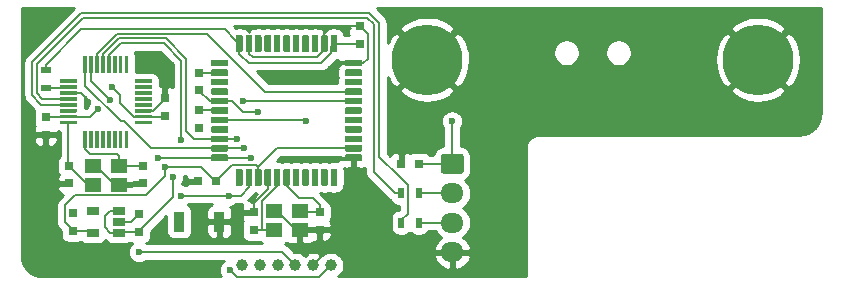
<source format=gbr>
G04 #@! TF.GenerationSoftware,KiCad,Pcbnew,(5.1.4)-1*
G04 #@! TF.CreationDate,2020-06-06T20:18:40+01:00*
G04 #@! TF.ProjectId,RF_R1_USB2USB_SPIPin_v1,52465f52-315f-4555-9342-325553425f53,rev?*
G04 #@! TF.SameCoordinates,Original*
G04 #@! TF.FileFunction,Copper,L1,Top*
G04 #@! TF.FilePolarity,Positive*
%FSLAX46Y46*%
G04 Gerber Fmt 4.6, Leading zero omitted, Abs format (unit mm)*
G04 Created by KiCad (PCBNEW (5.1.4)-1) date 2020-06-06 20:18:40*
%MOMM*%
%LPD*%
G04 APERTURE LIST*
%ADD10C,1.000000*%
%ADD11C,0.100000*%
%ADD12C,1.700000*%
%ADD13O,1.950000X1.700000*%
%ADD14C,6.000000*%
%ADD15C,0.800000*%
%ADD16R,0.900000X1.700000*%
%ADD17C,0.550000*%
%ADD18C,0.300000*%
%ADD19R,1.060000X0.650000*%
%ADD20R,1.400000X1.200000*%
%ADD21R,0.750000X0.800000*%
%ADD22R,0.800000X0.750000*%
%ADD23R,0.500000X0.900000*%
%ADD24R,0.900000X0.500000*%
%ADD25C,0.600000*%
%ADD26C,0.200000*%
%ADD27C,0.254000*%
G04 APERTURE END LIST*
D10*
X118850000Y-74400000D03*
X120350000Y-74400000D03*
X121850000Y-74400000D03*
X117350000Y-74400000D03*
X115850000Y-74400000D03*
X114350000Y-74400000D03*
D11*
G36*
X132869504Y-64951204D02*
G01*
X132893773Y-64954804D01*
X132917571Y-64960765D01*
X132940671Y-64969030D01*
X132962849Y-64979520D01*
X132983893Y-64992133D01*
X133003598Y-65006747D01*
X133021777Y-65023223D01*
X133038253Y-65041402D01*
X133052867Y-65061107D01*
X133065480Y-65082151D01*
X133075970Y-65104329D01*
X133084235Y-65127429D01*
X133090196Y-65151227D01*
X133093796Y-65175496D01*
X133095000Y-65200000D01*
X133095000Y-66400000D01*
X133093796Y-66424504D01*
X133090196Y-66448773D01*
X133084235Y-66472571D01*
X133075970Y-66495671D01*
X133065480Y-66517849D01*
X133052867Y-66538893D01*
X133038253Y-66558598D01*
X133021777Y-66576777D01*
X133003598Y-66593253D01*
X132983893Y-66607867D01*
X132962849Y-66620480D01*
X132940671Y-66630970D01*
X132917571Y-66639235D01*
X132893773Y-66645196D01*
X132869504Y-66648796D01*
X132845000Y-66650000D01*
X131395000Y-66650000D01*
X131370496Y-66648796D01*
X131346227Y-66645196D01*
X131322429Y-66639235D01*
X131299329Y-66630970D01*
X131277151Y-66620480D01*
X131256107Y-66607867D01*
X131236402Y-66593253D01*
X131218223Y-66576777D01*
X131201747Y-66558598D01*
X131187133Y-66538893D01*
X131174520Y-66517849D01*
X131164030Y-66495671D01*
X131155765Y-66472571D01*
X131149804Y-66448773D01*
X131146204Y-66424504D01*
X131145000Y-66400000D01*
X131145000Y-65200000D01*
X131146204Y-65175496D01*
X131149804Y-65151227D01*
X131155765Y-65127429D01*
X131164030Y-65104329D01*
X131174520Y-65082151D01*
X131187133Y-65061107D01*
X131201747Y-65041402D01*
X131218223Y-65023223D01*
X131236402Y-65006747D01*
X131256107Y-64992133D01*
X131277151Y-64979520D01*
X131299329Y-64969030D01*
X131322429Y-64960765D01*
X131346227Y-64954804D01*
X131370496Y-64951204D01*
X131395000Y-64950000D01*
X132845000Y-64950000D01*
X132869504Y-64951204D01*
X132869504Y-64951204D01*
G37*
D12*
X132120000Y-65800000D03*
D13*
X132120000Y-68300000D03*
X132120000Y-70800000D03*
X132120000Y-73300000D03*
D14*
X158000000Y-57000000D03*
D15*
X160250000Y-57000000D03*
X159590990Y-58590990D03*
X158000000Y-59250000D03*
X156409010Y-58590990D03*
X155750000Y-57000000D03*
X156409010Y-55409010D03*
X158000000Y-54750000D03*
X159590990Y-55409010D03*
X131590990Y-55409010D03*
X130000000Y-54750000D03*
X128409010Y-55409010D03*
X127750000Y-57000000D03*
X128409010Y-58590990D03*
X130000000Y-59250000D03*
X131590990Y-58590990D03*
X132250000Y-57000000D03*
D14*
X130000000Y-57000000D03*
D16*
X112400000Y-70700000D03*
X109000000Y-70700000D03*
D11*
G36*
X113050977Y-57025662D02*
G01*
X113064325Y-57027642D01*
X113077414Y-57030921D01*
X113090119Y-57035467D01*
X113102317Y-57041236D01*
X113113891Y-57048173D01*
X113124729Y-57056211D01*
X113134727Y-57065273D01*
X113143789Y-57075271D01*
X113151827Y-57086109D01*
X113158764Y-57097683D01*
X113164533Y-57109881D01*
X113169079Y-57122586D01*
X113172358Y-57135675D01*
X113174338Y-57149023D01*
X113175000Y-57162500D01*
X113175000Y-57437500D01*
X113174338Y-57450977D01*
X113172358Y-57464325D01*
X113169079Y-57477414D01*
X113164533Y-57490119D01*
X113158764Y-57502317D01*
X113151827Y-57513891D01*
X113143789Y-57524729D01*
X113134727Y-57534727D01*
X113124729Y-57543789D01*
X113113891Y-57551827D01*
X113102317Y-57558764D01*
X113090119Y-57564533D01*
X113077414Y-57569079D01*
X113064325Y-57572358D01*
X113050977Y-57574338D01*
X113037500Y-57575000D01*
X111837500Y-57575000D01*
X111824023Y-57574338D01*
X111810675Y-57572358D01*
X111797586Y-57569079D01*
X111784881Y-57564533D01*
X111772683Y-57558764D01*
X111761109Y-57551827D01*
X111750271Y-57543789D01*
X111740273Y-57534727D01*
X111731211Y-57524729D01*
X111723173Y-57513891D01*
X111716236Y-57502317D01*
X111710467Y-57490119D01*
X111705921Y-57477414D01*
X111702642Y-57464325D01*
X111700662Y-57450977D01*
X111700000Y-57437500D01*
X111700000Y-57162500D01*
X111700662Y-57149023D01*
X111702642Y-57135675D01*
X111705921Y-57122586D01*
X111710467Y-57109881D01*
X111716236Y-57097683D01*
X111723173Y-57086109D01*
X111731211Y-57075271D01*
X111740273Y-57065273D01*
X111750271Y-57056211D01*
X111761109Y-57048173D01*
X111772683Y-57041236D01*
X111784881Y-57035467D01*
X111797586Y-57030921D01*
X111810675Y-57027642D01*
X111824023Y-57025662D01*
X111837500Y-57025000D01*
X113037500Y-57025000D01*
X113050977Y-57025662D01*
X113050977Y-57025662D01*
G37*
D17*
X112437500Y-57300000D03*
D11*
G36*
X113050977Y-57825662D02*
G01*
X113064325Y-57827642D01*
X113077414Y-57830921D01*
X113090119Y-57835467D01*
X113102317Y-57841236D01*
X113113891Y-57848173D01*
X113124729Y-57856211D01*
X113134727Y-57865273D01*
X113143789Y-57875271D01*
X113151827Y-57886109D01*
X113158764Y-57897683D01*
X113164533Y-57909881D01*
X113169079Y-57922586D01*
X113172358Y-57935675D01*
X113174338Y-57949023D01*
X113175000Y-57962500D01*
X113175000Y-58237500D01*
X113174338Y-58250977D01*
X113172358Y-58264325D01*
X113169079Y-58277414D01*
X113164533Y-58290119D01*
X113158764Y-58302317D01*
X113151827Y-58313891D01*
X113143789Y-58324729D01*
X113134727Y-58334727D01*
X113124729Y-58343789D01*
X113113891Y-58351827D01*
X113102317Y-58358764D01*
X113090119Y-58364533D01*
X113077414Y-58369079D01*
X113064325Y-58372358D01*
X113050977Y-58374338D01*
X113037500Y-58375000D01*
X111837500Y-58375000D01*
X111824023Y-58374338D01*
X111810675Y-58372358D01*
X111797586Y-58369079D01*
X111784881Y-58364533D01*
X111772683Y-58358764D01*
X111761109Y-58351827D01*
X111750271Y-58343789D01*
X111740273Y-58334727D01*
X111731211Y-58324729D01*
X111723173Y-58313891D01*
X111716236Y-58302317D01*
X111710467Y-58290119D01*
X111705921Y-58277414D01*
X111702642Y-58264325D01*
X111700662Y-58250977D01*
X111700000Y-58237500D01*
X111700000Y-57962500D01*
X111700662Y-57949023D01*
X111702642Y-57935675D01*
X111705921Y-57922586D01*
X111710467Y-57909881D01*
X111716236Y-57897683D01*
X111723173Y-57886109D01*
X111731211Y-57875271D01*
X111740273Y-57865273D01*
X111750271Y-57856211D01*
X111761109Y-57848173D01*
X111772683Y-57841236D01*
X111784881Y-57835467D01*
X111797586Y-57830921D01*
X111810675Y-57827642D01*
X111824023Y-57825662D01*
X111837500Y-57825000D01*
X113037500Y-57825000D01*
X113050977Y-57825662D01*
X113050977Y-57825662D01*
G37*
D17*
X112437500Y-58100000D03*
D11*
G36*
X113050977Y-58625662D02*
G01*
X113064325Y-58627642D01*
X113077414Y-58630921D01*
X113090119Y-58635467D01*
X113102317Y-58641236D01*
X113113891Y-58648173D01*
X113124729Y-58656211D01*
X113134727Y-58665273D01*
X113143789Y-58675271D01*
X113151827Y-58686109D01*
X113158764Y-58697683D01*
X113164533Y-58709881D01*
X113169079Y-58722586D01*
X113172358Y-58735675D01*
X113174338Y-58749023D01*
X113175000Y-58762500D01*
X113175000Y-59037500D01*
X113174338Y-59050977D01*
X113172358Y-59064325D01*
X113169079Y-59077414D01*
X113164533Y-59090119D01*
X113158764Y-59102317D01*
X113151827Y-59113891D01*
X113143789Y-59124729D01*
X113134727Y-59134727D01*
X113124729Y-59143789D01*
X113113891Y-59151827D01*
X113102317Y-59158764D01*
X113090119Y-59164533D01*
X113077414Y-59169079D01*
X113064325Y-59172358D01*
X113050977Y-59174338D01*
X113037500Y-59175000D01*
X111837500Y-59175000D01*
X111824023Y-59174338D01*
X111810675Y-59172358D01*
X111797586Y-59169079D01*
X111784881Y-59164533D01*
X111772683Y-59158764D01*
X111761109Y-59151827D01*
X111750271Y-59143789D01*
X111740273Y-59134727D01*
X111731211Y-59124729D01*
X111723173Y-59113891D01*
X111716236Y-59102317D01*
X111710467Y-59090119D01*
X111705921Y-59077414D01*
X111702642Y-59064325D01*
X111700662Y-59050977D01*
X111700000Y-59037500D01*
X111700000Y-58762500D01*
X111700662Y-58749023D01*
X111702642Y-58735675D01*
X111705921Y-58722586D01*
X111710467Y-58709881D01*
X111716236Y-58697683D01*
X111723173Y-58686109D01*
X111731211Y-58675271D01*
X111740273Y-58665273D01*
X111750271Y-58656211D01*
X111761109Y-58648173D01*
X111772683Y-58641236D01*
X111784881Y-58635467D01*
X111797586Y-58630921D01*
X111810675Y-58627642D01*
X111824023Y-58625662D01*
X111837500Y-58625000D01*
X113037500Y-58625000D01*
X113050977Y-58625662D01*
X113050977Y-58625662D01*
G37*
D17*
X112437500Y-58900000D03*
D11*
G36*
X113050977Y-59425662D02*
G01*
X113064325Y-59427642D01*
X113077414Y-59430921D01*
X113090119Y-59435467D01*
X113102317Y-59441236D01*
X113113891Y-59448173D01*
X113124729Y-59456211D01*
X113134727Y-59465273D01*
X113143789Y-59475271D01*
X113151827Y-59486109D01*
X113158764Y-59497683D01*
X113164533Y-59509881D01*
X113169079Y-59522586D01*
X113172358Y-59535675D01*
X113174338Y-59549023D01*
X113175000Y-59562500D01*
X113175000Y-59837500D01*
X113174338Y-59850977D01*
X113172358Y-59864325D01*
X113169079Y-59877414D01*
X113164533Y-59890119D01*
X113158764Y-59902317D01*
X113151827Y-59913891D01*
X113143789Y-59924729D01*
X113134727Y-59934727D01*
X113124729Y-59943789D01*
X113113891Y-59951827D01*
X113102317Y-59958764D01*
X113090119Y-59964533D01*
X113077414Y-59969079D01*
X113064325Y-59972358D01*
X113050977Y-59974338D01*
X113037500Y-59975000D01*
X111837500Y-59975000D01*
X111824023Y-59974338D01*
X111810675Y-59972358D01*
X111797586Y-59969079D01*
X111784881Y-59964533D01*
X111772683Y-59958764D01*
X111761109Y-59951827D01*
X111750271Y-59943789D01*
X111740273Y-59934727D01*
X111731211Y-59924729D01*
X111723173Y-59913891D01*
X111716236Y-59902317D01*
X111710467Y-59890119D01*
X111705921Y-59877414D01*
X111702642Y-59864325D01*
X111700662Y-59850977D01*
X111700000Y-59837500D01*
X111700000Y-59562500D01*
X111700662Y-59549023D01*
X111702642Y-59535675D01*
X111705921Y-59522586D01*
X111710467Y-59509881D01*
X111716236Y-59497683D01*
X111723173Y-59486109D01*
X111731211Y-59475271D01*
X111740273Y-59465273D01*
X111750271Y-59456211D01*
X111761109Y-59448173D01*
X111772683Y-59441236D01*
X111784881Y-59435467D01*
X111797586Y-59430921D01*
X111810675Y-59427642D01*
X111824023Y-59425662D01*
X111837500Y-59425000D01*
X113037500Y-59425000D01*
X113050977Y-59425662D01*
X113050977Y-59425662D01*
G37*
D17*
X112437500Y-59700000D03*
D11*
G36*
X113050977Y-60225662D02*
G01*
X113064325Y-60227642D01*
X113077414Y-60230921D01*
X113090119Y-60235467D01*
X113102317Y-60241236D01*
X113113891Y-60248173D01*
X113124729Y-60256211D01*
X113134727Y-60265273D01*
X113143789Y-60275271D01*
X113151827Y-60286109D01*
X113158764Y-60297683D01*
X113164533Y-60309881D01*
X113169079Y-60322586D01*
X113172358Y-60335675D01*
X113174338Y-60349023D01*
X113175000Y-60362500D01*
X113175000Y-60637500D01*
X113174338Y-60650977D01*
X113172358Y-60664325D01*
X113169079Y-60677414D01*
X113164533Y-60690119D01*
X113158764Y-60702317D01*
X113151827Y-60713891D01*
X113143789Y-60724729D01*
X113134727Y-60734727D01*
X113124729Y-60743789D01*
X113113891Y-60751827D01*
X113102317Y-60758764D01*
X113090119Y-60764533D01*
X113077414Y-60769079D01*
X113064325Y-60772358D01*
X113050977Y-60774338D01*
X113037500Y-60775000D01*
X111837500Y-60775000D01*
X111824023Y-60774338D01*
X111810675Y-60772358D01*
X111797586Y-60769079D01*
X111784881Y-60764533D01*
X111772683Y-60758764D01*
X111761109Y-60751827D01*
X111750271Y-60743789D01*
X111740273Y-60734727D01*
X111731211Y-60724729D01*
X111723173Y-60713891D01*
X111716236Y-60702317D01*
X111710467Y-60690119D01*
X111705921Y-60677414D01*
X111702642Y-60664325D01*
X111700662Y-60650977D01*
X111700000Y-60637500D01*
X111700000Y-60362500D01*
X111700662Y-60349023D01*
X111702642Y-60335675D01*
X111705921Y-60322586D01*
X111710467Y-60309881D01*
X111716236Y-60297683D01*
X111723173Y-60286109D01*
X111731211Y-60275271D01*
X111740273Y-60265273D01*
X111750271Y-60256211D01*
X111761109Y-60248173D01*
X111772683Y-60241236D01*
X111784881Y-60235467D01*
X111797586Y-60230921D01*
X111810675Y-60227642D01*
X111824023Y-60225662D01*
X111837500Y-60225000D01*
X113037500Y-60225000D01*
X113050977Y-60225662D01*
X113050977Y-60225662D01*
G37*
D17*
X112437500Y-60500000D03*
D11*
G36*
X113050977Y-61025662D02*
G01*
X113064325Y-61027642D01*
X113077414Y-61030921D01*
X113090119Y-61035467D01*
X113102317Y-61041236D01*
X113113891Y-61048173D01*
X113124729Y-61056211D01*
X113134727Y-61065273D01*
X113143789Y-61075271D01*
X113151827Y-61086109D01*
X113158764Y-61097683D01*
X113164533Y-61109881D01*
X113169079Y-61122586D01*
X113172358Y-61135675D01*
X113174338Y-61149023D01*
X113175000Y-61162500D01*
X113175000Y-61437500D01*
X113174338Y-61450977D01*
X113172358Y-61464325D01*
X113169079Y-61477414D01*
X113164533Y-61490119D01*
X113158764Y-61502317D01*
X113151827Y-61513891D01*
X113143789Y-61524729D01*
X113134727Y-61534727D01*
X113124729Y-61543789D01*
X113113891Y-61551827D01*
X113102317Y-61558764D01*
X113090119Y-61564533D01*
X113077414Y-61569079D01*
X113064325Y-61572358D01*
X113050977Y-61574338D01*
X113037500Y-61575000D01*
X111837500Y-61575000D01*
X111824023Y-61574338D01*
X111810675Y-61572358D01*
X111797586Y-61569079D01*
X111784881Y-61564533D01*
X111772683Y-61558764D01*
X111761109Y-61551827D01*
X111750271Y-61543789D01*
X111740273Y-61534727D01*
X111731211Y-61524729D01*
X111723173Y-61513891D01*
X111716236Y-61502317D01*
X111710467Y-61490119D01*
X111705921Y-61477414D01*
X111702642Y-61464325D01*
X111700662Y-61450977D01*
X111700000Y-61437500D01*
X111700000Y-61162500D01*
X111700662Y-61149023D01*
X111702642Y-61135675D01*
X111705921Y-61122586D01*
X111710467Y-61109881D01*
X111716236Y-61097683D01*
X111723173Y-61086109D01*
X111731211Y-61075271D01*
X111740273Y-61065273D01*
X111750271Y-61056211D01*
X111761109Y-61048173D01*
X111772683Y-61041236D01*
X111784881Y-61035467D01*
X111797586Y-61030921D01*
X111810675Y-61027642D01*
X111824023Y-61025662D01*
X111837500Y-61025000D01*
X113037500Y-61025000D01*
X113050977Y-61025662D01*
X113050977Y-61025662D01*
G37*
D17*
X112437500Y-61300000D03*
D11*
G36*
X113050977Y-61825662D02*
G01*
X113064325Y-61827642D01*
X113077414Y-61830921D01*
X113090119Y-61835467D01*
X113102317Y-61841236D01*
X113113891Y-61848173D01*
X113124729Y-61856211D01*
X113134727Y-61865273D01*
X113143789Y-61875271D01*
X113151827Y-61886109D01*
X113158764Y-61897683D01*
X113164533Y-61909881D01*
X113169079Y-61922586D01*
X113172358Y-61935675D01*
X113174338Y-61949023D01*
X113175000Y-61962500D01*
X113175000Y-62237500D01*
X113174338Y-62250977D01*
X113172358Y-62264325D01*
X113169079Y-62277414D01*
X113164533Y-62290119D01*
X113158764Y-62302317D01*
X113151827Y-62313891D01*
X113143789Y-62324729D01*
X113134727Y-62334727D01*
X113124729Y-62343789D01*
X113113891Y-62351827D01*
X113102317Y-62358764D01*
X113090119Y-62364533D01*
X113077414Y-62369079D01*
X113064325Y-62372358D01*
X113050977Y-62374338D01*
X113037500Y-62375000D01*
X111837500Y-62375000D01*
X111824023Y-62374338D01*
X111810675Y-62372358D01*
X111797586Y-62369079D01*
X111784881Y-62364533D01*
X111772683Y-62358764D01*
X111761109Y-62351827D01*
X111750271Y-62343789D01*
X111740273Y-62334727D01*
X111731211Y-62324729D01*
X111723173Y-62313891D01*
X111716236Y-62302317D01*
X111710467Y-62290119D01*
X111705921Y-62277414D01*
X111702642Y-62264325D01*
X111700662Y-62250977D01*
X111700000Y-62237500D01*
X111700000Y-61962500D01*
X111700662Y-61949023D01*
X111702642Y-61935675D01*
X111705921Y-61922586D01*
X111710467Y-61909881D01*
X111716236Y-61897683D01*
X111723173Y-61886109D01*
X111731211Y-61875271D01*
X111740273Y-61865273D01*
X111750271Y-61856211D01*
X111761109Y-61848173D01*
X111772683Y-61841236D01*
X111784881Y-61835467D01*
X111797586Y-61830921D01*
X111810675Y-61827642D01*
X111824023Y-61825662D01*
X111837500Y-61825000D01*
X113037500Y-61825000D01*
X113050977Y-61825662D01*
X113050977Y-61825662D01*
G37*
D17*
X112437500Y-62100000D03*
D11*
G36*
X113050977Y-62625662D02*
G01*
X113064325Y-62627642D01*
X113077414Y-62630921D01*
X113090119Y-62635467D01*
X113102317Y-62641236D01*
X113113891Y-62648173D01*
X113124729Y-62656211D01*
X113134727Y-62665273D01*
X113143789Y-62675271D01*
X113151827Y-62686109D01*
X113158764Y-62697683D01*
X113164533Y-62709881D01*
X113169079Y-62722586D01*
X113172358Y-62735675D01*
X113174338Y-62749023D01*
X113175000Y-62762500D01*
X113175000Y-63037500D01*
X113174338Y-63050977D01*
X113172358Y-63064325D01*
X113169079Y-63077414D01*
X113164533Y-63090119D01*
X113158764Y-63102317D01*
X113151827Y-63113891D01*
X113143789Y-63124729D01*
X113134727Y-63134727D01*
X113124729Y-63143789D01*
X113113891Y-63151827D01*
X113102317Y-63158764D01*
X113090119Y-63164533D01*
X113077414Y-63169079D01*
X113064325Y-63172358D01*
X113050977Y-63174338D01*
X113037500Y-63175000D01*
X111837500Y-63175000D01*
X111824023Y-63174338D01*
X111810675Y-63172358D01*
X111797586Y-63169079D01*
X111784881Y-63164533D01*
X111772683Y-63158764D01*
X111761109Y-63151827D01*
X111750271Y-63143789D01*
X111740273Y-63134727D01*
X111731211Y-63124729D01*
X111723173Y-63113891D01*
X111716236Y-63102317D01*
X111710467Y-63090119D01*
X111705921Y-63077414D01*
X111702642Y-63064325D01*
X111700662Y-63050977D01*
X111700000Y-63037500D01*
X111700000Y-62762500D01*
X111700662Y-62749023D01*
X111702642Y-62735675D01*
X111705921Y-62722586D01*
X111710467Y-62709881D01*
X111716236Y-62697683D01*
X111723173Y-62686109D01*
X111731211Y-62675271D01*
X111740273Y-62665273D01*
X111750271Y-62656211D01*
X111761109Y-62648173D01*
X111772683Y-62641236D01*
X111784881Y-62635467D01*
X111797586Y-62630921D01*
X111810675Y-62627642D01*
X111824023Y-62625662D01*
X111837500Y-62625000D01*
X113037500Y-62625000D01*
X113050977Y-62625662D01*
X113050977Y-62625662D01*
G37*
D17*
X112437500Y-62900000D03*
D11*
G36*
X113050977Y-63425662D02*
G01*
X113064325Y-63427642D01*
X113077414Y-63430921D01*
X113090119Y-63435467D01*
X113102317Y-63441236D01*
X113113891Y-63448173D01*
X113124729Y-63456211D01*
X113134727Y-63465273D01*
X113143789Y-63475271D01*
X113151827Y-63486109D01*
X113158764Y-63497683D01*
X113164533Y-63509881D01*
X113169079Y-63522586D01*
X113172358Y-63535675D01*
X113174338Y-63549023D01*
X113175000Y-63562500D01*
X113175000Y-63837500D01*
X113174338Y-63850977D01*
X113172358Y-63864325D01*
X113169079Y-63877414D01*
X113164533Y-63890119D01*
X113158764Y-63902317D01*
X113151827Y-63913891D01*
X113143789Y-63924729D01*
X113134727Y-63934727D01*
X113124729Y-63943789D01*
X113113891Y-63951827D01*
X113102317Y-63958764D01*
X113090119Y-63964533D01*
X113077414Y-63969079D01*
X113064325Y-63972358D01*
X113050977Y-63974338D01*
X113037500Y-63975000D01*
X111837500Y-63975000D01*
X111824023Y-63974338D01*
X111810675Y-63972358D01*
X111797586Y-63969079D01*
X111784881Y-63964533D01*
X111772683Y-63958764D01*
X111761109Y-63951827D01*
X111750271Y-63943789D01*
X111740273Y-63934727D01*
X111731211Y-63924729D01*
X111723173Y-63913891D01*
X111716236Y-63902317D01*
X111710467Y-63890119D01*
X111705921Y-63877414D01*
X111702642Y-63864325D01*
X111700662Y-63850977D01*
X111700000Y-63837500D01*
X111700000Y-63562500D01*
X111700662Y-63549023D01*
X111702642Y-63535675D01*
X111705921Y-63522586D01*
X111710467Y-63509881D01*
X111716236Y-63497683D01*
X111723173Y-63486109D01*
X111731211Y-63475271D01*
X111740273Y-63465273D01*
X111750271Y-63456211D01*
X111761109Y-63448173D01*
X111772683Y-63441236D01*
X111784881Y-63435467D01*
X111797586Y-63430921D01*
X111810675Y-63427642D01*
X111824023Y-63425662D01*
X111837500Y-63425000D01*
X113037500Y-63425000D01*
X113050977Y-63425662D01*
X113050977Y-63425662D01*
G37*
D17*
X112437500Y-63700000D03*
D11*
G36*
X113050977Y-64225662D02*
G01*
X113064325Y-64227642D01*
X113077414Y-64230921D01*
X113090119Y-64235467D01*
X113102317Y-64241236D01*
X113113891Y-64248173D01*
X113124729Y-64256211D01*
X113134727Y-64265273D01*
X113143789Y-64275271D01*
X113151827Y-64286109D01*
X113158764Y-64297683D01*
X113164533Y-64309881D01*
X113169079Y-64322586D01*
X113172358Y-64335675D01*
X113174338Y-64349023D01*
X113175000Y-64362500D01*
X113175000Y-64637500D01*
X113174338Y-64650977D01*
X113172358Y-64664325D01*
X113169079Y-64677414D01*
X113164533Y-64690119D01*
X113158764Y-64702317D01*
X113151827Y-64713891D01*
X113143789Y-64724729D01*
X113134727Y-64734727D01*
X113124729Y-64743789D01*
X113113891Y-64751827D01*
X113102317Y-64758764D01*
X113090119Y-64764533D01*
X113077414Y-64769079D01*
X113064325Y-64772358D01*
X113050977Y-64774338D01*
X113037500Y-64775000D01*
X111837500Y-64775000D01*
X111824023Y-64774338D01*
X111810675Y-64772358D01*
X111797586Y-64769079D01*
X111784881Y-64764533D01*
X111772683Y-64758764D01*
X111761109Y-64751827D01*
X111750271Y-64743789D01*
X111740273Y-64734727D01*
X111731211Y-64724729D01*
X111723173Y-64713891D01*
X111716236Y-64702317D01*
X111710467Y-64690119D01*
X111705921Y-64677414D01*
X111702642Y-64664325D01*
X111700662Y-64650977D01*
X111700000Y-64637500D01*
X111700000Y-64362500D01*
X111700662Y-64349023D01*
X111702642Y-64335675D01*
X111705921Y-64322586D01*
X111710467Y-64309881D01*
X111716236Y-64297683D01*
X111723173Y-64286109D01*
X111731211Y-64275271D01*
X111740273Y-64265273D01*
X111750271Y-64256211D01*
X111761109Y-64248173D01*
X111772683Y-64241236D01*
X111784881Y-64235467D01*
X111797586Y-64230921D01*
X111810675Y-64227642D01*
X111824023Y-64225662D01*
X111837500Y-64225000D01*
X113037500Y-64225000D01*
X113050977Y-64225662D01*
X113050977Y-64225662D01*
G37*
D17*
X112437500Y-64500000D03*
D11*
G36*
X113050977Y-65025662D02*
G01*
X113064325Y-65027642D01*
X113077414Y-65030921D01*
X113090119Y-65035467D01*
X113102317Y-65041236D01*
X113113891Y-65048173D01*
X113124729Y-65056211D01*
X113134727Y-65065273D01*
X113143789Y-65075271D01*
X113151827Y-65086109D01*
X113158764Y-65097683D01*
X113164533Y-65109881D01*
X113169079Y-65122586D01*
X113172358Y-65135675D01*
X113174338Y-65149023D01*
X113175000Y-65162500D01*
X113175000Y-65437500D01*
X113174338Y-65450977D01*
X113172358Y-65464325D01*
X113169079Y-65477414D01*
X113164533Y-65490119D01*
X113158764Y-65502317D01*
X113151827Y-65513891D01*
X113143789Y-65524729D01*
X113134727Y-65534727D01*
X113124729Y-65543789D01*
X113113891Y-65551827D01*
X113102317Y-65558764D01*
X113090119Y-65564533D01*
X113077414Y-65569079D01*
X113064325Y-65572358D01*
X113050977Y-65574338D01*
X113037500Y-65575000D01*
X111837500Y-65575000D01*
X111824023Y-65574338D01*
X111810675Y-65572358D01*
X111797586Y-65569079D01*
X111784881Y-65564533D01*
X111772683Y-65558764D01*
X111761109Y-65551827D01*
X111750271Y-65543789D01*
X111740273Y-65534727D01*
X111731211Y-65524729D01*
X111723173Y-65513891D01*
X111716236Y-65502317D01*
X111710467Y-65490119D01*
X111705921Y-65477414D01*
X111702642Y-65464325D01*
X111700662Y-65450977D01*
X111700000Y-65437500D01*
X111700000Y-65162500D01*
X111700662Y-65149023D01*
X111702642Y-65135675D01*
X111705921Y-65122586D01*
X111710467Y-65109881D01*
X111716236Y-65097683D01*
X111723173Y-65086109D01*
X111731211Y-65075271D01*
X111740273Y-65065273D01*
X111750271Y-65056211D01*
X111761109Y-65048173D01*
X111772683Y-65041236D01*
X111784881Y-65035467D01*
X111797586Y-65030921D01*
X111810675Y-65027642D01*
X111824023Y-65025662D01*
X111837500Y-65025000D01*
X113037500Y-65025000D01*
X113050977Y-65025662D01*
X113050977Y-65025662D01*
G37*
D17*
X112437500Y-65300000D03*
D11*
G36*
X114250977Y-66225662D02*
G01*
X114264325Y-66227642D01*
X114277414Y-66230921D01*
X114290119Y-66235467D01*
X114302317Y-66241236D01*
X114313891Y-66248173D01*
X114324729Y-66256211D01*
X114334727Y-66265273D01*
X114343789Y-66275271D01*
X114351827Y-66286109D01*
X114358764Y-66297683D01*
X114364533Y-66309881D01*
X114369079Y-66322586D01*
X114372358Y-66335675D01*
X114374338Y-66349023D01*
X114375000Y-66362500D01*
X114375000Y-67562500D01*
X114374338Y-67575977D01*
X114372358Y-67589325D01*
X114369079Y-67602414D01*
X114364533Y-67615119D01*
X114358764Y-67627317D01*
X114351827Y-67638891D01*
X114343789Y-67649729D01*
X114334727Y-67659727D01*
X114324729Y-67668789D01*
X114313891Y-67676827D01*
X114302317Y-67683764D01*
X114290119Y-67689533D01*
X114277414Y-67694079D01*
X114264325Y-67697358D01*
X114250977Y-67699338D01*
X114237500Y-67700000D01*
X113962500Y-67700000D01*
X113949023Y-67699338D01*
X113935675Y-67697358D01*
X113922586Y-67694079D01*
X113909881Y-67689533D01*
X113897683Y-67683764D01*
X113886109Y-67676827D01*
X113875271Y-67668789D01*
X113865273Y-67659727D01*
X113856211Y-67649729D01*
X113848173Y-67638891D01*
X113841236Y-67627317D01*
X113835467Y-67615119D01*
X113830921Y-67602414D01*
X113827642Y-67589325D01*
X113825662Y-67575977D01*
X113825000Y-67562500D01*
X113825000Y-66362500D01*
X113825662Y-66349023D01*
X113827642Y-66335675D01*
X113830921Y-66322586D01*
X113835467Y-66309881D01*
X113841236Y-66297683D01*
X113848173Y-66286109D01*
X113856211Y-66275271D01*
X113865273Y-66265273D01*
X113875271Y-66256211D01*
X113886109Y-66248173D01*
X113897683Y-66241236D01*
X113909881Y-66235467D01*
X113922586Y-66230921D01*
X113935675Y-66227642D01*
X113949023Y-66225662D01*
X113962500Y-66225000D01*
X114237500Y-66225000D01*
X114250977Y-66225662D01*
X114250977Y-66225662D01*
G37*
D17*
X114100000Y-66962500D03*
D11*
G36*
X115050977Y-66225662D02*
G01*
X115064325Y-66227642D01*
X115077414Y-66230921D01*
X115090119Y-66235467D01*
X115102317Y-66241236D01*
X115113891Y-66248173D01*
X115124729Y-66256211D01*
X115134727Y-66265273D01*
X115143789Y-66275271D01*
X115151827Y-66286109D01*
X115158764Y-66297683D01*
X115164533Y-66309881D01*
X115169079Y-66322586D01*
X115172358Y-66335675D01*
X115174338Y-66349023D01*
X115175000Y-66362500D01*
X115175000Y-67562500D01*
X115174338Y-67575977D01*
X115172358Y-67589325D01*
X115169079Y-67602414D01*
X115164533Y-67615119D01*
X115158764Y-67627317D01*
X115151827Y-67638891D01*
X115143789Y-67649729D01*
X115134727Y-67659727D01*
X115124729Y-67668789D01*
X115113891Y-67676827D01*
X115102317Y-67683764D01*
X115090119Y-67689533D01*
X115077414Y-67694079D01*
X115064325Y-67697358D01*
X115050977Y-67699338D01*
X115037500Y-67700000D01*
X114762500Y-67700000D01*
X114749023Y-67699338D01*
X114735675Y-67697358D01*
X114722586Y-67694079D01*
X114709881Y-67689533D01*
X114697683Y-67683764D01*
X114686109Y-67676827D01*
X114675271Y-67668789D01*
X114665273Y-67659727D01*
X114656211Y-67649729D01*
X114648173Y-67638891D01*
X114641236Y-67627317D01*
X114635467Y-67615119D01*
X114630921Y-67602414D01*
X114627642Y-67589325D01*
X114625662Y-67575977D01*
X114625000Y-67562500D01*
X114625000Y-66362500D01*
X114625662Y-66349023D01*
X114627642Y-66335675D01*
X114630921Y-66322586D01*
X114635467Y-66309881D01*
X114641236Y-66297683D01*
X114648173Y-66286109D01*
X114656211Y-66275271D01*
X114665273Y-66265273D01*
X114675271Y-66256211D01*
X114686109Y-66248173D01*
X114697683Y-66241236D01*
X114709881Y-66235467D01*
X114722586Y-66230921D01*
X114735675Y-66227642D01*
X114749023Y-66225662D01*
X114762500Y-66225000D01*
X115037500Y-66225000D01*
X115050977Y-66225662D01*
X115050977Y-66225662D01*
G37*
D17*
X114900000Y-66962500D03*
D11*
G36*
X115850977Y-66225662D02*
G01*
X115864325Y-66227642D01*
X115877414Y-66230921D01*
X115890119Y-66235467D01*
X115902317Y-66241236D01*
X115913891Y-66248173D01*
X115924729Y-66256211D01*
X115934727Y-66265273D01*
X115943789Y-66275271D01*
X115951827Y-66286109D01*
X115958764Y-66297683D01*
X115964533Y-66309881D01*
X115969079Y-66322586D01*
X115972358Y-66335675D01*
X115974338Y-66349023D01*
X115975000Y-66362500D01*
X115975000Y-67562500D01*
X115974338Y-67575977D01*
X115972358Y-67589325D01*
X115969079Y-67602414D01*
X115964533Y-67615119D01*
X115958764Y-67627317D01*
X115951827Y-67638891D01*
X115943789Y-67649729D01*
X115934727Y-67659727D01*
X115924729Y-67668789D01*
X115913891Y-67676827D01*
X115902317Y-67683764D01*
X115890119Y-67689533D01*
X115877414Y-67694079D01*
X115864325Y-67697358D01*
X115850977Y-67699338D01*
X115837500Y-67700000D01*
X115562500Y-67700000D01*
X115549023Y-67699338D01*
X115535675Y-67697358D01*
X115522586Y-67694079D01*
X115509881Y-67689533D01*
X115497683Y-67683764D01*
X115486109Y-67676827D01*
X115475271Y-67668789D01*
X115465273Y-67659727D01*
X115456211Y-67649729D01*
X115448173Y-67638891D01*
X115441236Y-67627317D01*
X115435467Y-67615119D01*
X115430921Y-67602414D01*
X115427642Y-67589325D01*
X115425662Y-67575977D01*
X115425000Y-67562500D01*
X115425000Y-66362500D01*
X115425662Y-66349023D01*
X115427642Y-66335675D01*
X115430921Y-66322586D01*
X115435467Y-66309881D01*
X115441236Y-66297683D01*
X115448173Y-66286109D01*
X115456211Y-66275271D01*
X115465273Y-66265273D01*
X115475271Y-66256211D01*
X115486109Y-66248173D01*
X115497683Y-66241236D01*
X115509881Y-66235467D01*
X115522586Y-66230921D01*
X115535675Y-66227642D01*
X115549023Y-66225662D01*
X115562500Y-66225000D01*
X115837500Y-66225000D01*
X115850977Y-66225662D01*
X115850977Y-66225662D01*
G37*
D17*
X115700000Y-66962500D03*
D11*
G36*
X116650977Y-66225662D02*
G01*
X116664325Y-66227642D01*
X116677414Y-66230921D01*
X116690119Y-66235467D01*
X116702317Y-66241236D01*
X116713891Y-66248173D01*
X116724729Y-66256211D01*
X116734727Y-66265273D01*
X116743789Y-66275271D01*
X116751827Y-66286109D01*
X116758764Y-66297683D01*
X116764533Y-66309881D01*
X116769079Y-66322586D01*
X116772358Y-66335675D01*
X116774338Y-66349023D01*
X116775000Y-66362500D01*
X116775000Y-67562500D01*
X116774338Y-67575977D01*
X116772358Y-67589325D01*
X116769079Y-67602414D01*
X116764533Y-67615119D01*
X116758764Y-67627317D01*
X116751827Y-67638891D01*
X116743789Y-67649729D01*
X116734727Y-67659727D01*
X116724729Y-67668789D01*
X116713891Y-67676827D01*
X116702317Y-67683764D01*
X116690119Y-67689533D01*
X116677414Y-67694079D01*
X116664325Y-67697358D01*
X116650977Y-67699338D01*
X116637500Y-67700000D01*
X116362500Y-67700000D01*
X116349023Y-67699338D01*
X116335675Y-67697358D01*
X116322586Y-67694079D01*
X116309881Y-67689533D01*
X116297683Y-67683764D01*
X116286109Y-67676827D01*
X116275271Y-67668789D01*
X116265273Y-67659727D01*
X116256211Y-67649729D01*
X116248173Y-67638891D01*
X116241236Y-67627317D01*
X116235467Y-67615119D01*
X116230921Y-67602414D01*
X116227642Y-67589325D01*
X116225662Y-67575977D01*
X116225000Y-67562500D01*
X116225000Y-66362500D01*
X116225662Y-66349023D01*
X116227642Y-66335675D01*
X116230921Y-66322586D01*
X116235467Y-66309881D01*
X116241236Y-66297683D01*
X116248173Y-66286109D01*
X116256211Y-66275271D01*
X116265273Y-66265273D01*
X116275271Y-66256211D01*
X116286109Y-66248173D01*
X116297683Y-66241236D01*
X116309881Y-66235467D01*
X116322586Y-66230921D01*
X116335675Y-66227642D01*
X116349023Y-66225662D01*
X116362500Y-66225000D01*
X116637500Y-66225000D01*
X116650977Y-66225662D01*
X116650977Y-66225662D01*
G37*
D17*
X116500000Y-66962500D03*
D11*
G36*
X117450977Y-66225662D02*
G01*
X117464325Y-66227642D01*
X117477414Y-66230921D01*
X117490119Y-66235467D01*
X117502317Y-66241236D01*
X117513891Y-66248173D01*
X117524729Y-66256211D01*
X117534727Y-66265273D01*
X117543789Y-66275271D01*
X117551827Y-66286109D01*
X117558764Y-66297683D01*
X117564533Y-66309881D01*
X117569079Y-66322586D01*
X117572358Y-66335675D01*
X117574338Y-66349023D01*
X117575000Y-66362500D01*
X117575000Y-67562500D01*
X117574338Y-67575977D01*
X117572358Y-67589325D01*
X117569079Y-67602414D01*
X117564533Y-67615119D01*
X117558764Y-67627317D01*
X117551827Y-67638891D01*
X117543789Y-67649729D01*
X117534727Y-67659727D01*
X117524729Y-67668789D01*
X117513891Y-67676827D01*
X117502317Y-67683764D01*
X117490119Y-67689533D01*
X117477414Y-67694079D01*
X117464325Y-67697358D01*
X117450977Y-67699338D01*
X117437500Y-67700000D01*
X117162500Y-67700000D01*
X117149023Y-67699338D01*
X117135675Y-67697358D01*
X117122586Y-67694079D01*
X117109881Y-67689533D01*
X117097683Y-67683764D01*
X117086109Y-67676827D01*
X117075271Y-67668789D01*
X117065273Y-67659727D01*
X117056211Y-67649729D01*
X117048173Y-67638891D01*
X117041236Y-67627317D01*
X117035467Y-67615119D01*
X117030921Y-67602414D01*
X117027642Y-67589325D01*
X117025662Y-67575977D01*
X117025000Y-67562500D01*
X117025000Y-66362500D01*
X117025662Y-66349023D01*
X117027642Y-66335675D01*
X117030921Y-66322586D01*
X117035467Y-66309881D01*
X117041236Y-66297683D01*
X117048173Y-66286109D01*
X117056211Y-66275271D01*
X117065273Y-66265273D01*
X117075271Y-66256211D01*
X117086109Y-66248173D01*
X117097683Y-66241236D01*
X117109881Y-66235467D01*
X117122586Y-66230921D01*
X117135675Y-66227642D01*
X117149023Y-66225662D01*
X117162500Y-66225000D01*
X117437500Y-66225000D01*
X117450977Y-66225662D01*
X117450977Y-66225662D01*
G37*
D17*
X117300000Y-66962500D03*
D11*
G36*
X118250977Y-66225662D02*
G01*
X118264325Y-66227642D01*
X118277414Y-66230921D01*
X118290119Y-66235467D01*
X118302317Y-66241236D01*
X118313891Y-66248173D01*
X118324729Y-66256211D01*
X118334727Y-66265273D01*
X118343789Y-66275271D01*
X118351827Y-66286109D01*
X118358764Y-66297683D01*
X118364533Y-66309881D01*
X118369079Y-66322586D01*
X118372358Y-66335675D01*
X118374338Y-66349023D01*
X118375000Y-66362500D01*
X118375000Y-67562500D01*
X118374338Y-67575977D01*
X118372358Y-67589325D01*
X118369079Y-67602414D01*
X118364533Y-67615119D01*
X118358764Y-67627317D01*
X118351827Y-67638891D01*
X118343789Y-67649729D01*
X118334727Y-67659727D01*
X118324729Y-67668789D01*
X118313891Y-67676827D01*
X118302317Y-67683764D01*
X118290119Y-67689533D01*
X118277414Y-67694079D01*
X118264325Y-67697358D01*
X118250977Y-67699338D01*
X118237500Y-67700000D01*
X117962500Y-67700000D01*
X117949023Y-67699338D01*
X117935675Y-67697358D01*
X117922586Y-67694079D01*
X117909881Y-67689533D01*
X117897683Y-67683764D01*
X117886109Y-67676827D01*
X117875271Y-67668789D01*
X117865273Y-67659727D01*
X117856211Y-67649729D01*
X117848173Y-67638891D01*
X117841236Y-67627317D01*
X117835467Y-67615119D01*
X117830921Y-67602414D01*
X117827642Y-67589325D01*
X117825662Y-67575977D01*
X117825000Y-67562500D01*
X117825000Y-66362500D01*
X117825662Y-66349023D01*
X117827642Y-66335675D01*
X117830921Y-66322586D01*
X117835467Y-66309881D01*
X117841236Y-66297683D01*
X117848173Y-66286109D01*
X117856211Y-66275271D01*
X117865273Y-66265273D01*
X117875271Y-66256211D01*
X117886109Y-66248173D01*
X117897683Y-66241236D01*
X117909881Y-66235467D01*
X117922586Y-66230921D01*
X117935675Y-66227642D01*
X117949023Y-66225662D01*
X117962500Y-66225000D01*
X118237500Y-66225000D01*
X118250977Y-66225662D01*
X118250977Y-66225662D01*
G37*
D17*
X118100000Y-66962500D03*
D11*
G36*
X119050977Y-66225662D02*
G01*
X119064325Y-66227642D01*
X119077414Y-66230921D01*
X119090119Y-66235467D01*
X119102317Y-66241236D01*
X119113891Y-66248173D01*
X119124729Y-66256211D01*
X119134727Y-66265273D01*
X119143789Y-66275271D01*
X119151827Y-66286109D01*
X119158764Y-66297683D01*
X119164533Y-66309881D01*
X119169079Y-66322586D01*
X119172358Y-66335675D01*
X119174338Y-66349023D01*
X119175000Y-66362500D01*
X119175000Y-67562500D01*
X119174338Y-67575977D01*
X119172358Y-67589325D01*
X119169079Y-67602414D01*
X119164533Y-67615119D01*
X119158764Y-67627317D01*
X119151827Y-67638891D01*
X119143789Y-67649729D01*
X119134727Y-67659727D01*
X119124729Y-67668789D01*
X119113891Y-67676827D01*
X119102317Y-67683764D01*
X119090119Y-67689533D01*
X119077414Y-67694079D01*
X119064325Y-67697358D01*
X119050977Y-67699338D01*
X119037500Y-67700000D01*
X118762500Y-67700000D01*
X118749023Y-67699338D01*
X118735675Y-67697358D01*
X118722586Y-67694079D01*
X118709881Y-67689533D01*
X118697683Y-67683764D01*
X118686109Y-67676827D01*
X118675271Y-67668789D01*
X118665273Y-67659727D01*
X118656211Y-67649729D01*
X118648173Y-67638891D01*
X118641236Y-67627317D01*
X118635467Y-67615119D01*
X118630921Y-67602414D01*
X118627642Y-67589325D01*
X118625662Y-67575977D01*
X118625000Y-67562500D01*
X118625000Y-66362500D01*
X118625662Y-66349023D01*
X118627642Y-66335675D01*
X118630921Y-66322586D01*
X118635467Y-66309881D01*
X118641236Y-66297683D01*
X118648173Y-66286109D01*
X118656211Y-66275271D01*
X118665273Y-66265273D01*
X118675271Y-66256211D01*
X118686109Y-66248173D01*
X118697683Y-66241236D01*
X118709881Y-66235467D01*
X118722586Y-66230921D01*
X118735675Y-66227642D01*
X118749023Y-66225662D01*
X118762500Y-66225000D01*
X119037500Y-66225000D01*
X119050977Y-66225662D01*
X119050977Y-66225662D01*
G37*
D17*
X118900000Y-66962500D03*
D11*
G36*
X119850977Y-66225662D02*
G01*
X119864325Y-66227642D01*
X119877414Y-66230921D01*
X119890119Y-66235467D01*
X119902317Y-66241236D01*
X119913891Y-66248173D01*
X119924729Y-66256211D01*
X119934727Y-66265273D01*
X119943789Y-66275271D01*
X119951827Y-66286109D01*
X119958764Y-66297683D01*
X119964533Y-66309881D01*
X119969079Y-66322586D01*
X119972358Y-66335675D01*
X119974338Y-66349023D01*
X119975000Y-66362500D01*
X119975000Y-67562500D01*
X119974338Y-67575977D01*
X119972358Y-67589325D01*
X119969079Y-67602414D01*
X119964533Y-67615119D01*
X119958764Y-67627317D01*
X119951827Y-67638891D01*
X119943789Y-67649729D01*
X119934727Y-67659727D01*
X119924729Y-67668789D01*
X119913891Y-67676827D01*
X119902317Y-67683764D01*
X119890119Y-67689533D01*
X119877414Y-67694079D01*
X119864325Y-67697358D01*
X119850977Y-67699338D01*
X119837500Y-67700000D01*
X119562500Y-67700000D01*
X119549023Y-67699338D01*
X119535675Y-67697358D01*
X119522586Y-67694079D01*
X119509881Y-67689533D01*
X119497683Y-67683764D01*
X119486109Y-67676827D01*
X119475271Y-67668789D01*
X119465273Y-67659727D01*
X119456211Y-67649729D01*
X119448173Y-67638891D01*
X119441236Y-67627317D01*
X119435467Y-67615119D01*
X119430921Y-67602414D01*
X119427642Y-67589325D01*
X119425662Y-67575977D01*
X119425000Y-67562500D01*
X119425000Y-66362500D01*
X119425662Y-66349023D01*
X119427642Y-66335675D01*
X119430921Y-66322586D01*
X119435467Y-66309881D01*
X119441236Y-66297683D01*
X119448173Y-66286109D01*
X119456211Y-66275271D01*
X119465273Y-66265273D01*
X119475271Y-66256211D01*
X119486109Y-66248173D01*
X119497683Y-66241236D01*
X119509881Y-66235467D01*
X119522586Y-66230921D01*
X119535675Y-66227642D01*
X119549023Y-66225662D01*
X119562500Y-66225000D01*
X119837500Y-66225000D01*
X119850977Y-66225662D01*
X119850977Y-66225662D01*
G37*
D17*
X119700000Y-66962500D03*
D11*
G36*
X120650977Y-66225662D02*
G01*
X120664325Y-66227642D01*
X120677414Y-66230921D01*
X120690119Y-66235467D01*
X120702317Y-66241236D01*
X120713891Y-66248173D01*
X120724729Y-66256211D01*
X120734727Y-66265273D01*
X120743789Y-66275271D01*
X120751827Y-66286109D01*
X120758764Y-66297683D01*
X120764533Y-66309881D01*
X120769079Y-66322586D01*
X120772358Y-66335675D01*
X120774338Y-66349023D01*
X120775000Y-66362500D01*
X120775000Y-67562500D01*
X120774338Y-67575977D01*
X120772358Y-67589325D01*
X120769079Y-67602414D01*
X120764533Y-67615119D01*
X120758764Y-67627317D01*
X120751827Y-67638891D01*
X120743789Y-67649729D01*
X120734727Y-67659727D01*
X120724729Y-67668789D01*
X120713891Y-67676827D01*
X120702317Y-67683764D01*
X120690119Y-67689533D01*
X120677414Y-67694079D01*
X120664325Y-67697358D01*
X120650977Y-67699338D01*
X120637500Y-67700000D01*
X120362500Y-67700000D01*
X120349023Y-67699338D01*
X120335675Y-67697358D01*
X120322586Y-67694079D01*
X120309881Y-67689533D01*
X120297683Y-67683764D01*
X120286109Y-67676827D01*
X120275271Y-67668789D01*
X120265273Y-67659727D01*
X120256211Y-67649729D01*
X120248173Y-67638891D01*
X120241236Y-67627317D01*
X120235467Y-67615119D01*
X120230921Y-67602414D01*
X120227642Y-67589325D01*
X120225662Y-67575977D01*
X120225000Y-67562500D01*
X120225000Y-66362500D01*
X120225662Y-66349023D01*
X120227642Y-66335675D01*
X120230921Y-66322586D01*
X120235467Y-66309881D01*
X120241236Y-66297683D01*
X120248173Y-66286109D01*
X120256211Y-66275271D01*
X120265273Y-66265273D01*
X120275271Y-66256211D01*
X120286109Y-66248173D01*
X120297683Y-66241236D01*
X120309881Y-66235467D01*
X120322586Y-66230921D01*
X120335675Y-66227642D01*
X120349023Y-66225662D01*
X120362500Y-66225000D01*
X120637500Y-66225000D01*
X120650977Y-66225662D01*
X120650977Y-66225662D01*
G37*
D17*
X120500000Y-66962500D03*
D11*
G36*
X121450977Y-66225662D02*
G01*
X121464325Y-66227642D01*
X121477414Y-66230921D01*
X121490119Y-66235467D01*
X121502317Y-66241236D01*
X121513891Y-66248173D01*
X121524729Y-66256211D01*
X121534727Y-66265273D01*
X121543789Y-66275271D01*
X121551827Y-66286109D01*
X121558764Y-66297683D01*
X121564533Y-66309881D01*
X121569079Y-66322586D01*
X121572358Y-66335675D01*
X121574338Y-66349023D01*
X121575000Y-66362500D01*
X121575000Y-67562500D01*
X121574338Y-67575977D01*
X121572358Y-67589325D01*
X121569079Y-67602414D01*
X121564533Y-67615119D01*
X121558764Y-67627317D01*
X121551827Y-67638891D01*
X121543789Y-67649729D01*
X121534727Y-67659727D01*
X121524729Y-67668789D01*
X121513891Y-67676827D01*
X121502317Y-67683764D01*
X121490119Y-67689533D01*
X121477414Y-67694079D01*
X121464325Y-67697358D01*
X121450977Y-67699338D01*
X121437500Y-67700000D01*
X121162500Y-67700000D01*
X121149023Y-67699338D01*
X121135675Y-67697358D01*
X121122586Y-67694079D01*
X121109881Y-67689533D01*
X121097683Y-67683764D01*
X121086109Y-67676827D01*
X121075271Y-67668789D01*
X121065273Y-67659727D01*
X121056211Y-67649729D01*
X121048173Y-67638891D01*
X121041236Y-67627317D01*
X121035467Y-67615119D01*
X121030921Y-67602414D01*
X121027642Y-67589325D01*
X121025662Y-67575977D01*
X121025000Y-67562500D01*
X121025000Y-66362500D01*
X121025662Y-66349023D01*
X121027642Y-66335675D01*
X121030921Y-66322586D01*
X121035467Y-66309881D01*
X121041236Y-66297683D01*
X121048173Y-66286109D01*
X121056211Y-66275271D01*
X121065273Y-66265273D01*
X121075271Y-66256211D01*
X121086109Y-66248173D01*
X121097683Y-66241236D01*
X121109881Y-66235467D01*
X121122586Y-66230921D01*
X121135675Y-66227642D01*
X121149023Y-66225662D01*
X121162500Y-66225000D01*
X121437500Y-66225000D01*
X121450977Y-66225662D01*
X121450977Y-66225662D01*
G37*
D17*
X121300000Y-66962500D03*
D11*
G36*
X122250977Y-66225662D02*
G01*
X122264325Y-66227642D01*
X122277414Y-66230921D01*
X122290119Y-66235467D01*
X122302317Y-66241236D01*
X122313891Y-66248173D01*
X122324729Y-66256211D01*
X122334727Y-66265273D01*
X122343789Y-66275271D01*
X122351827Y-66286109D01*
X122358764Y-66297683D01*
X122364533Y-66309881D01*
X122369079Y-66322586D01*
X122372358Y-66335675D01*
X122374338Y-66349023D01*
X122375000Y-66362500D01*
X122375000Y-67562500D01*
X122374338Y-67575977D01*
X122372358Y-67589325D01*
X122369079Y-67602414D01*
X122364533Y-67615119D01*
X122358764Y-67627317D01*
X122351827Y-67638891D01*
X122343789Y-67649729D01*
X122334727Y-67659727D01*
X122324729Y-67668789D01*
X122313891Y-67676827D01*
X122302317Y-67683764D01*
X122290119Y-67689533D01*
X122277414Y-67694079D01*
X122264325Y-67697358D01*
X122250977Y-67699338D01*
X122237500Y-67700000D01*
X121962500Y-67700000D01*
X121949023Y-67699338D01*
X121935675Y-67697358D01*
X121922586Y-67694079D01*
X121909881Y-67689533D01*
X121897683Y-67683764D01*
X121886109Y-67676827D01*
X121875271Y-67668789D01*
X121865273Y-67659727D01*
X121856211Y-67649729D01*
X121848173Y-67638891D01*
X121841236Y-67627317D01*
X121835467Y-67615119D01*
X121830921Y-67602414D01*
X121827642Y-67589325D01*
X121825662Y-67575977D01*
X121825000Y-67562500D01*
X121825000Y-66362500D01*
X121825662Y-66349023D01*
X121827642Y-66335675D01*
X121830921Y-66322586D01*
X121835467Y-66309881D01*
X121841236Y-66297683D01*
X121848173Y-66286109D01*
X121856211Y-66275271D01*
X121865273Y-66265273D01*
X121875271Y-66256211D01*
X121886109Y-66248173D01*
X121897683Y-66241236D01*
X121909881Y-66235467D01*
X121922586Y-66230921D01*
X121935675Y-66227642D01*
X121949023Y-66225662D01*
X121962500Y-66225000D01*
X122237500Y-66225000D01*
X122250977Y-66225662D01*
X122250977Y-66225662D01*
G37*
D17*
X122100000Y-66962500D03*
D11*
G36*
X124375977Y-65025662D02*
G01*
X124389325Y-65027642D01*
X124402414Y-65030921D01*
X124415119Y-65035467D01*
X124427317Y-65041236D01*
X124438891Y-65048173D01*
X124449729Y-65056211D01*
X124459727Y-65065273D01*
X124468789Y-65075271D01*
X124476827Y-65086109D01*
X124483764Y-65097683D01*
X124489533Y-65109881D01*
X124494079Y-65122586D01*
X124497358Y-65135675D01*
X124499338Y-65149023D01*
X124500000Y-65162500D01*
X124500000Y-65437500D01*
X124499338Y-65450977D01*
X124497358Y-65464325D01*
X124494079Y-65477414D01*
X124489533Y-65490119D01*
X124483764Y-65502317D01*
X124476827Y-65513891D01*
X124468789Y-65524729D01*
X124459727Y-65534727D01*
X124449729Y-65543789D01*
X124438891Y-65551827D01*
X124427317Y-65558764D01*
X124415119Y-65564533D01*
X124402414Y-65569079D01*
X124389325Y-65572358D01*
X124375977Y-65574338D01*
X124362500Y-65575000D01*
X123162500Y-65575000D01*
X123149023Y-65574338D01*
X123135675Y-65572358D01*
X123122586Y-65569079D01*
X123109881Y-65564533D01*
X123097683Y-65558764D01*
X123086109Y-65551827D01*
X123075271Y-65543789D01*
X123065273Y-65534727D01*
X123056211Y-65524729D01*
X123048173Y-65513891D01*
X123041236Y-65502317D01*
X123035467Y-65490119D01*
X123030921Y-65477414D01*
X123027642Y-65464325D01*
X123025662Y-65450977D01*
X123025000Y-65437500D01*
X123025000Y-65162500D01*
X123025662Y-65149023D01*
X123027642Y-65135675D01*
X123030921Y-65122586D01*
X123035467Y-65109881D01*
X123041236Y-65097683D01*
X123048173Y-65086109D01*
X123056211Y-65075271D01*
X123065273Y-65065273D01*
X123075271Y-65056211D01*
X123086109Y-65048173D01*
X123097683Y-65041236D01*
X123109881Y-65035467D01*
X123122586Y-65030921D01*
X123135675Y-65027642D01*
X123149023Y-65025662D01*
X123162500Y-65025000D01*
X124362500Y-65025000D01*
X124375977Y-65025662D01*
X124375977Y-65025662D01*
G37*
D17*
X123762500Y-65300000D03*
D11*
G36*
X124375977Y-64225662D02*
G01*
X124389325Y-64227642D01*
X124402414Y-64230921D01*
X124415119Y-64235467D01*
X124427317Y-64241236D01*
X124438891Y-64248173D01*
X124449729Y-64256211D01*
X124459727Y-64265273D01*
X124468789Y-64275271D01*
X124476827Y-64286109D01*
X124483764Y-64297683D01*
X124489533Y-64309881D01*
X124494079Y-64322586D01*
X124497358Y-64335675D01*
X124499338Y-64349023D01*
X124500000Y-64362500D01*
X124500000Y-64637500D01*
X124499338Y-64650977D01*
X124497358Y-64664325D01*
X124494079Y-64677414D01*
X124489533Y-64690119D01*
X124483764Y-64702317D01*
X124476827Y-64713891D01*
X124468789Y-64724729D01*
X124459727Y-64734727D01*
X124449729Y-64743789D01*
X124438891Y-64751827D01*
X124427317Y-64758764D01*
X124415119Y-64764533D01*
X124402414Y-64769079D01*
X124389325Y-64772358D01*
X124375977Y-64774338D01*
X124362500Y-64775000D01*
X123162500Y-64775000D01*
X123149023Y-64774338D01*
X123135675Y-64772358D01*
X123122586Y-64769079D01*
X123109881Y-64764533D01*
X123097683Y-64758764D01*
X123086109Y-64751827D01*
X123075271Y-64743789D01*
X123065273Y-64734727D01*
X123056211Y-64724729D01*
X123048173Y-64713891D01*
X123041236Y-64702317D01*
X123035467Y-64690119D01*
X123030921Y-64677414D01*
X123027642Y-64664325D01*
X123025662Y-64650977D01*
X123025000Y-64637500D01*
X123025000Y-64362500D01*
X123025662Y-64349023D01*
X123027642Y-64335675D01*
X123030921Y-64322586D01*
X123035467Y-64309881D01*
X123041236Y-64297683D01*
X123048173Y-64286109D01*
X123056211Y-64275271D01*
X123065273Y-64265273D01*
X123075271Y-64256211D01*
X123086109Y-64248173D01*
X123097683Y-64241236D01*
X123109881Y-64235467D01*
X123122586Y-64230921D01*
X123135675Y-64227642D01*
X123149023Y-64225662D01*
X123162500Y-64225000D01*
X124362500Y-64225000D01*
X124375977Y-64225662D01*
X124375977Y-64225662D01*
G37*
D17*
X123762500Y-64500000D03*
D11*
G36*
X124375977Y-63425662D02*
G01*
X124389325Y-63427642D01*
X124402414Y-63430921D01*
X124415119Y-63435467D01*
X124427317Y-63441236D01*
X124438891Y-63448173D01*
X124449729Y-63456211D01*
X124459727Y-63465273D01*
X124468789Y-63475271D01*
X124476827Y-63486109D01*
X124483764Y-63497683D01*
X124489533Y-63509881D01*
X124494079Y-63522586D01*
X124497358Y-63535675D01*
X124499338Y-63549023D01*
X124500000Y-63562500D01*
X124500000Y-63837500D01*
X124499338Y-63850977D01*
X124497358Y-63864325D01*
X124494079Y-63877414D01*
X124489533Y-63890119D01*
X124483764Y-63902317D01*
X124476827Y-63913891D01*
X124468789Y-63924729D01*
X124459727Y-63934727D01*
X124449729Y-63943789D01*
X124438891Y-63951827D01*
X124427317Y-63958764D01*
X124415119Y-63964533D01*
X124402414Y-63969079D01*
X124389325Y-63972358D01*
X124375977Y-63974338D01*
X124362500Y-63975000D01*
X123162500Y-63975000D01*
X123149023Y-63974338D01*
X123135675Y-63972358D01*
X123122586Y-63969079D01*
X123109881Y-63964533D01*
X123097683Y-63958764D01*
X123086109Y-63951827D01*
X123075271Y-63943789D01*
X123065273Y-63934727D01*
X123056211Y-63924729D01*
X123048173Y-63913891D01*
X123041236Y-63902317D01*
X123035467Y-63890119D01*
X123030921Y-63877414D01*
X123027642Y-63864325D01*
X123025662Y-63850977D01*
X123025000Y-63837500D01*
X123025000Y-63562500D01*
X123025662Y-63549023D01*
X123027642Y-63535675D01*
X123030921Y-63522586D01*
X123035467Y-63509881D01*
X123041236Y-63497683D01*
X123048173Y-63486109D01*
X123056211Y-63475271D01*
X123065273Y-63465273D01*
X123075271Y-63456211D01*
X123086109Y-63448173D01*
X123097683Y-63441236D01*
X123109881Y-63435467D01*
X123122586Y-63430921D01*
X123135675Y-63427642D01*
X123149023Y-63425662D01*
X123162500Y-63425000D01*
X124362500Y-63425000D01*
X124375977Y-63425662D01*
X124375977Y-63425662D01*
G37*
D17*
X123762500Y-63700000D03*
D11*
G36*
X124375977Y-62625662D02*
G01*
X124389325Y-62627642D01*
X124402414Y-62630921D01*
X124415119Y-62635467D01*
X124427317Y-62641236D01*
X124438891Y-62648173D01*
X124449729Y-62656211D01*
X124459727Y-62665273D01*
X124468789Y-62675271D01*
X124476827Y-62686109D01*
X124483764Y-62697683D01*
X124489533Y-62709881D01*
X124494079Y-62722586D01*
X124497358Y-62735675D01*
X124499338Y-62749023D01*
X124500000Y-62762500D01*
X124500000Y-63037500D01*
X124499338Y-63050977D01*
X124497358Y-63064325D01*
X124494079Y-63077414D01*
X124489533Y-63090119D01*
X124483764Y-63102317D01*
X124476827Y-63113891D01*
X124468789Y-63124729D01*
X124459727Y-63134727D01*
X124449729Y-63143789D01*
X124438891Y-63151827D01*
X124427317Y-63158764D01*
X124415119Y-63164533D01*
X124402414Y-63169079D01*
X124389325Y-63172358D01*
X124375977Y-63174338D01*
X124362500Y-63175000D01*
X123162500Y-63175000D01*
X123149023Y-63174338D01*
X123135675Y-63172358D01*
X123122586Y-63169079D01*
X123109881Y-63164533D01*
X123097683Y-63158764D01*
X123086109Y-63151827D01*
X123075271Y-63143789D01*
X123065273Y-63134727D01*
X123056211Y-63124729D01*
X123048173Y-63113891D01*
X123041236Y-63102317D01*
X123035467Y-63090119D01*
X123030921Y-63077414D01*
X123027642Y-63064325D01*
X123025662Y-63050977D01*
X123025000Y-63037500D01*
X123025000Y-62762500D01*
X123025662Y-62749023D01*
X123027642Y-62735675D01*
X123030921Y-62722586D01*
X123035467Y-62709881D01*
X123041236Y-62697683D01*
X123048173Y-62686109D01*
X123056211Y-62675271D01*
X123065273Y-62665273D01*
X123075271Y-62656211D01*
X123086109Y-62648173D01*
X123097683Y-62641236D01*
X123109881Y-62635467D01*
X123122586Y-62630921D01*
X123135675Y-62627642D01*
X123149023Y-62625662D01*
X123162500Y-62625000D01*
X124362500Y-62625000D01*
X124375977Y-62625662D01*
X124375977Y-62625662D01*
G37*
D17*
X123762500Y-62900000D03*
D11*
G36*
X124375977Y-61825662D02*
G01*
X124389325Y-61827642D01*
X124402414Y-61830921D01*
X124415119Y-61835467D01*
X124427317Y-61841236D01*
X124438891Y-61848173D01*
X124449729Y-61856211D01*
X124459727Y-61865273D01*
X124468789Y-61875271D01*
X124476827Y-61886109D01*
X124483764Y-61897683D01*
X124489533Y-61909881D01*
X124494079Y-61922586D01*
X124497358Y-61935675D01*
X124499338Y-61949023D01*
X124500000Y-61962500D01*
X124500000Y-62237500D01*
X124499338Y-62250977D01*
X124497358Y-62264325D01*
X124494079Y-62277414D01*
X124489533Y-62290119D01*
X124483764Y-62302317D01*
X124476827Y-62313891D01*
X124468789Y-62324729D01*
X124459727Y-62334727D01*
X124449729Y-62343789D01*
X124438891Y-62351827D01*
X124427317Y-62358764D01*
X124415119Y-62364533D01*
X124402414Y-62369079D01*
X124389325Y-62372358D01*
X124375977Y-62374338D01*
X124362500Y-62375000D01*
X123162500Y-62375000D01*
X123149023Y-62374338D01*
X123135675Y-62372358D01*
X123122586Y-62369079D01*
X123109881Y-62364533D01*
X123097683Y-62358764D01*
X123086109Y-62351827D01*
X123075271Y-62343789D01*
X123065273Y-62334727D01*
X123056211Y-62324729D01*
X123048173Y-62313891D01*
X123041236Y-62302317D01*
X123035467Y-62290119D01*
X123030921Y-62277414D01*
X123027642Y-62264325D01*
X123025662Y-62250977D01*
X123025000Y-62237500D01*
X123025000Y-61962500D01*
X123025662Y-61949023D01*
X123027642Y-61935675D01*
X123030921Y-61922586D01*
X123035467Y-61909881D01*
X123041236Y-61897683D01*
X123048173Y-61886109D01*
X123056211Y-61875271D01*
X123065273Y-61865273D01*
X123075271Y-61856211D01*
X123086109Y-61848173D01*
X123097683Y-61841236D01*
X123109881Y-61835467D01*
X123122586Y-61830921D01*
X123135675Y-61827642D01*
X123149023Y-61825662D01*
X123162500Y-61825000D01*
X124362500Y-61825000D01*
X124375977Y-61825662D01*
X124375977Y-61825662D01*
G37*
D17*
X123762500Y-62100000D03*
D11*
G36*
X124375977Y-61025662D02*
G01*
X124389325Y-61027642D01*
X124402414Y-61030921D01*
X124415119Y-61035467D01*
X124427317Y-61041236D01*
X124438891Y-61048173D01*
X124449729Y-61056211D01*
X124459727Y-61065273D01*
X124468789Y-61075271D01*
X124476827Y-61086109D01*
X124483764Y-61097683D01*
X124489533Y-61109881D01*
X124494079Y-61122586D01*
X124497358Y-61135675D01*
X124499338Y-61149023D01*
X124500000Y-61162500D01*
X124500000Y-61437500D01*
X124499338Y-61450977D01*
X124497358Y-61464325D01*
X124494079Y-61477414D01*
X124489533Y-61490119D01*
X124483764Y-61502317D01*
X124476827Y-61513891D01*
X124468789Y-61524729D01*
X124459727Y-61534727D01*
X124449729Y-61543789D01*
X124438891Y-61551827D01*
X124427317Y-61558764D01*
X124415119Y-61564533D01*
X124402414Y-61569079D01*
X124389325Y-61572358D01*
X124375977Y-61574338D01*
X124362500Y-61575000D01*
X123162500Y-61575000D01*
X123149023Y-61574338D01*
X123135675Y-61572358D01*
X123122586Y-61569079D01*
X123109881Y-61564533D01*
X123097683Y-61558764D01*
X123086109Y-61551827D01*
X123075271Y-61543789D01*
X123065273Y-61534727D01*
X123056211Y-61524729D01*
X123048173Y-61513891D01*
X123041236Y-61502317D01*
X123035467Y-61490119D01*
X123030921Y-61477414D01*
X123027642Y-61464325D01*
X123025662Y-61450977D01*
X123025000Y-61437500D01*
X123025000Y-61162500D01*
X123025662Y-61149023D01*
X123027642Y-61135675D01*
X123030921Y-61122586D01*
X123035467Y-61109881D01*
X123041236Y-61097683D01*
X123048173Y-61086109D01*
X123056211Y-61075271D01*
X123065273Y-61065273D01*
X123075271Y-61056211D01*
X123086109Y-61048173D01*
X123097683Y-61041236D01*
X123109881Y-61035467D01*
X123122586Y-61030921D01*
X123135675Y-61027642D01*
X123149023Y-61025662D01*
X123162500Y-61025000D01*
X124362500Y-61025000D01*
X124375977Y-61025662D01*
X124375977Y-61025662D01*
G37*
D17*
X123762500Y-61300000D03*
D11*
G36*
X124375977Y-60225662D02*
G01*
X124389325Y-60227642D01*
X124402414Y-60230921D01*
X124415119Y-60235467D01*
X124427317Y-60241236D01*
X124438891Y-60248173D01*
X124449729Y-60256211D01*
X124459727Y-60265273D01*
X124468789Y-60275271D01*
X124476827Y-60286109D01*
X124483764Y-60297683D01*
X124489533Y-60309881D01*
X124494079Y-60322586D01*
X124497358Y-60335675D01*
X124499338Y-60349023D01*
X124500000Y-60362500D01*
X124500000Y-60637500D01*
X124499338Y-60650977D01*
X124497358Y-60664325D01*
X124494079Y-60677414D01*
X124489533Y-60690119D01*
X124483764Y-60702317D01*
X124476827Y-60713891D01*
X124468789Y-60724729D01*
X124459727Y-60734727D01*
X124449729Y-60743789D01*
X124438891Y-60751827D01*
X124427317Y-60758764D01*
X124415119Y-60764533D01*
X124402414Y-60769079D01*
X124389325Y-60772358D01*
X124375977Y-60774338D01*
X124362500Y-60775000D01*
X123162500Y-60775000D01*
X123149023Y-60774338D01*
X123135675Y-60772358D01*
X123122586Y-60769079D01*
X123109881Y-60764533D01*
X123097683Y-60758764D01*
X123086109Y-60751827D01*
X123075271Y-60743789D01*
X123065273Y-60734727D01*
X123056211Y-60724729D01*
X123048173Y-60713891D01*
X123041236Y-60702317D01*
X123035467Y-60690119D01*
X123030921Y-60677414D01*
X123027642Y-60664325D01*
X123025662Y-60650977D01*
X123025000Y-60637500D01*
X123025000Y-60362500D01*
X123025662Y-60349023D01*
X123027642Y-60335675D01*
X123030921Y-60322586D01*
X123035467Y-60309881D01*
X123041236Y-60297683D01*
X123048173Y-60286109D01*
X123056211Y-60275271D01*
X123065273Y-60265273D01*
X123075271Y-60256211D01*
X123086109Y-60248173D01*
X123097683Y-60241236D01*
X123109881Y-60235467D01*
X123122586Y-60230921D01*
X123135675Y-60227642D01*
X123149023Y-60225662D01*
X123162500Y-60225000D01*
X124362500Y-60225000D01*
X124375977Y-60225662D01*
X124375977Y-60225662D01*
G37*
D17*
X123762500Y-60500000D03*
D11*
G36*
X124375977Y-59425662D02*
G01*
X124389325Y-59427642D01*
X124402414Y-59430921D01*
X124415119Y-59435467D01*
X124427317Y-59441236D01*
X124438891Y-59448173D01*
X124449729Y-59456211D01*
X124459727Y-59465273D01*
X124468789Y-59475271D01*
X124476827Y-59486109D01*
X124483764Y-59497683D01*
X124489533Y-59509881D01*
X124494079Y-59522586D01*
X124497358Y-59535675D01*
X124499338Y-59549023D01*
X124500000Y-59562500D01*
X124500000Y-59837500D01*
X124499338Y-59850977D01*
X124497358Y-59864325D01*
X124494079Y-59877414D01*
X124489533Y-59890119D01*
X124483764Y-59902317D01*
X124476827Y-59913891D01*
X124468789Y-59924729D01*
X124459727Y-59934727D01*
X124449729Y-59943789D01*
X124438891Y-59951827D01*
X124427317Y-59958764D01*
X124415119Y-59964533D01*
X124402414Y-59969079D01*
X124389325Y-59972358D01*
X124375977Y-59974338D01*
X124362500Y-59975000D01*
X123162500Y-59975000D01*
X123149023Y-59974338D01*
X123135675Y-59972358D01*
X123122586Y-59969079D01*
X123109881Y-59964533D01*
X123097683Y-59958764D01*
X123086109Y-59951827D01*
X123075271Y-59943789D01*
X123065273Y-59934727D01*
X123056211Y-59924729D01*
X123048173Y-59913891D01*
X123041236Y-59902317D01*
X123035467Y-59890119D01*
X123030921Y-59877414D01*
X123027642Y-59864325D01*
X123025662Y-59850977D01*
X123025000Y-59837500D01*
X123025000Y-59562500D01*
X123025662Y-59549023D01*
X123027642Y-59535675D01*
X123030921Y-59522586D01*
X123035467Y-59509881D01*
X123041236Y-59497683D01*
X123048173Y-59486109D01*
X123056211Y-59475271D01*
X123065273Y-59465273D01*
X123075271Y-59456211D01*
X123086109Y-59448173D01*
X123097683Y-59441236D01*
X123109881Y-59435467D01*
X123122586Y-59430921D01*
X123135675Y-59427642D01*
X123149023Y-59425662D01*
X123162500Y-59425000D01*
X124362500Y-59425000D01*
X124375977Y-59425662D01*
X124375977Y-59425662D01*
G37*
D17*
X123762500Y-59700000D03*
D11*
G36*
X124375977Y-58625662D02*
G01*
X124389325Y-58627642D01*
X124402414Y-58630921D01*
X124415119Y-58635467D01*
X124427317Y-58641236D01*
X124438891Y-58648173D01*
X124449729Y-58656211D01*
X124459727Y-58665273D01*
X124468789Y-58675271D01*
X124476827Y-58686109D01*
X124483764Y-58697683D01*
X124489533Y-58709881D01*
X124494079Y-58722586D01*
X124497358Y-58735675D01*
X124499338Y-58749023D01*
X124500000Y-58762500D01*
X124500000Y-59037500D01*
X124499338Y-59050977D01*
X124497358Y-59064325D01*
X124494079Y-59077414D01*
X124489533Y-59090119D01*
X124483764Y-59102317D01*
X124476827Y-59113891D01*
X124468789Y-59124729D01*
X124459727Y-59134727D01*
X124449729Y-59143789D01*
X124438891Y-59151827D01*
X124427317Y-59158764D01*
X124415119Y-59164533D01*
X124402414Y-59169079D01*
X124389325Y-59172358D01*
X124375977Y-59174338D01*
X124362500Y-59175000D01*
X123162500Y-59175000D01*
X123149023Y-59174338D01*
X123135675Y-59172358D01*
X123122586Y-59169079D01*
X123109881Y-59164533D01*
X123097683Y-59158764D01*
X123086109Y-59151827D01*
X123075271Y-59143789D01*
X123065273Y-59134727D01*
X123056211Y-59124729D01*
X123048173Y-59113891D01*
X123041236Y-59102317D01*
X123035467Y-59090119D01*
X123030921Y-59077414D01*
X123027642Y-59064325D01*
X123025662Y-59050977D01*
X123025000Y-59037500D01*
X123025000Y-58762500D01*
X123025662Y-58749023D01*
X123027642Y-58735675D01*
X123030921Y-58722586D01*
X123035467Y-58709881D01*
X123041236Y-58697683D01*
X123048173Y-58686109D01*
X123056211Y-58675271D01*
X123065273Y-58665273D01*
X123075271Y-58656211D01*
X123086109Y-58648173D01*
X123097683Y-58641236D01*
X123109881Y-58635467D01*
X123122586Y-58630921D01*
X123135675Y-58627642D01*
X123149023Y-58625662D01*
X123162500Y-58625000D01*
X124362500Y-58625000D01*
X124375977Y-58625662D01*
X124375977Y-58625662D01*
G37*
D17*
X123762500Y-58900000D03*
D11*
G36*
X124375977Y-57825662D02*
G01*
X124389325Y-57827642D01*
X124402414Y-57830921D01*
X124415119Y-57835467D01*
X124427317Y-57841236D01*
X124438891Y-57848173D01*
X124449729Y-57856211D01*
X124459727Y-57865273D01*
X124468789Y-57875271D01*
X124476827Y-57886109D01*
X124483764Y-57897683D01*
X124489533Y-57909881D01*
X124494079Y-57922586D01*
X124497358Y-57935675D01*
X124499338Y-57949023D01*
X124500000Y-57962500D01*
X124500000Y-58237500D01*
X124499338Y-58250977D01*
X124497358Y-58264325D01*
X124494079Y-58277414D01*
X124489533Y-58290119D01*
X124483764Y-58302317D01*
X124476827Y-58313891D01*
X124468789Y-58324729D01*
X124459727Y-58334727D01*
X124449729Y-58343789D01*
X124438891Y-58351827D01*
X124427317Y-58358764D01*
X124415119Y-58364533D01*
X124402414Y-58369079D01*
X124389325Y-58372358D01*
X124375977Y-58374338D01*
X124362500Y-58375000D01*
X123162500Y-58375000D01*
X123149023Y-58374338D01*
X123135675Y-58372358D01*
X123122586Y-58369079D01*
X123109881Y-58364533D01*
X123097683Y-58358764D01*
X123086109Y-58351827D01*
X123075271Y-58343789D01*
X123065273Y-58334727D01*
X123056211Y-58324729D01*
X123048173Y-58313891D01*
X123041236Y-58302317D01*
X123035467Y-58290119D01*
X123030921Y-58277414D01*
X123027642Y-58264325D01*
X123025662Y-58250977D01*
X123025000Y-58237500D01*
X123025000Y-57962500D01*
X123025662Y-57949023D01*
X123027642Y-57935675D01*
X123030921Y-57922586D01*
X123035467Y-57909881D01*
X123041236Y-57897683D01*
X123048173Y-57886109D01*
X123056211Y-57875271D01*
X123065273Y-57865273D01*
X123075271Y-57856211D01*
X123086109Y-57848173D01*
X123097683Y-57841236D01*
X123109881Y-57835467D01*
X123122586Y-57830921D01*
X123135675Y-57827642D01*
X123149023Y-57825662D01*
X123162500Y-57825000D01*
X124362500Y-57825000D01*
X124375977Y-57825662D01*
X124375977Y-57825662D01*
G37*
D17*
X123762500Y-58100000D03*
D11*
G36*
X124375977Y-57025662D02*
G01*
X124389325Y-57027642D01*
X124402414Y-57030921D01*
X124415119Y-57035467D01*
X124427317Y-57041236D01*
X124438891Y-57048173D01*
X124449729Y-57056211D01*
X124459727Y-57065273D01*
X124468789Y-57075271D01*
X124476827Y-57086109D01*
X124483764Y-57097683D01*
X124489533Y-57109881D01*
X124494079Y-57122586D01*
X124497358Y-57135675D01*
X124499338Y-57149023D01*
X124500000Y-57162500D01*
X124500000Y-57437500D01*
X124499338Y-57450977D01*
X124497358Y-57464325D01*
X124494079Y-57477414D01*
X124489533Y-57490119D01*
X124483764Y-57502317D01*
X124476827Y-57513891D01*
X124468789Y-57524729D01*
X124459727Y-57534727D01*
X124449729Y-57543789D01*
X124438891Y-57551827D01*
X124427317Y-57558764D01*
X124415119Y-57564533D01*
X124402414Y-57569079D01*
X124389325Y-57572358D01*
X124375977Y-57574338D01*
X124362500Y-57575000D01*
X123162500Y-57575000D01*
X123149023Y-57574338D01*
X123135675Y-57572358D01*
X123122586Y-57569079D01*
X123109881Y-57564533D01*
X123097683Y-57558764D01*
X123086109Y-57551827D01*
X123075271Y-57543789D01*
X123065273Y-57534727D01*
X123056211Y-57524729D01*
X123048173Y-57513891D01*
X123041236Y-57502317D01*
X123035467Y-57490119D01*
X123030921Y-57477414D01*
X123027642Y-57464325D01*
X123025662Y-57450977D01*
X123025000Y-57437500D01*
X123025000Y-57162500D01*
X123025662Y-57149023D01*
X123027642Y-57135675D01*
X123030921Y-57122586D01*
X123035467Y-57109881D01*
X123041236Y-57097683D01*
X123048173Y-57086109D01*
X123056211Y-57075271D01*
X123065273Y-57065273D01*
X123075271Y-57056211D01*
X123086109Y-57048173D01*
X123097683Y-57041236D01*
X123109881Y-57035467D01*
X123122586Y-57030921D01*
X123135675Y-57027642D01*
X123149023Y-57025662D01*
X123162500Y-57025000D01*
X124362500Y-57025000D01*
X124375977Y-57025662D01*
X124375977Y-57025662D01*
G37*
D17*
X123762500Y-57300000D03*
D11*
G36*
X122250977Y-54900662D02*
G01*
X122264325Y-54902642D01*
X122277414Y-54905921D01*
X122290119Y-54910467D01*
X122302317Y-54916236D01*
X122313891Y-54923173D01*
X122324729Y-54931211D01*
X122334727Y-54940273D01*
X122343789Y-54950271D01*
X122351827Y-54961109D01*
X122358764Y-54972683D01*
X122364533Y-54984881D01*
X122369079Y-54997586D01*
X122372358Y-55010675D01*
X122374338Y-55024023D01*
X122375000Y-55037500D01*
X122375000Y-56237500D01*
X122374338Y-56250977D01*
X122372358Y-56264325D01*
X122369079Y-56277414D01*
X122364533Y-56290119D01*
X122358764Y-56302317D01*
X122351827Y-56313891D01*
X122343789Y-56324729D01*
X122334727Y-56334727D01*
X122324729Y-56343789D01*
X122313891Y-56351827D01*
X122302317Y-56358764D01*
X122290119Y-56364533D01*
X122277414Y-56369079D01*
X122264325Y-56372358D01*
X122250977Y-56374338D01*
X122237500Y-56375000D01*
X121962500Y-56375000D01*
X121949023Y-56374338D01*
X121935675Y-56372358D01*
X121922586Y-56369079D01*
X121909881Y-56364533D01*
X121897683Y-56358764D01*
X121886109Y-56351827D01*
X121875271Y-56343789D01*
X121865273Y-56334727D01*
X121856211Y-56324729D01*
X121848173Y-56313891D01*
X121841236Y-56302317D01*
X121835467Y-56290119D01*
X121830921Y-56277414D01*
X121827642Y-56264325D01*
X121825662Y-56250977D01*
X121825000Y-56237500D01*
X121825000Y-55037500D01*
X121825662Y-55024023D01*
X121827642Y-55010675D01*
X121830921Y-54997586D01*
X121835467Y-54984881D01*
X121841236Y-54972683D01*
X121848173Y-54961109D01*
X121856211Y-54950271D01*
X121865273Y-54940273D01*
X121875271Y-54931211D01*
X121886109Y-54923173D01*
X121897683Y-54916236D01*
X121909881Y-54910467D01*
X121922586Y-54905921D01*
X121935675Y-54902642D01*
X121949023Y-54900662D01*
X121962500Y-54900000D01*
X122237500Y-54900000D01*
X122250977Y-54900662D01*
X122250977Y-54900662D01*
G37*
D17*
X122100000Y-55637500D03*
D11*
G36*
X121450977Y-54900662D02*
G01*
X121464325Y-54902642D01*
X121477414Y-54905921D01*
X121490119Y-54910467D01*
X121502317Y-54916236D01*
X121513891Y-54923173D01*
X121524729Y-54931211D01*
X121534727Y-54940273D01*
X121543789Y-54950271D01*
X121551827Y-54961109D01*
X121558764Y-54972683D01*
X121564533Y-54984881D01*
X121569079Y-54997586D01*
X121572358Y-55010675D01*
X121574338Y-55024023D01*
X121575000Y-55037500D01*
X121575000Y-56237500D01*
X121574338Y-56250977D01*
X121572358Y-56264325D01*
X121569079Y-56277414D01*
X121564533Y-56290119D01*
X121558764Y-56302317D01*
X121551827Y-56313891D01*
X121543789Y-56324729D01*
X121534727Y-56334727D01*
X121524729Y-56343789D01*
X121513891Y-56351827D01*
X121502317Y-56358764D01*
X121490119Y-56364533D01*
X121477414Y-56369079D01*
X121464325Y-56372358D01*
X121450977Y-56374338D01*
X121437500Y-56375000D01*
X121162500Y-56375000D01*
X121149023Y-56374338D01*
X121135675Y-56372358D01*
X121122586Y-56369079D01*
X121109881Y-56364533D01*
X121097683Y-56358764D01*
X121086109Y-56351827D01*
X121075271Y-56343789D01*
X121065273Y-56334727D01*
X121056211Y-56324729D01*
X121048173Y-56313891D01*
X121041236Y-56302317D01*
X121035467Y-56290119D01*
X121030921Y-56277414D01*
X121027642Y-56264325D01*
X121025662Y-56250977D01*
X121025000Y-56237500D01*
X121025000Y-55037500D01*
X121025662Y-55024023D01*
X121027642Y-55010675D01*
X121030921Y-54997586D01*
X121035467Y-54984881D01*
X121041236Y-54972683D01*
X121048173Y-54961109D01*
X121056211Y-54950271D01*
X121065273Y-54940273D01*
X121075271Y-54931211D01*
X121086109Y-54923173D01*
X121097683Y-54916236D01*
X121109881Y-54910467D01*
X121122586Y-54905921D01*
X121135675Y-54902642D01*
X121149023Y-54900662D01*
X121162500Y-54900000D01*
X121437500Y-54900000D01*
X121450977Y-54900662D01*
X121450977Y-54900662D01*
G37*
D17*
X121300000Y-55637500D03*
D11*
G36*
X120650977Y-54900662D02*
G01*
X120664325Y-54902642D01*
X120677414Y-54905921D01*
X120690119Y-54910467D01*
X120702317Y-54916236D01*
X120713891Y-54923173D01*
X120724729Y-54931211D01*
X120734727Y-54940273D01*
X120743789Y-54950271D01*
X120751827Y-54961109D01*
X120758764Y-54972683D01*
X120764533Y-54984881D01*
X120769079Y-54997586D01*
X120772358Y-55010675D01*
X120774338Y-55024023D01*
X120775000Y-55037500D01*
X120775000Y-56237500D01*
X120774338Y-56250977D01*
X120772358Y-56264325D01*
X120769079Y-56277414D01*
X120764533Y-56290119D01*
X120758764Y-56302317D01*
X120751827Y-56313891D01*
X120743789Y-56324729D01*
X120734727Y-56334727D01*
X120724729Y-56343789D01*
X120713891Y-56351827D01*
X120702317Y-56358764D01*
X120690119Y-56364533D01*
X120677414Y-56369079D01*
X120664325Y-56372358D01*
X120650977Y-56374338D01*
X120637500Y-56375000D01*
X120362500Y-56375000D01*
X120349023Y-56374338D01*
X120335675Y-56372358D01*
X120322586Y-56369079D01*
X120309881Y-56364533D01*
X120297683Y-56358764D01*
X120286109Y-56351827D01*
X120275271Y-56343789D01*
X120265273Y-56334727D01*
X120256211Y-56324729D01*
X120248173Y-56313891D01*
X120241236Y-56302317D01*
X120235467Y-56290119D01*
X120230921Y-56277414D01*
X120227642Y-56264325D01*
X120225662Y-56250977D01*
X120225000Y-56237500D01*
X120225000Y-55037500D01*
X120225662Y-55024023D01*
X120227642Y-55010675D01*
X120230921Y-54997586D01*
X120235467Y-54984881D01*
X120241236Y-54972683D01*
X120248173Y-54961109D01*
X120256211Y-54950271D01*
X120265273Y-54940273D01*
X120275271Y-54931211D01*
X120286109Y-54923173D01*
X120297683Y-54916236D01*
X120309881Y-54910467D01*
X120322586Y-54905921D01*
X120335675Y-54902642D01*
X120349023Y-54900662D01*
X120362500Y-54900000D01*
X120637500Y-54900000D01*
X120650977Y-54900662D01*
X120650977Y-54900662D01*
G37*
D17*
X120500000Y-55637500D03*
D11*
G36*
X119850977Y-54900662D02*
G01*
X119864325Y-54902642D01*
X119877414Y-54905921D01*
X119890119Y-54910467D01*
X119902317Y-54916236D01*
X119913891Y-54923173D01*
X119924729Y-54931211D01*
X119934727Y-54940273D01*
X119943789Y-54950271D01*
X119951827Y-54961109D01*
X119958764Y-54972683D01*
X119964533Y-54984881D01*
X119969079Y-54997586D01*
X119972358Y-55010675D01*
X119974338Y-55024023D01*
X119975000Y-55037500D01*
X119975000Y-56237500D01*
X119974338Y-56250977D01*
X119972358Y-56264325D01*
X119969079Y-56277414D01*
X119964533Y-56290119D01*
X119958764Y-56302317D01*
X119951827Y-56313891D01*
X119943789Y-56324729D01*
X119934727Y-56334727D01*
X119924729Y-56343789D01*
X119913891Y-56351827D01*
X119902317Y-56358764D01*
X119890119Y-56364533D01*
X119877414Y-56369079D01*
X119864325Y-56372358D01*
X119850977Y-56374338D01*
X119837500Y-56375000D01*
X119562500Y-56375000D01*
X119549023Y-56374338D01*
X119535675Y-56372358D01*
X119522586Y-56369079D01*
X119509881Y-56364533D01*
X119497683Y-56358764D01*
X119486109Y-56351827D01*
X119475271Y-56343789D01*
X119465273Y-56334727D01*
X119456211Y-56324729D01*
X119448173Y-56313891D01*
X119441236Y-56302317D01*
X119435467Y-56290119D01*
X119430921Y-56277414D01*
X119427642Y-56264325D01*
X119425662Y-56250977D01*
X119425000Y-56237500D01*
X119425000Y-55037500D01*
X119425662Y-55024023D01*
X119427642Y-55010675D01*
X119430921Y-54997586D01*
X119435467Y-54984881D01*
X119441236Y-54972683D01*
X119448173Y-54961109D01*
X119456211Y-54950271D01*
X119465273Y-54940273D01*
X119475271Y-54931211D01*
X119486109Y-54923173D01*
X119497683Y-54916236D01*
X119509881Y-54910467D01*
X119522586Y-54905921D01*
X119535675Y-54902642D01*
X119549023Y-54900662D01*
X119562500Y-54900000D01*
X119837500Y-54900000D01*
X119850977Y-54900662D01*
X119850977Y-54900662D01*
G37*
D17*
X119700000Y-55637500D03*
D11*
G36*
X119050977Y-54900662D02*
G01*
X119064325Y-54902642D01*
X119077414Y-54905921D01*
X119090119Y-54910467D01*
X119102317Y-54916236D01*
X119113891Y-54923173D01*
X119124729Y-54931211D01*
X119134727Y-54940273D01*
X119143789Y-54950271D01*
X119151827Y-54961109D01*
X119158764Y-54972683D01*
X119164533Y-54984881D01*
X119169079Y-54997586D01*
X119172358Y-55010675D01*
X119174338Y-55024023D01*
X119175000Y-55037500D01*
X119175000Y-56237500D01*
X119174338Y-56250977D01*
X119172358Y-56264325D01*
X119169079Y-56277414D01*
X119164533Y-56290119D01*
X119158764Y-56302317D01*
X119151827Y-56313891D01*
X119143789Y-56324729D01*
X119134727Y-56334727D01*
X119124729Y-56343789D01*
X119113891Y-56351827D01*
X119102317Y-56358764D01*
X119090119Y-56364533D01*
X119077414Y-56369079D01*
X119064325Y-56372358D01*
X119050977Y-56374338D01*
X119037500Y-56375000D01*
X118762500Y-56375000D01*
X118749023Y-56374338D01*
X118735675Y-56372358D01*
X118722586Y-56369079D01*
X118709881Y-56364533D01*
X118697683Y-56358764D01*
X118686109Y-56351827D01*
X118675271Y-56343789D01*
X118665273Y-56334727D01*
X118656211Y-56324729D01*
X118648173Y-56313891D01*
X118641236Y-56302317D01*
X118635467Y-56290119D01*
X118630921Y-56277414D01*
X118627642Y-56264325D01*
X118625662Y-56250977D01*
X118625000Y-56237500D01*
X118625000Y-55037500D01*
X118625662Y-55024023D01*
X118627642Y-55010675D01*
X118630921Y-54997586D01*
X118635467Y-54984881D01*
X118641236Y-54972683D01*
X118648173Y-54961109D01*
X118656211Y-54950271D01*
X118665273Y-54940273D01*
X118675271Y-54931211D01*
X118686109Y-54923173D01*
X118697683Y-54916236D01*
X118709881Y-54910467D01*
X118722586Y-54905921D01*
X118735675Y-54902642D01*
X118749023Y-54900662D01*
X118762500Y-54900000D01*
X119037500Y-54900000D01*
X119050977Y-54900662D01*
X119050977Y-54900662D01*
G37*
D17*
X118900000Y-55637500D03*
D11*
G36*
X118250977Y-54900662D02*
G01*
X118264325Y-54902642D01*
X118277414Y-54905921D01*
X118290119Y-54910467D01*
X118302317Y-54916236D01*
X118313891Y-54923173D01*
X118324729Y-54931211D01*
X118334727Y-54940273D01*
X118343789Y-54950271D01*
X118351827Y-54961109D01*
X118358764Y-54972683D01*
X118364533Y-54984881D01*
X118369079Y-54997586D01*
X118372358Y-55010675D01*
X118374338Y-55024023D01*
X118375000Y-55037500D01*
X118375000Y-56237500D01*
X118374338Y-56250977D01*
X118372358Y-56264325D01*
X118369079Y-56277414D01*
X118364533Y-56290119D01*
X118358764Y-56302317D01*
X118351827Y-56313891D01*
X118343789Y-56324729D01*
X118334727Y-56334727D01*
X118324729Y-56343789D01*
X118313891Y-56351827D01*
X118302317Y-56358764D01*
X118290119Y-56364533D01*
X118277414Y-56369079D01*
X118264325Y-56372358D01*
X118250977Y-56374338D01*
X118237500Y-56375000D01*
X117962500Y-56375000D01*
X117949023Y-56374338D01*
X117935675Y-56372358D01*
X117922586Y-56369079D01*
X117909881Y-56364533D01*
X117897683Y-56358764D01*
X117886109Y-56351827D01*
X117875271Y-56343789D01*
X117865273Y-56334727D01*
X117856211Y-56324729D01*
X117848173Y-56313891D01*
X117841236Y-56302317D01*
X117835467Y-56290119D01*
X117830921Y-56277414D01*
X117827642Y-56264325D01*
X117825662Y-56250977D01*
X117825000Y-56237500D01*
X117825000Y-55037500D01*
X117825662Y-55024023D01*
X117827642Y-55010675D01*
X117830921Y-54997586D01*
X117835467Y-54984881D01*
X117841236Y-54972683D01*
X117848173Y-54961109D01*
X117856211Y-54950271D01*
X117865273Y-54940273D01*
X117875271Y-54931211D01*
X117886109Y-54923173D01*
X117897683Y-54916236D01*
X117909881Y-54910467D01*
X117922586Y-54905921D01*
X117935675Y-54902642D01*
X117949023Y-54900662D01*
X117962500Y-54900000D01*
X118237500Y-54900000D01*
X118250977Y-54900662D01*
X118250977Y-54900662D01*
G37*
D17*
X118100000Y-55637500D03*
D11*
G36*
X117450977Y-54900662D02*
G01*
X117464325Y-54902642D01*
X117477414Y-54905921D01*
X117490119Y-54910467D01*
X117502317Y-54916236D01*
X117513891Y-54923173D01*
X117524729Y-54931211D01*
X117534727Y-54940273D01*
X117543789Y-54950271D01*
X117551827Y-54961109D01*
X117558764Y-54972683D01*
X117564533Y-54984881D01*
X117569079Y-54997586D01*
X117572358Y-55010675D01*
X117574338Y-55024023D01*
X117575000Y-55037500D01*
X117575000Y-56237500D01*
X117574338Y-56250977D01*
X117572358Y-56264325D01*
X117569079Y-56277414D01*
X117564533Y-56290119D01*
X117558764Y-56302317D01*
X117551827Y-56313891D01*
X117543789Y-56324729D01*
X117534727Y-56334727D01*
X117524729Y-56343789D01*
X117513891Y-56351827D01*
X117502317Y-56358764D01*
X117490119Y-56364533D01*
X117477414Y-56369079D01*
X117464325Y-56372358D01*
X117450977Y-56374338D01*
X117437500Y-56375000D01*
X117162500Y-56375000D01*
X117149023Y-56374338D01*
X117135675Y-56372358D01*
X117122586Y-56369079D01*
X117109881Y-56364533D01*
X117097683Y-56358764D01*
X117086109Y-56351827D01*
X117075271Y-56343789D01*
X117065273Y-56334727D01*
X117056211Y-56324729D01*
X117048173Y-56313891D01*
X117041236Y-56302317D01*
X117035467Y-56290119D01*
X117030921Y-56277414D01*
X117027642Y-56264325D01*
X117025662Y-56250977D01*
X117025000Y-56237500D01*
X117025000Y-55037500D01*
X117025662Y-55024023D01*
X117027642Y-55010675D01*
X117030921Y-54997586D01*
X117035467Y-54984881D01*
X117041236Y-54972683D01*
X117048173Y-54961109D01*
X117056211Y-54950271D01*
X117065273Y-54940273D01*
X117075271Y-54931211D01*
X117086109Y-54923173D01*
X117097683Y-54916236D01*
X117109881Y-54910467D01*
X117122586Y-54905921D01*
X117135675Y-54902642D01*
X117149023Y-54900662D01*
X117162500Y-54900000D01*
X117437500Y-54900000D01*
X117450977Y-54900662D01*
X117450977Y-54900662D01*
G37*
D17*
X117300000Y-55637500D03*
D11*
G36*
X116650977Y-54900662D02*
G01*
X116664325Y-54902642D01*
X116677414Y-54905921D01*
X116690119Y-54910467D01*
X116702317Y-54916236D01*
X116713891Y-54923173D01*
X116724729Y-54931211D01*
X116734727Y-54940273D01*
X116743789Y-54950271D01*
X116751827Y-54961109D01*
X116758764Y-54972683D01*
X116764533Y-54984881D01*
X116769079Y-54997586D01*
X116772358Y-55010675D01*
X116774338Y-55024023D01*
X116775000Y-55037500D01*
X116775000Y-56237500D01*
X116774338Y-56250977D01*
X116772358Y-56264325D01*
X116769079Y-56277414D01*
X116764533Y-56290119D01*
X116758764Y-56302317D01*
X116751827Y-56313891D01*
X116743789Y-56324729D01*
X116734727Y-56334727D01*
X116724729Y-56343789D01*
X116713891Y-56351827D01*
X116702317Y-56358764D01*
X116690119Y-56364533D01*
X116677414Y-56369079D01*
X116664325Y-56372358D01*
X116650977Y-56374338D01*
X116637500Y-56375000D01*
X116362500Y-56375000D01*
X116349023Y-56374338D01*
X116335675Y-56372358D01*
X116322586Y-56369079D01*
X116309881Y-56364533D01*
X116297683Y-56358764D01*
X116286109Y-56351827D01*
X116275271Y-56343789D01*
X116265273Y-56334727D01*
X116256211Y-56324729D01*
X116248173Y-56313891D01*
X116241236Y-56302317D01*
X116235467Y-56290119D01*
X116230921Y-56277414D01*
X116227642Y-56264325D01*
X116225662Y-56250977D01*
X116225000Y-56237500D01*
X116225000Y-55037500D01*
X116225662Y-55024023D01*
X116227642Y-55010675D01*
X116230921Y-54997586D01*
X116235467Y-54984881D01*
X116241236Y-54972683D01*
X116248173Y-54961109D01*
X116256211Y-54950271D01*
X116265273Y-54940273D01*
X116275271Y-54931211D01*
X116286109Y-54923173D01*
X116297683Y-54916236D01*
X116309881Y-54910467D01*
X116322586Y-54905921D01*
X116335675Y-54902642D01*
X116349023Y-54900662D01*
X116362500Y-54900000D01*
X116637500Y-54900000D01*
X116650977Y-54900662D01*
X116650977Y-54900662D01*
G37*
D17*
X116500000Y-55637500D03*
D11*
G36*
X115850977Y-54900662D02*
G01*
X115864325Y-54902642D01*
X115877414Y-54905921D01*
X115890119Y-54910467D01*
X115902317Y-54916236D01*
X115913891Y-54923173D01*
X115924729Y-54931211D01*
X115934727Y-54940273D01*
X115943789Y-54950271D01*
X115951827Y-54961109D01*
X115958764Y-54972683D01*
X115964533Y-54984881D01*
X115969079Y-54997586D01*
X115972358Y-55010675D01*
X115974338Y-55024023D01*
X115975000Y-55037500D01*
X115975000Y-56237500D01*
X115974338Y-56250977D01*
X115972358Y-56264325D01*
X115969079Y-56277414D01*
X115964533Y-56290119D01*
X115958764Y-56302317D01*
X115951827Y-56313891D01*
X115943789Y-56324729D01*
X115934727Y-56334727D01*
X115924729Y-56343789D01*
X115913891Y-56351827D01*
X115902317Y-56358764D01*
X115890119Y-56364533D01*
X115877414Y-56369079D01*
X115864325Y-56372358D01*
X115850977Y-56374338D01*
X115837500Y-56375000D01*
X115562500Y-56375000D01*
X115549023Y-56374338D01*
X115535675Y-56372358D01*
X115522586Y-56369079D01*
X115509881Y-56364533D01*
X115497683Y-56358764D01*
X115486109Y-56351827D01*
X115475271Y-56343789D01*
X115465273Y-56334727D01*
X115456211Y-56324729D01*
X115448173Y-56313891D01*
X115441236Y-56302317D01*
X115435467Y-56290119D01*
X115430921Y-56277414D01*
X115427642Y-56264325D01*
X115425662Y-56250977D01*
X115425000Y-56237500D01*
X115425000Y-55037500D01*
X115425662Y-55024023D01*
X115427642Y-55010675D01*
X115430921Y-54997586D01*
X115435467Y-54984881D01*
X115441236Y-54972683D01*
X115448173Y-54961109D01*
X115456211Y-54950271D01*
X115465273Y-54940273D01*
X115475271Y-54931211D01*
X115486109Y-54923173D01*
X115497683Y-54916236D01*
X115509881Y-54910467D01*
X115522586Y-54905921D01*
X115535675Y-54902642D01*
X115549023Y-54900662D01*
X115562500Y-54900000D01*
X115837500Y-54900000D01*
X115850977Y-54900662D01*
X115850977Y-54900662D01*
G37*
D17*
X115700000Y-55637500D03*
D11*
G36*
X115050977Y-54900662D02*
G01*
X115064325Y-54902642D01*
X115077414Y-54905921D01*
X115090119Y-54910467D01*
X115102317Y-54916236D01*
X115113891Y-54923173D01*
X115124729Y-54931211D01*
X115134727Y-54940273D01*
X115143789Y-54950271D01*
X115151827Y-54961109D01*
X115158764Y-54972683D01*
X115164533Y-54984881D01*
X115169079Y-54997586D01*
X115172358Y-55010675D01*
X115174338Y-55024023D01*
X115175000Y-55037500D01*
X115175000Y-56237500D01*
X115174338Y-56250977D01*
X115172358Y-56264325D01*
X115169079Y-56277414D01*
X115164533Y-56290119D01*
X115158764Y-56302317D01*
X115151827Y-56313891D01*
X115143789Y-56324729D01*
X115134727Y-56334727D01*
X115124729Y-56343789D01*
X115113891Y-56351827D01*
X115102317Y-56358764D01*
X115090119Y-56364533D01*
X115077414Y-56369079D01*
X115064325Y-56372358D01*
X115050977Y-56374338D01*
X115037500Y-56375000D01*
X114762500Y-56375000D01*
X114749023Y-56374338D01*
X114735675Y-56372358D01*
X114722586Y-56369079D01*
X114709881Y-56364533D01*
X114697683Y-56358764D01*
X114686109Y-56351827D01*
X114675271Y-56343789D01*
X114665273Y-56334727D01*
X114656211Y-56324729D01*
X114648173Y-56313891D01*
X114641236Y-56302317D01*
X114635467Y-56290119D01*
X114630921Y-56277414D01*
X114627642Y-56264325D01*
X114625662Y-56250977D01*
X114625000Y-56237500D01*
X114625000Y-55037500D01*
X114625662Y-55024023D01*
X114627642Y-55010675D01*
X114630921Y-54997586D01*
X114635467Y-54984881D01*
X114641236Y-54972683D01*
X114648173Y-54961109D01*
X114656211Y-54950271D01*
X114665273Y-54940273D01*
X114675271Y-54931211D01*
X114686109Y-54923173D01*
X114697683Y-54916236D01*
X114709881Y-54910467D01*
X114722586Y-54905921D01*
X114735675Y-54902642D01*
X114749023Y-54900662D01*
X114762500Y-54900000D01*
X115037500Y-54900000D01*
X115050977Y-54900662D01*
X115050977Y-54900662D01*
G37*
D17*
X114900000Y-55637500D03*
D11*
G36*
X114250977Y-54900662D02*
G01*
X114264325Y-54902642D01*
X114277414Y-54905921D01*
X114290119Y-54910467D01*
X114302317Y-54916236D01*
X114313891Y-54923173D01*
X114324729Y-54931211D01*
X114334727Y-54940273D01*
X114343789Y-54950271D01*
X114351827Y-54961109D01*
X114358764Y-54972683D01*
X114364533Y-54984881D01*
X114369079Y-54997586D01*
X114372358Y-55010675D01*
X114374338Y-55024023D01*
X114375000Y-55037500D01*
X114375000Y-56237500D01*
X114374338Y-56250977D01*
X114372358Y-56264325D01*
X114369079Y-56277414D01*
X114364533Y-56290119D01*
X114358764Y-56302317D01*
X114351827Y-56313891D01*
X114343789Y-56324729D01*
X114334727Y-56334727D01*
X114324729Y-56343789D01*
X114313891Y-56351827D01*
X114302317Y-56358764D01*
X114290119Y-56364533D01*
X114277414Y-56369079D01*
X114264325Y-56372358D01*
X114250977Y-56374338D01*
X114237500Y-56375000D01*
X113962500Y-56375000D01*
X113949023Y-56374338D01*
X113935675Y-56372358D01*
X113922586Y-56369079D01*
X113909881Y-56364533D01*
X113897683Y-56358764D01*
X113886109Y-56351827D01*
X113875271Y-56343789D01*
X113865273Y-56334727D01*
X113856211Y-56324729D01*
X113848173Y-56313891D01*
X113841236Y-56302317D01*
X113835467Y-56290119D01*
X113830921Y-56277414D01*
X113827642Y-56264325D01*
X113825662Y-56250977D01*
X113825000Y-56237500D01*
X113825000Y-55037500D01*
X113825662Y-55024023D01*
X113827642Y-55010675D01*
X113830921Y-54997586D01*
X113835467Y-54984881D01*
X113841236Y-54972683D01*
X113848173Y-54961109D01*
X113856211Y-54950271D01*
X113865273Y-54940273D01*
X113875271Y-54931211D01*
X113886109Y-54923173D01*
X113897683Y-54916236D01*
X113909881Y-54910467D01*
X113922586Y-54905921D01*
X113935675Y-54902642D01*
X113949023Y-54900662D01*
X113962500Y-54900000D01*
X114237500Y-54900000D01*
X114250977Y-54900662D01*
X114250977Y-54900662D01*
G37*
D17*
X114100000Y-55637500D03*
D11*
G36*
X106657351Y-62170361D02*
G01*
X106664632Y-62171441D01*
X106671771Y-62173229D01*
X106678701Y-62175709D01*
X106685355Y-62178856D01*
X106691668Y-62182640D01*
X106697579Y-62187024D01*
X106703033Y-62191967D01*
X106707976Y-62197421D01*
X106712360Y-62203332D01*
X106716144Y-62209645D01*
X106719291Y-62216299D01*
X106721771Y-62223229D01*
X106723559Y-62230368D01*
X106724639Y-62237649D01*
X106725000Y-62245000D01*
X106725000Y-62395000D01*
X106724639Y-62402351D01*
X106723559Y-62409632D01*
X106721771Y-62416771D01*
X106719291Y-62423701D01*
X106716144Y-62430355D01*
X106712360Y-62436668D01*
X106707976Y-62442579D01*
X106703033Y-62448033D01*
X106697579Y-62452976D01*
X106691668Y-62457360D01*
X106685355Y-62461144D01*
X106678701Y-62464291D01*
X106671771Y-62466771D01*
X106664632Y-62468559D01*
X106657351Y-62469639D01*
X106650000Y-62470000D01*
X105300000Y-62470000D01*
X105292649Y-62469639D01*
X105285368Y-62468559D01*
X105278229Y-62466771D01*
X105271299Y-62464291D01*
X105264645Y-62461144D01*
X105258332Y-62457360D01*
X105252421Y-62452976D01*
X105246967Y-62448033D01*
X105242024Y-62442579D01*
X105237640Y-62436668D01*
X105233856Y-62430355D01*
X105230709Y-62423701D01*
X105228229Y-62416771D01*
X105226441Y-62409632D01*
X105225361Y-62402351D01*
X105225000Y-62395000D01*
X105225000Y-62245000D01*
X105225361Y-62237649D01*
X105226441Y-62230368D01*
X105228229Y-62223229D01*
X105230709Y-62216299D01*
X105233856Y-62209645D01*
X105237640Y-62203332D01*
X105242024Y-62197421D01*
X105246967Y-62191967D01*
X105252421Y-62187024D01*
X105258332Y-62182640D01*
X105264645Y-62178856D01*
X105271299Y-62175709D01*
X105278229Y-62173229D01*
X105285368Y-62171441D01*
X105292649Y-62170361D01*
X105300000Y-62170000D01*
X106650000Y-62170000D01*
X106657351Y-62170361D01*
X106657351Y-62170361D01*
G37*
D18*
X105975000Y-62320000D03*
D11*
G36*
X106657351Y-61670361D02*
G01*
X106664632Y-61671441D01*
X106671771Y-61673229D01*
X106678701Y-61675709D01*
X106685355Y-61678856D01*
X106691668Y-61682640D01*
X106697579Y-61687024D01*
X106703033Y-61691967D01*
X106707976Y-61697421D01*
X106712360Y-61703332D01*
X106716144Y-61709645D01*
X106719291Y-61716299D01*
X106721771Y-61723229D01*
X106723559Y-61730368D01*
X106724639Y-61737649D01*
X106725000Y-61745000D01*
X106725000Y-61895000D01*
X106724639Y-61902351D01*
X106723559Y-61909632D01*
X106721771Y-61916771D01*
X106719291Y-61923701D01*
X106716144Y-61930355D01*
X106712360Y-61936668D01*
X106707976Y-61942579D01*
X106703033Y-61948033D01*
X106697579Y-61952976D01*
X106691668Y-61957360D01*
X106685355Y-61961144D01*
X106678701Y-61964291D01*
X106671771Y-61966771D01*
X106664632Y-61968559D01*
X106657351Y-61969639D01*
X106650000Y-61970000D01*
X105300000Y-61970000D01*
X105292649Y-61969639D01*
X105285368Y-61968559D01*
X105278229Y-61966771D01*
X105271299Y-61964291D01*
X105264645Y-61961144D01*
X105258332Y-61957360D01*
X105252421Y-61952976D01*
X105246967Y-61948033D01*
X105242024Y-61942579D01*
X105237640Y-61936668D01*
X105233856Y-61930355D01*
X105230709Y-61923701D01*
X105228229Y-61916771D01*
X105226441Y-61909632D01*
X105225361Y-61902351D01*
X105225000Y-61895000D01*
X105225000Y-61745000D01*
X105225361Y-61737649D01*
X105226441Y-61730368D01*
X105228229Y-61723229D01*
X105230709Y-61716299D01*
X105233856Y-61709645D01*
X105237640Y-61703332D01*
X105242024Y-61697421D01*
X105246967Y-61691967D01*
X105252421Y-61687024D01*
X105258332Y-61682640D01*
X105264645Y-61678856D01*
X105271299Y-61675709D01*
X105278229Y-61673229D01*
X105285368Y-61671441D01*
X105292649Y-61670361D01*
X105300000Y-61670000D01*
X106650000Y-61670000D01*
X106657351Y-61670361D01*
X106657351Y-61670361D01*
G37*
D18*
X105975000Y-61820000D03*
D11*
G36*
X106657351Y-61170361D02*
G01*
X106664632Y-61171441D01*
X106671771Y-61173229D01*
X106678701Y-61175709D01*
X106685355Y-61178856D01*
X106691668Y-61182640D01*
X106697579Y-61187024D01*
X106703033Y-61191967D01*
X106707976Y-61197421D01*
X106712360Y-61203332D01*
X106716144Y-61209645D01*
X106719291Y-61216299D01*
X106721771Y-61223229D01*
X106723559Y-61230368D01*
X106724639Y-61237649D01*
X106725000Y-61245000D01*
X106725000Y-61395000D01*
X106724639Y-61402351D01*
X106723559Y-61409632D01*
X106721771Y-61416771D01*
X106719291Y-61423701D01*
X106716144Y-61430355D01*
X106712360Y-61436668D01*
X106707976Y-61442579D01*
X106703033Y-61448033D01*
X106697579Y-61452976D01*
X106691668Y-61457360D01*
X106685355Y-61461144D01*
X106678701Y-61464291D01*
X106671771Y-61466771D01*
X106664632Y-61468559D01*
X106657351Y-61469639D01*
X106650000Y-61470000D01*
X105300000Y-61470000D01*
X105292649Y-61469639D01*
X105285368Y-61468559D01*
X105278229Y-61466771D01*
X105271299Y-61464291D01*
X105264645Y-61461144D01*
X105258332Y-61457360D01*
X105252421Y-61452976D01*
X105246967Y-61448033D01*
X105242024Y-61442579D01*
X105237640Y-61436668D01*
X105233856Y-61430355D01*
X105230709Y-61423701D01*
X105228229Y-61416771D01*
X105226441Y-61409632D01*
X105225361Y-61402351D01*
X105225000Y-61395000D01*
X105225000Y-61245000D01*
X105225361Y-61237649D01*
X105226441Y-61230368D01*
X105228229Y-61223229D01*
X105230709Y-61216299D01*
X105233856Y-61209645D01*
X105237640Y-61203332D01*
X105242024Y-61197421D01*
X105246967Y-61191967D01*
X105252421Y-61187024D01*
X105258332Y-61182640D01*
X105264645Y-61178856D01*
X105271299Y-61175709D01*
X105278229Y-61173229D01*
X105285368Y-61171441D01*
X105292649Y-61170361D01*
X105300000Y-61170000D01*
X106650000Y-61170000D01*
X106657351Y-61170361D01*
X106657351Y-61170361D01*
G37*
D18*
X105975000Y-61320000D03*
D11*
G36*
X106657351Y-60670361D02*
G01*
X106664632Y-60671441D01*
X106671771Y-60673229D01*
X106678701Y-60675709D01*
X106685355Y-60678856D01*
X106691668Y-60682640D01*
X106697579Y-60687024D01*
X106703033Y-60691967D01*
X106707976Y-60697421D01*
X106712360Y-60703332D01*
X106716144Y-60709645D01*
X106719291Y-60716299D01*
X106721771Y-60723229D01*
X106723559Y-60730368D01*
X106724639Y-60737649D01*
X106725000Y-60745000D01*
X106725000Y-60895000D01*
X106724639Y-60902351D01*
X106723559Y-60909632D01*
X106721771Y-60916771D01*
X106719291Y-60923701D01*
X106716144Y-60930355D01*
X106712360Y-60936668D01*
X106707976Y-60942579D01*
X106703033Y-60948033D01*
X106697579Y-60952976D01*
X106691668Y-60957360D01*
X106685355Y-60961144D01*
X106678701Y-60964291D01*
X106671771Y-60966771D01*
X106664632Y-60968559D01*
X106657351Y-60969639D01*
X106650000Y-60970000D01*
X105300000Y-60970000D01*
X105292649Y-60969639D01*
X105285368Y-60968559D01*
X105278229Y-60966771D01*
X105271299Y-60964291D01*
X105264645Y-60961144D01*
X105258332Y-60957360D01*
X105252421Y-60952976D01*
X105246967Y-60948033D01*
X105242024Y-60942579D01*
X105237640Y-60936668D01*
X105233856Y-60930355D01*
X105230709Y-60923701D01*
X105228229Y-60916771D01*
X105226441Y-60909632D01*
X105225361Y-60902351D01*
X105225000Y-60895000D01*
X105225000Y-60745000D01*
X105225361Y-60737649D01*
X105226441Y-60730368D01*
X105228229Y-60723229D01*
X105230709Y-60716299D01*
X105233856Y-60709645D01*
X105237640Y-60703332D01*
X105242024Y-60697421D01*
X105246967Y-60691967D01*
X105252421Y-60687024D01*
X105258332Y-60682640D01*
X105264645Y-60678856D01*
X105271299Y-60675709D01*
X105278229Y-60673229D01*
X105285368Y-60671441D01*
X105292649Y-60670361D01*
X105300000Y-60670000D01*
X106650000Y-60670000D01*
X106657351Y-60670361D01*
X106657351Y-60670361D01*
G37*
D18*
X105975000Y-60820000D03*
D11*
G36*
X106657351Y-60170361D02*
G01*
X106664632Y-60171441D01*
X106671771Y-60173229D01*
X106678701Y-60175709D01*
X106685355Y-60178856D01*
X106691668Y-60182640D01*
X106697579Y-60187024D01*
X106703033Y-60191967D01*
X106707976Y-60197421D01*
X106712360Y-60203332D01*
X106716144Y-60209645D01*
X106719291Y-60216299D01*
X106721771Y-60223229D01*
X106723559Y-60230368D01*
X106724639Y-60237649D01*
X106725000Y-60245000D01*
X106725000Y-60395000D01*
X106724639Y-60402351D01*
X106723559Y-60409632D01*
X106721771Y-60416771D01*
X106719291Y-60423701D01*
X106716144Y-60430355D01*
X106712360Y-60436668D01*
X106707976Y-60442579D01*
X106703033Y-60448033D01*
X106697579Y-60452976D01*
X106691668Y-60457360D01*
X106685355Y-60461144D01*
X106678701Y-60464291D01*
X106671771Y-60466771D01*
X106664632Y-60468559D01*
X106657351Y-60469639D01*
X106650000Y-60470000D01*
X105300000Y-60470000D01*
X105292649Y-60469639D01*
X105285368Y-60468559D01*
X105278229Y-60466771D01*
X105271299Y-60464291D01*
X105264645Y-60461144D01*
X105258332Y-60457360D01*
X105252421Y-60452976D01*
X105246967Y-60448033D01*
X105242024Y-60442579D01*
X105237640Y-60436668D01*
X105233856Y-60430355D01*
X105230709Y-60423701D01*
X105228229Y-60416771D01*
X105226441Y-60409632D01*
X105225361Y-60402351D01*
X105225000Y-60395000D01*
X105225000Y-60245000D01*
X105225361Y-60237649D01*
X105226441Y-60230368D01*
X105228229Y-60223229D01*
X105230709Y-60216299D01*
X105233856Y-60209645D01*
X105237640Y-60203332D01*
X105242024Y-60197421D01*
X105246967Y-60191967D01*
X105252421Y-60187024D01*
X105258332Y-60182640D01*
X105264645Y-60178856D01*
X105271299Y-60175709D01*
X105278229Y-60173229D01*
X105285368Y-60171441D01*
X105292649Y-60170361D01*
X105300000Y-60170000D01*
X106650000Y-60170000D01*
X106657351Y-60170361D01*
X106657351Y-60170361D01*
G37*
D18*
X105975000Y-60320000D03*
D11*
G36*
X106657351Y-59670361D02*
G01*
X106664632Y-59671441D01*
X106671771Y-59673229D01*
X106678701Y-59675709D01*
X106685355Y-59678856D01*
X106691668Y-59682640D01*
X106697579Y-59687024D01*
X106703033Y-59691967D01*
X106707976Y-59697421D01*
X106712360Y-59703332D01*
X106716144Y-59709645D01*
X106719291Y-59716299D01*
X106721771Y-59723229D01*
X106723559Y-59730368D01*
X106724639Y-59737649D01*
X106725000Y-59745000D01*
X106725000Y-59895000D01*
X106724639Y-59902351D01*
X106723559Y-59909632D01*
X106721771Y-59916771D01*
X106719291Y-59923701D01*
X106716144Y-59930355D01*
X106712360Y-59936668D01*
X106707976Y-59942579D01*
X106703033Y-59948033D01*
X106697579Y-59952976D01*
X106691668Y-59957360D01*
X106685355Y-59961144D01*
X106678701Y-59964291D01*
X106671771Y-59966771D01*
X106664632Y-59968559D01*
X106657351Y-59969639D01*
X106650000Y-59970000D01*
X105300000Y-59970000D01*
X105292649Y-59969639D01*
X105285368Y-59968559D01*
X105278229Y-59966771D01*
X105271299Y-59964291D01*
X105264645Y-59961144D01*
X105258332Y-59957360D01*
X105252421Y-59952976D01*
X105246967Y-59948033D01*
X105242024Y-59942579D01*
X105237640Y-59936668D01*
X105233856Y-59930355D01*
X105230709Y-59923701D01*
X105228229Y-59916771D01*
X105226441Y-59909632D01*
X105225361Y-59902351D01*
X105225000Y-59895000D01*
X105225000Y-59745000D01*
X105225361Y-59737649D01*
X105226441Y-59730368D01*
X105228229Y-59723229D01*
X105230709Y-59716299D01*
X105233856Y-59709645D01*
X105237640Y-59703332D01*
X105242024Y-59697421D01*
X105246967Y-59691967D01*
X105252421Y-59687024D01*
X105258332Y-59682640D01*
X105264645Y-59678856D01*
X105271299Y-59675709D01*
X105278229Y-59673229D01*
X105285368Y-59671441D01*
X105292649Y-59670361D01*
X105300000Y-59670000D01*
X106650000Y-59670000D01*
X106657351Y-59670361D01*
X106657351Y-59670361D01*
G37*
D18*
X105975000Y-59820000D03*
D11*
G36*
X106657351Y-59170361D02*
G01*
X106664632Y-59171441D01*
X106671771Y-59173229D01*
X106678701Y-59175709D01*
X106685355Y-59178856D01*
X106691668Y-59182640D01*
X106697579Y-59187024D01*
X106703033Y-59191967D01*
X106707976Y-59197421D01*
X106712360Y-59203332D01*
X106716144Y-59209645D01*
X106719291Y-59216299D01*
X106721771Y-59223229D01*
X106723559Y-59230368D01*
X106724639Y-59237649D01*
X106725000Y-59245000D01*
X106725000Y-59395000D01*
X106724639Y-59402351D01*
X106723559Y-59409632D01*
X106721771Y-59416771D01*
X106719291Y-59423701D01*
X106716144Y-59430355D01*
X106712360Y-59436668D01*
X106707976Y-59442579D01*
X106703033Y-59448033D01*
X106697579Y-59452976D01*
X106691668Y-59457360D01*
X106685355Y-59461144D01*
X106678701Y-59464291D01*
X106671771Y-59466771D01*
X106664632Y-59468559D01*
X106657351Y-59469639D01*
X106650000Y-59470000D01*
X105300000Y-59470000D01*
X105292649Y-59469639D01*
X105285368Y-59468559D01*
X105278229Y-59466771D01*
X105271299Y-59464291D01*
X105264645Y-59461144D01*
X105258332Y-59457360D01*
X105252421Y-59452976D01*
X105246967Y-59448033D01*
X105242024Y-59442579D01*
X105237640Y-59436668D01*
X105233856Y-59430355D01*
X105230709Y-59423701D01*
X105228229Y-59416771D01*
X105226441Y-59409632D01*
X105225361Y-59402351D01*
X105225000Y-59395000D01*
X105225000Y-59245000D01*
X105225361Y-59237649D01*
X105226441Y-59230368D01*
X105228229Y-59223229D01*
X105230709Y-59216299D01*
X105233856Y-59209645D01*
X105237640Y-59203332D01*
X105242024Y-59197421D01*
X105246967Y-59191967D01*
X105252421Y-59187024D01*
X105258332Y-59182640D01*
X105264645Y-59178856D01*
X105271299Y-59175709D01*
X105278229Y-59173229D01*
X105285368Y-59171441D01*
X105292649Y-59170361D01*
X105300000Y-59170000D01*
X106650000Y-59170000D01*
X106657351Y-59170361D01*
X106657351Y-59170361D01*
G37*
D18*
X105975000Y-59320000D03*
D11*
G36*
X106657351Y-58670361D02*
G01*
X106664632Y-58671441D01*
X106671771Y-58673229D01*
X106678701Y-58675709D01*
X106685355Y-58678856D01*
X106691668Y-58682640D01*
X106697579Y-58687024D01*
X106703033Y-58691967D01*
X106707976Y-58697421D01*
X106712360Y-58703332D01*
X106716144Y-58709645D01*
X106719291Y-58716299D01*
X106721771Y-58723229D01*
X106723559Y-58730368D01*
X106724639Y-58737649D01*
X106725000Y-58745000D01*
X106725000Y-58895000D01*
X106724639Y-58902351D01*
X106723559Y-58909632D01*
X106721771Y-58916771D01*
X106719291Y-58923701D01*
X106716144Y-58930355D01*
X106712360Y-58936668D01*
X106707976Y-58942579D01*
X106703033Y-58948033D01*
X106697579Y-58952976D01*
X106691668Y-58957360D01*
X106685355Y-58961144D01*
X106678701Y-58964291D01*
X106671771Y-58966771D01*
X106664632Y-58968559D01*
X106657351Y-58969639D01*
X106650000Y-58970000D01*
X105300000Y-58970000D01*
X105292649Y-58969639D01*
X105285368Y-58968559D01*
X105278229Y-58966771D01*
X105271299Y-58964291D01*
X105264645Y-58961144D01*
X105258332Y-58957360D01*
X105252421Y-58952976D01*
X105246967Y-58948033D01*
X105242024Y-58942579D01*
X105237640Y-58936668D01*
X105233856Y-58930355D01*
X105230709Y-58923701D01*
X105228229Y-58916771D01*
X105226441Y-58909632D01*
X105225361Y-58902351D01*
X105225000Y-58895000D01*
X105225000Y-58745000D01*
X105225361Y-58737649D01*
X105226441Y-58730368D01*
X105228229Y-58723229D01*
X105230709Y-58716299D01*
X105233856Y-58709645D01*
X105237640Y-58703332D01*
X105242024Y-58697421D01*
X105246967Y-58691967D01*
X105252421Y-58687024D01*
X105258332Y-58682640D01*
X105264645Y-58678856D01*
X105271299Y-58675709D01*
X105278229Y-58673229D01*
X105285368Y-58671441D01*
X105292649Y-58670361D01*
X105300000Y-58670000D01*
X106650000Y-58670000D01*
X106657351Y-58670361D01*
X106657351Y-58670361D01*
G37*
D18*
X105975000Y-58820000D03*
D11*
G36*
X104632351Y-56645361D02*
G01*
X104639632Y-56646441D01*
X104646771Y-56648229D01*
X104653701Y-56650709D01*
X104660355Y-56653856D01*
X104666668Y-56657640D01*
X104672579Y-56662024D01*
X104678033Y-56666967D01*
X104682976Y-56672421D01*
X104687360Y-56678332D01*
X104691144Y-56684645D01*
X104694291Y-56691299D01*
X104696771Y-56698229D01*
X104698559Y-56705368D01*
X104699639Y-56712649D01*
X104700000Y-56720000D01*
X104700000Y-58070000D01*
X104699639Y-58077351D01*
X104698559Y-58084632D01*
X104696771Y-58091771D01*
X104694291Y-58098701D01*
X104691144Y-58105355D01*
X104687360Y-58111668D01*
X104682976Y-58117579D01*
X104678033Y-58123033D01*
X104672579Y-58127976D01*
X104666668Y-58132360D01*
X104660355Y-58136144D01*
X104653701Y-58139291D01*
X104646771Y-58141771D01*
X104639632Y-58143559D01*
X104632351Y-58144639D01*
X104625000Y-58145000D01*
X104475000Y-58145000D01*
X104467649Y-58144639D01*
X104460368Y-58143559D01*
X104453229Y-58141771D01*
X104446299Y-58139291D01*
X104439645Y-58136144D01*
X104433332Y-58132360D01*
X104427421Y-58127976D01*
X104421967Y-58123033D01*
X104417024Y-58117579D01*
X104412640Y-58111668D01*
X104408856Y-58105355D01*
X104405709Y-58098701D01*
X104403229Y-58091771D01*
X104401441Y-58084632D01*
X104400361Y-58077351D01*
X104400000Y-58070000D01*
X104400000Y-56720000D01*
X104400361Y-56712649D01*
X104401441Y-56705368D01*
X104403229Y-56698229D01*
X104405709Y-56691299D01*
X104408856Y-56684645D01*
X104412640Y-56678332D01*
X104417024Y-56672421D01*
X104421967Y-56666967D01*
X104427421Y-56662024D01*
X104433332Y-56657640D01*
X104439645Y-56653856D01*
X104446299Y-56650709D01*
X104453229Y-56648229D01*
X104460368Y-56646441D01*
X104467649Y-56645361D01*
X104475000Y-56645000D01*
X104625000Y-56645000D01*
X104632351Y-56645361D01*
X104632351Y-56645361D01*
G37*
D18*
X104550000Y-57395000D03*
D11*
G36*
X104132351Y-56645361D02*
G01*
X104139632Y-56646441D01*
X104146771Y-56648229D01*
X104153701Y-56650709D01*
X104160355Y-56653856D01*
X104166668Y-56657640D01*
X104172579Y-56662024D01*
X104178033Y-56666967D01*
X104182976Y-56672421D01*
X104187360Y-56678332D01*
X104191144Y-56684645D01*
X104194291Y-56691299D01*
X104196771Y-56698229D01*
X104198559Y-56705368D01*
X104199639Y-56712649D01*
X104200000Y-56720000D01*
X104200000Y-58070000D01*
X104199639Y-58077351D01*
X104198559Y-58084632D01*
X104196771Y-58091771D01*
X104194291Y-58098701D01*
X104191144Y-58105355D01*
X104187360Y-58111668D01*
X104182976Y-58117579D01*
X104178033Y-58123033D01*
X104172579Y-58127976D01*
X104166668Y-58132360D01*
X104160355Y-58136144D01*
X104153701Y-58139291D01*
X104146771Y-58141771D01*
X104139632Y-58143559D01*
X104132351Y-58144639D01*
X104125000Y-58145000D01*
X103975000Y-58145000D01*
X103967649Y-58144639D01*
X103960368Y-58143559D01*
X103953229Y-58141771D01*
X103946299Y-58139291D01*
X103939645Y-58136144D01*
X103933332Y-58132360D01*
X103927421Y-58127976D01*
X103921967Y-58123033D01*
X103917024Y-58117579D01*
X103912640Y-58111668D01*
X103908856Y-58105355D01*
X103905709Y-58098701D01*
X103903229Y-58091771D01*
X103901441Y-58084632D01*
X103900361Y-58077351D01*
X103900000Y-58070000D01*
X103900000Y-56720000D01*
X103900361Y-56712649D01*
X103901441Y-56705368D01*
X103903229Y-56698229D01*
X103905709Y-56691299D01*
X103908856Y-56684645D01*
X103912640Y-56678332D01*
X103917024Y-56672421D01*
X103921967Y-56666967D01*
X103927421Y-56662024D01*
X103933332Y-56657640D01*
X103939645Y-56653856D01*
X103946299Y-56650709D01*
X103953229Y-56648229D01*
X103960368Y-56646441D01*
X103967649Y-56645361D01*
X103975000Y-56645000D01*
X104125000Y-56645000D01*
X104132351Y-56645361D01*
X104132351Y-56645361D01*
G37*
D18*
X104050000Y-57395000D03*
D11*
G36*
X103632351Y-56645361D02*
G01*
X103639632Y-56646441D01*
X103646771Y-56648229D01*
X103653701Y-56650709D01*
X103660355Y-56653856D01*
X103666668Y-56657640D01*
X103672579Y-56662024D01*
X103678033Y-56666967D01*
X103682976Y-56672421D01*
X103687360Y-56678332D01*
X103691144Y-56684645D01*
X103694291Y-56691299D01*
X103696771Y-56698229D01*
X103698559Y-56705368D01*
X103699639Y-56712649D01*
X103700000Y-56720000D01*
X103700000Y-58070000D01*
X103699639Y-58077351D01*
X103698559Y-58084632D01*
X103696771Y-58091771D01*
X103694291Y-58098701D01*
X103691144Y-58105355D01*
X103687360Y-58111668D01*
X103682976Y-58117579D01*
X103678033Y-58123033D01*
X103672579Y-58127976D01*
X103666668Y-58132360D01*
X103660355Y-58136144D01*
X103653701Y-58139291D01*
X103646771Y-58141771D01*
X103639632Y-58143559D01*
X103632351Y-58144639D01*
X103625000Y-58145000D01*
X103475000Y-58145000D01*
X103467649Y-58144639D01*
X103460368Y-58143559D01*
X103453229Y-58141771D01*
X103446299Y-58139291D01*
X103439645Y-58136144D01*
X103433332Y-58132360D01*
X103427421Y-58127976D01*
X103421967Y-58123033D01*
X103417024Y-58117579D01*
X103412640Y-58111668D01*
X103408856Y-58105355D01*
X103405709Y-58098701D01*
X103403229Y-58091771D01*
X103401441Y-58084632D01*
X103400361Y-58077351D01*
X103400000Y-58070000D01*
X103400000Y-56720000D01*
X103400361Y-56712649D01*
X103401441Y-56705368D01*
X103403229Y-56698229D01*
X103405709Y-56691299D01*
X103408856Y-56684645D01*
X103412640Y-56678332D01*
X103417024Y-56672421D01*
X103421967Y-56666967D01*
X103427421Y-56662024D01*
X103433332Y-56657640D01*
X103439645Y-56653856D01*
X103446299Y-56650709D01*
X103453229Y-56648229D01*
X103460368Y-56646441D01*
X103467649Y-56645361D01*
X103475000Y-56645000D01*
X103625000Y-56645000D01*
X103632351Y-56645361D01*
X103632351Y-56645361D01*
G37*
D18*
X103550000Y-57395000D03*
D11*
G36*
X103132351Y-56645361D02*
G01*
X103139632Y-56646441D01*
X103146771Y-56648229D01*
X103153701Y-56650709D01*
X103160355Y-56653856D01*
X103166668Y-56657640D01*
X103172579Y-56662024D01*
X103178033Y-56666967D01*
X103182976Y-56672421D01*
X103187360Y-56678332D01*
X103191144Y-56684645D01*
X103194291Y-56691299D01*
X103196771Y-56698229D01*
X103198559Y-56705368D01*
X103199639Y-56712649D01*
X103200000Y-56720000D01*
X103200000Y-58070000D01*
X103199639Y-58077351D01*
X103198559Y-58084632D01*
X103196771Y-58091771D01*
X103194291Y-58098701D01*
X103191144Y-58105355D01*
X103187360Y-58111668D01*
X103182976Y-58117579D01*
X103178033Y-58123033D01*
X103172579Y-58127976D01*
X103166668Y-58132360D01*
X103160355Y-58136144D01*
X103153701Y-58139291D01*
X103146771Y-58141771D01*
X103139632Y-58143559D01*
X103132351Y-58144639D01*
X103125000Y-58145000D01*
X102975000Y-58145000D01*
X102967649Y-58144639D01*
X102960368Y-58143559D01*
X102953229Y-58141771D01*
X102946299Y-58139291D01*
X102939645Y-58136144D01*
X102933332Y-58132360D01*
X102927421Y-58127976D01*
X102921967Y-58123033D01*
X102917024Y-58117579D01*
X102912640Y-58111668D01*
X102908856Y-58105355D01*
X102905709Y-58098701D01*
X102903229Y-58091771D01*
X102901441Y-58084632D01*
X102900361Y-58077351D01*
X102900000Y-58070000D01*
X102900000Y-56720000D01*
X102900361Y-56712649D01*
X102901441Y-56705368D01*
X102903229Y-56698229D01*
X102905709Y-56691299D01*
X102908856Y-56684645D01*
X102912640Y-56678332D01*
X102917024Y-56672421D01*
X102921967Y-56666967D01*
X102927421Y-56662024D01*
X102933332Y-56657640D01*
X102939645Y-56653856D01*
X102946299Y-56650709D01*
X102953229Y-56648229D01*
X102960368Y-56646441D01*
X102967649Y-56645361D01*
X102975000Y-56645000D01*
X103125000Y-56645000D01*
X103132351Y-56645361D01*
X103132351Y-56645361D01*
G37*
D18*
X103050000Y-57395000D03*
D11*
G36*
X102632351Y-56645361D02*
G01*
X102639632Y-56646441D01*
X102646771Y-56648229D01*
X102653701Y-56650709D01*
X102660355Y-56653856D01*
X102666668Y-56657640D01*
X102672579Y-56662024D01*
X102678033Y-56666967D01*
X102682976Y-56672421D01*
X102687360Y-56678332D01*
X102691144Y-56684645D01*
X102694291Y-56691299D01*
X102696771Y-56698229D01*
X102698559Y-56705368D01*
X102699639Y-56712649D01*
X102700000Y-56720000D01*
X102700000Y-58070000D01*
X102699639Y-58077351D01*
X102698559Y-58084632D01*
X102696771Y-58091771D01*
X102694291Y-58098701D01*
X102691144Y-58105355D01*
X102687360Y-58111668D01*
X102682976Y-58117579D01*
X102678033Y-58123033D01*
X102672579Y-58127976D01*
X102666668Y-58132360D01*
X102660355Y-58136144D01*
X102653701Y-58139291D01*
X102646771Y-58141771D01*
X102639632Y-58143559D01*
X102632351Y-58144639D01*
X102625000Y-58145000D01*
X102475000Y-58145000D01*
X102467649Y-58144639D01*
X102460368Y-58143559D01*
X102453229Y-58141771D01*
X102446299Y-58139291D01*
X102439645Y-58136144D01*
X102433332Y-58132360D01*
X102427421Y-58127976D01*
X102421967Y-58123033D01*
X102417024Y-58117579D01*
X102412640Y-58111668D01*
X102408856Y-58105355D01*
X102405709Y-58098701D01*
X102403229Y-58091771D01*
X102401441Y-58084632D01*
X102400361Y-58077351D01*
X102400000Y-58070000D01*
X102400000Y-56720000D01*
X102400361Y-56712649D01*
X102401441Y-56705368D01*
X102403229Y-56698229D01*
X102405709Y-56691299D01*
X102408856Y-56684645D01*
X102412640Y-56678332D01*
X102417024Y-56672421D01*
X102421967Y-56666967D01*
X102427421Y-56662024D01*
X102433332Y-56657640D01*
X102439645Y-56653856D01*
X102446299Y-56650709D01*
X102453229Y-56648229D01*
X102460368Y-56646441D01*
X102467649Y-56645361D01*
X102475000Y-56645000D01*
X102625000Y-56645000D01*
X102632351Y-56645361D01*
X102632351Y-56645361D01*
G37*
D18*
X102550000Y-57395000D03*
D11*
G36*
X102132351Y-56645361D02*
G01*
X102139632Y-56646441D01*
X102146771Y-56648229D01*
X102153701Y-56650709D01*
X102160355Y-56653856D01*
X102166668Y-56657640D01*
X102172579Y-56662024D01*
X102178033Y-56666967D01*
X102182976Y-56672421D01*
X102187360Y-56678332D01*
X102191144Y-56684645D01*
X102194291Y-56691299D01*
X102196771Y-56698229D01*
X102198559Y-56705368D01*
X102199639Y-56712649D01*
X102200000Y-56720000D01*
X102200000Y-58070000D01*
X102199639Y-58077351D01*
X102198559Y-58084632D01*
X102196771Y-58091771D01*
X102194291Y-58098701D01*
X102191144Y-58105355D01*
X102187360Y-58111668D01*
X102182976Y-58117579D01*
X102178033Y-58123033D01*
X102172579Y-58127976D01*
X102166668Y-58132360D01*
X102160355Y-58136144D01*
X102153701Y-58139291D01*
X102146771Y-58141771D01*
X102139632Y-58143559D01*
X102132351Y-58144639D01*
X102125000Y-58145000D01*
X101975000Y-58145000D01*
X101967649Y-58144639D01*
X101960368Y-58143559D01*
X101953229Y-58141771D01*
X101946299Y-58139291D01*
X101939645Y-58136144D01*
X101933332Y-58132360D01*
X101927421Y-58127976D01*
X101921967Y-58123033D01*
X101917024Y-58117579D01*
X101912640Y-58111668D01*
X101908856Y-58105355D01*
X101905709Y-58098701D01*
X101903229Y-58091771D01*
X101901441Y-58084632D01*
X101900361Y-58077351D01*
X101900000Y-58070000D01*
X101900000Y-56720000D01*
X101900361Y-56712649D01*
X101901441Y-56705368D01*
X101903229Y-56698229D01*
X101905709Y-56691299D01*
X101908856Y-56684645D01*
X101912640Y-56678332D01*
X101917024Y-56672421D01*
X101921967Y-56666967D01*
X101927421Y-56662024D01*
X101933332Y-56657640D01*
X101939645Y-56653856D01*
X101946299Y-56650709D01*
X101953229Y-56648229D01*
X101960368Y-56646441D01*
X101967649Y-56645361D01*
X101975000Y-56645000D01*
X102125000Y-56645000D01*
X102132351Y-56645361D01*
X102132351Y-56645361D01*
G37*
D18*
X102050000Y-57395000D03*
D11*
G36*
X101632351Y-56645361D02*
G01*
X101639632Y-56646441D01*
X101646771Y-56648229D01*
X101653701Y-56650709D01*
X101660355Y-56653856D01*
X101666668Y-56657640D01*
X101672579Y-56662024D01*
X101678033Y-56666967D01*
X101682976Y-56672421D01*
X101687360Y-56678332D01*
X101691144Y-56684645D01*
X101694291Y-56691299D01*
X101696771Y-56698229D01*
X101698559Y-56705368D01*
X101699639Y-56712649D01*
X101700000Y-56720000D01*
X101700000Y-58070000D01*
X101699639Y-58077351D01*
X101698559Y-58084632D01*
X101696771Y-58091771D01*
X101694291Y-58098701D01*
X101691144Y-58105355D01*
X101687360Y-58111668D01*
X101682976Y-58117579D01*
X101678033Y-58123033D01*
X101672579Y-58127976D01*
X101666668Y-58132360D01*
X101660355Y-58136144D01*
X101653701Y-58139291D01*
X101646771Y-58141771D01*
X101639632Y-58143559D01*
X101632351Y-58144639D01*
X101625000Y-58145000D01*
X101475000Y-58145000D01*
X101467649Y-58144639D01*
X101460368Y-58143559D01*
X101453229Y-58141771D01*
X101446299Y-58139291D01*
X101439645Y-58136144D01*
X101433332Y-58132360D01*
X101427421Y-58127976D01*
X101421967Y-58123033D01*
X101417024Y-58117579D01*
X101412640Y-58111668D01*
X101408856Y-58105355D01*
X101405709Y-58098701D01*
X101403229Y-58091771D01*
X101401441Y-58084632D01*
X101400361Y-58077351D01*
X101400000Y-58070000D01*
X101400000Y-56720000D01*
X101400361Y-56712649D01*
X101401441Y-56705368D01*
X101403229Y-56698229D01*
X101405709Y-56691299D01*
X101408856Y-56684645D01*
X101412640Y-56678332D01*
X101417024Y-56672421D01*
X101421967Y-56666967D01*
X101427421Y-56662024D01*
X101433332Y-56657640D01*
X101439645Y-56653856D01*
X101446299Y-56650709D01*
X101453229Y-56648229D01*
X101460368Y-56646441D01*
X101467649Y-56645361D01*
X101475000Y-56645000D01*
X101625000Y-56645000D01*
X101632351Y-56645361D01*
X101632351Y-56645361D01*
G37*
D18*
X101550000Y-57395000D03*
D11*
G36*
X101132351Y-56645361D02*
G01*
X101139632Y-56646441D01*
X101146771Y-56648229D01*
X101153701Y-56650709D01*
X101160355Y-56653856D01*
X101166668Y-56657640D01*
X101172579Y-56662024D01*
X101178033Y-56666967D01*
X101182976Y-56672421D01*
X101187360Y-56678332D01*
X101191144Y-56684645D01*
X101194291Y-56691299D01*
X101196771Y-56698229D01*
X101198559Y-56705368D01*
X101199639Y-56712649D01*
X101200000Y-56720000D01*
X101200000Y-58070000D01*
X101199639Y-58077351D01*
X101198559Y-58084632D01*
X101196771Y-58091771D01*
X101194291Y-58098701D01*
X101191144Y-58105355D01*
X101187360Y-58111668D01*
X101182976Y-58117579D01*
X101178033Y-58123033D01*
X101172579Y-58127976D01*
X101166668Y-58132360D01*
X101160355Y-58136144D01*
X101153701Y-58139291D01*
X101146771Y-58141771D01*
X101139632Y-58143559D01*
X101132351Y-58144639D01*
X101125000Y-58145000D01*
X100975000Y-58145000D01*
X100967649Y-58144639D01*
X100960368Y-58143559D01*
X100953229Y-58141771D01*
X100946299Y-58139291D01*
X100939645Y-58136144D01*
X100933332Y-58132360D01*
X100927421Y-58127976D01*
X100921967Y-58123033D01*
X100917024Y-58117579D01*
X100912640Y-58111668D01*
X100908856Y-58105355D01*
X100905709Y-58098701D01*
X100903229Y-58091771D01*
X100901441Y-58084632D01*
X100900361Y-58077351D01*
X100900000Y-58070000D01*
X100900000Y-56720000D01*
X100900361Y-56712649D01*
X100901441Y-56705368D01*
X100903229Y-56698229D01*
X100905709Y-56691299D01*
X100908856Y-56684645D01*
X100912640Y-56678332D01*
X100917024Y-56672421D01*
X100921967Y-56666967D01*
X100927421Y-56662024D01*
X100933332Y-56657640D01*
X100939645Y-56653856D01*
X100946299Y-56650709D01*
X100953229Y-56648229D01*
X100960368Y-56646441D01*
X100967649Y-56645361D01*
X100975000Y-56645000D01*
X101125000Y-56645000D01*
X101132351Y-56645361D01*
X101132351Y-56645361D01*
G37*
D18*
X101050000Y-57395000D03*
D11*
G36*
X100307351Y-58670361D02*
G01*
X100314632Y-58671441D01*
X100321771Y-58673229D01*
X100328701Y-58675709D01*
X100335355Y-58678856D01*
X100341668Y-58682640D01*
X100347579Y-58687024D01*
X100353033Y-58691967D01*
X100357976Y-58697421D01*
X100362360Y-58703332D01*
X100366144Y-58709645D01*
X100369291Y-58716299D01*
X100371771Y-58723229D01*
X100373559Y-58730368D01*
X100374639Y-58737649D01*
X100375000Y-58745000D01*
X100375000Y-58895000D01*
X100374639Y-58902351D01*
X100373559Y-58909632D01*
X100371771Y-58916771D01*
X100369291Y-58923701D01*
X100366144Y-58930355D01*
X100362360Y-58936668D01*
X100357976Y-58942579D01*
X100353033Y-58948033D01*
X100347579Y-58952976D01*
X100341668Y-58957360D01*
X100335355Y-58961144D01*
X100328701Y-58964291D01*
X100321771Y-58966771D01*
X100314632Y-58968559D01*
X100307351Y-58969639D01*
X100300000Y-58970000D01*
X98950000Y-58970000D01*
X98942649Y-58969639D01*
X98935368Y-58968559D01*
X98928229Y-58966771D01*
X98921299Y-58964291D01*
X98914645Y-58961144D01*
X98908332Y-58957360D01*
X98902421Y-58952976D01*
X98896967Y-58948033D01*
X98892024Y-58942579D01*
X98887640Y-58936668D01*
X98883856Y-58930355D01*
X98880709Y-58923701D01*
X98878229Y-58916771D01*
X98876441Y-58909632D01*
X98875361Y-58902351D01*
X98875000Y-58895000D01*
X98875000Y-58745000D01*
X98875361Y-58737649D01*
X98876441Y-58730368D01*
X98878229Y-58723229D01*
X98880709Y-58716299D01*
X98883856Y-58709645D01*
X98887640Y-58703332D01*
X98892024Y-58697421D01*
X98896967Y-58691967D01*
X98902421Y-58687024D01*
X98908332Y-58682640D01*
X98914645Y-58678856D01*
X98921299Y-58675709D01*
X98928229Y-58673229D01*
X98935368Y-58671441D01*
X98942649Y-58670361D01*
X98950000Y-58670000D01*
X100300000Y-58670000D01*
X100307351Y-58670361D01*
X100307351Y-58670361D01*
G37*
D18*
X99625000Y-58820000D03*
D11*
G36*
X100307351Y-59170361D02*
G01*
X100314632Y-59171441D01*
X100321771Y-59173229D01*
X100328701Y-59175709D01*
X100335355Y-59178856D01*
X100341668Y-59182640D01*
X100347579Y-59187024D01*
X100353033Y-59191967D01*
X100357976Y-59197421D01*
X100362360Y-59203332D01*
X100366144Y-59209645D01*
X100369291Y-59216299D01*
X100371771Y-59223229D01*
X100373559Y-59230368D01*
X100374639Y-59237649D01*
X100375000Y-59245000D01*
X100375000Y-59395000D01*
X100374639Y-59402351D01*
X100373559Y-59409632D01*
X100371771Y-59416771D01*
X100369291Y-59423701D01*
X100366144Y-59430355D01*
X100362360Y-59436668D01*
X100357976Y-59442579D01*
X100353033Y-59448033D01*
X100347579Y-59452976D01*
X100341668Y-59457360D01*
X100335355Y-59461144D01*
X100328701Y-59464291D01*
X100321771Y-59466771D01*
X100314632Y-59468559D01*
X100307351Y-59469639D01*
X100300000Y-59470000D01*
X98950000Y-59470000D01*
X98942649Y-59469639D01*
X98935368Y-59468559D01*
X98928229Y-59466771D01*
X98921299Y-59464291D01*
X98914645Y-59461144D01*
X98908332Y-59457360D01*
X98902421Y-59452976D01*
X98896967Y-59448033D01*
X98892024Y-59442579D01*
X98887640Y-59436668D01*
X98883856Y-59430355D01*
X98880709Y-59423701D01*
X98878229Y-59416771D01*
X98876441Y-59409632D01*
X98875361Y-59402351D01*
X98875000Y-59395000D01*
X98875000Y-59245000D01*
X98875361Y-59237649D01*
X98876441Y-59230368D01*
X98878229Y-59223229D01*
X98880709Y-59216299D01*
X98883856Y-59209645D01*
X98887640Y-59203332D01*
X98892024Y-59197421D01*
X98896967Y-59191967D01*
X98902421Y-59187024D01*
X98908332Y-59182640D01*
X98914645Y-59178856D01*
X98921299Y-59175709D01*
X98928229Y-59173229D01*
X98935368Y-59171441D01*
X98942649Y-59170361D01*
X98950000Y-59170000D01*
X100300000Y-59170000D01*
X100307351Y-59170361D01*
X100307351Y-59170361D01*
G37*
D18*
X99625000Y-59320000D03*
D11*
G36*
X100307351Y-59670361D02*
G01*
X100314632Y-59671441D01*
X100321771Y-59673229D01*
X100328701Y-59675709D01*
X100335355Y-59678856D01*
X100341668Y-59682640D01*
X100347579Y-59687024D01*
X100353033Y-59691967D01*
X100357976Y-59697421D01*
X100362360Y-59703332D01*
X100366144Y-59709645D01*
X100369291Y-59716299D01*
X100371771Y-59723229D01*
X100373559Y-59730368D01*
X100374639Y-59737649D01*
X100375000Y-59745000D01*
X100375000Y-59895000D01*
X100374639Y-59902351D01*
X100373559Y-59909632D01*
X100371771Y-59916771D01*
X100369291Y-59923701D01*
X100366144Y-59930355D01*
X100362360Y-59936668D01*
X100357976Y-59942579D01*
X100353033Y-59948033D01*
X100347579Y-59952976D01*
X100341668Y-59957360D01*
X100335355Y-59961144D01*
X100328701Y-59964291D01*
X100321771Y-59966771D01*
X100314632Y-59968559D01*
X100307351Y-59969639D01*
X100300000Y-59970000D01*
X98950000Y-59970000D01*
X98942649Y-59969639D01*
X98935368Y-59968559D01*
X98928229Y-59966771D01*
X98921299Y-59964291D01*
X98914645Y-59961144D01*
X98908332Y-59957360D01*
X98902421Y-59952976D01*
X98896967Y-59948033D01*
X98892024Y-59942579D01*
X98887640Y-59936668D01*
X98883856Y-59930355D01*
X98880709Y-59923701D01*
X98878229Y-59916771D01*
X98876441Y-59909632D01*
X98875361Y-59902351D01*
X98875000Y-59895000D01*
X98875000Y-59745000D01*
X98875361Y-59737649D01*
X98876441Y-59730368D01*
X98878229Y-59723229D01*
X98880709Y-59716299D01*
X98883856Y-59709645D01*
X98887640Y-59703332D01*
X98892024Y-59697421D01*
X98896967Y-59691967D01*
X98902421Y-59687024D01*
X98908332Y-59682640D01*
X98914645Y-59678856D01*
X98921299Y-59675709D01*
X98928229Y-59673229D01*
X98935368Y-59671441D01*
X98942649Y-59670361D01*
X98950000Y-59670000D01*
X100300000Y-59670000D01*
X100307351Y-59670361D01*
X100307351Y-59670361D01*
G37*
D18*
X99625000Y-59820000D03*
D11*
G36*
X100307351Y-60170361D02*
G01*
X100314632Y-60171441D01*
X100321771Y-60173229D01*
X100328701Y-60175709D01*
X100335355Y-60178856D01*
X100341668Y-60182640D01*
X100347579Y-60187024D01*
X100353033Y-60191967D01*
X100357976Y-60197421D01*
X100362360Y-60203332D01*
X100366144Y-60209645D01*
X100369291Y-60216299D01*
X100371771Y-60223229D01*
X100373559Y-60230368D01*
X100374639Y-60237649D01*
X100375000Y-60245000D01*
X100375000Y-60395000D01*
X100374639Y-60402351D01*
X100373559Y-60409632D01*
X100371771Y-60416771D01*
X100369291Y-60423701D01*
X100366144Y-60430355D01*
X100362360Y-60436668D01*
X100357976Y-60442579D01*
X100353033Y-60448033D01*
X100347579Y-60452976D01*
X100341668Y-60457360D01*
X100335355Y-60461144D01*
X100328701Y-60464291D01*
X100321771Y-60466771D01*
X100314632Y-60468559D01*
X100307351Y-60469639D01*
X100300000Y-60470000D01*
X98950000Y-60470000D01*
X98942649Y-60469639D01*
X98935368Y-60468559D01*
X98928229Y-60466771D01*
X98921299Y-60464291D01*
X98914645Y-60461144D01*
X98908332Y-60457360D01*
X98902421Y-60452976D01*
X98896967Y-60448033D01*
X98892024Y-60442579D01*
X98887640Y-60436668D01*
X98883856Y-60430355D01*
X98880709Y-60423701D01*
X98878229Y-60416771D01*
X98876441Y-60409632D01*
X98875361Y-60402351D01*
X98875000Y-60395000D01*
X98875000Y-60245000D01*
X98875361Y-60237649D01*
X98876441Y-60230368D01*
X98878229Y-60223229D01*
X98880709Y-60216299D01*
X98883856Y-60209645D01*
X98887640Y-60203332D01*
X98892024Y-60197421D01*
X98896967Y-60191967D01*
X98902421Y-60187024D01*
X98908332Y-60182640D01*
X98914645Y-60178856D01*
X98921299Y-60175709D01*
X98928229Y-60173229D01*
X98935368Y-60171441D01*
X98942649Y-60170361D01*
X98950000Y-60170000D01*
X100300000Y-60170000D01*
X100307351Y-60170361D01*
X100307351Y-60170361D01*
G37*
D18*
X99625000Y-60320000D03*
D11*
G36*
X100307351Y-60670361D02*
G01*
X100314632Y-60671441D01*
X100321771Y-60673229D01*
X100328701Y-60675709D01*
X100335355Y-60678856D01*
X100341668Y-60682640D01*
X100347579Y-60687024D01*
X100353033Y-60691967D01*
X100357976Y-60697421D01*
X100362360Y-60703332D01*
X100366144Y-60709645D01*
X100369291Y-60716299D01*
X100371771Y-60723229D01*
X100373559Y-60730368D01*
X100374639Y-60737649D01*
X100375000Y-60745000D01*
X100375000Y-60895000D01*
X100374639Y-60902351D01*
X100373559Y-60909632D01*
X100371771Y-60916771D01*
X100369291Y-60923701D01*
X100366144Y-60930355D01*
X100362360Y-60936668D01*
X100357976Y-60942579D01*
X100353033Y-60948033D01*
X100347579Y-60952976D01*
X100341668Y-60957360D01*
X100335355Y-60961144D01*
X100328701Y-60964291D01*
X100321771Y-60966771D01*
X100314632Y-60968559D01*
X100307351Y-60969639D01*
X100300000Y-60970000D01*
X98950000Y-60970000D01*
X98942649Y-60969639D01*
X98935368Y-60968559D01*
X98928229Y-60966771D01*
X98921299Y-60964291D01*
X98914645Y-60961144D01*
X98908332Y-60957360D01*
X98902421Y-60952976D01*
X98896967Y-60948033D01*
X98892024Y-60942579D01*
X98887640Y-60936668D01*
X98883856Y-60930355D01*
X98880709Y-60923701D01*
X98878229Y-60916771D01*
X98876441Y-60909632D01*
X98875361Y-60902351D01*
X98875000Y-60895000D01*
X98875000Y-60745000D01*
X98875361Y-60737649D01*
X98876441Y-60730368D01*
X98878229Y-60723229D01*
X98880709Y-60716299D01*
X98883856Y-60709645D01*
X98887640Y-60703332D01*
X98892024Y-60697421D01*
X98896967Y-60691967D01*
X98902421Y-60687024D01*
X98908332Y-60682640D01*
X98914645Y-60678856D01*
X98921299Y-60675709D01*
X98928229Y-60673229D01*
X98935368Y-60671441D01*
X98942649Y-60670361D01*
X98950000Y-60670000D01*
X100300000Y-60670000D01*
X100307351Y-60670361D01*
X100307351Y-60670361D01*
G37*
D18*
X99625000Y-60820000D03*
D11*
G36*
X100307351Y-61170361D02*
G01*
X100314632Y-61171441D01*
X100321771Y-61173229D01*
X100328701Y-61175709D01*
X100335355Y-61178856D01*
X100341668Y-61182640D01*
X100347579Y-61187024D01*
X100353033Y-61191967D01*
X100357976Y-61197421D01*
X100362360Y-61203332D01*
X100366144Y-61209645D01*
X100369291Y-61216299D01*
X100371771Y-61223229D01*
X100373559Y-61230368D01*
X100374639Y-61237649D01*
X100375000Y-61245000D01*
X100375000Y-61395000D01*
X100374639Y-61402351D01*
X100373559Y-61409632D01*
X100371771Y-61416771D01*
X100369291Y-61423701D01*
X100366144Y-61430355D01*
X100362360Y-61436668D01*
X100357976Y-61442579D01*
X100353033Y-61448033D01*
X100347579Y-61452976D01*
X100341668Y-61457360D01*
X100335355Y-61461144D01*
X100328701Y-61464291D01*
X100321771Y-61466771D01*
X100314632Y-61468559D01*
X100307351Y-61469639D01*
X100300000Y-61470000D01*
X98950000Y-61470000D01*
X98942649Y-61469639D01*
X98935368Y-61468559D01*
X98928229Y-61466771D01*
X98921299Y-61464291D01*
X98914645Y-61461144D01*
X98908332Y-61457360D01*
X98902421Y-61452976D01*
X98896967Y-61448033D01*
X98892024Y-61442579D01*
X98887640Y-61436668D01*
X98883856Y-61430355D01*
X98880709Y-61423701D01*
X98878229Y-61416771D01*
X98876441Y-61409632D01*
X98875361Y-61402351D01*
X98875000Y-61395000D01*
X98875000Y-61245000D01*
X98875361Y-61237649D01*
X98876441Y-61230368D01*
X98878229Y-61223229D01*
X98880709Y-61216299D01*
X98883856Y-61209645D01*
X98887640Y-61203332D01*
X98892024Y-61197421D01*
X98896967Y-61191967D01*
X98902421Y-61187024D01*
X98908332Y-61182640D01*
X98914645Y-61178856D01*
X98921299Y-61175709D01*
X98928229Y-61173229D01*
X98935368Y-61171441D01*
X98942649Y-61170361D01*
X98950000Y-61170000D01*
X100300000Y-61170000D01*
X100307351Y-61170361D01*
X100307351Y-61170361D01*
G37*
D18*
X99625000Y-61320000D03*
D11*
G36*
X100307351Y-61670361D02*
G01*
X100314632Y-61671441D01*
X100321771Y-61673229D01*
X100328701Y-61675709D01*
X100335355Y-61678856D01*
X100341668Y-61682640D01*
X100347579Y-61687024D01*
X100353033Y-61691967D01*
X100357976Y-61697421D01*
X100362360Y-61703332D01*
X100366144Y-61709645D01*
X100369291Y-61716299D01*
X100371771Y-61723229D01*
X100373559Y-61730368D01*
X100374639Y-61737649D01*
X100375000Y-61745000D01*
X100375000Y-61895000D01*
X100374639Y-61902351D01*
X100373559Y-61909632D01*
X100371771Y-61916771D01*
X100369291Y-61923701D01*
X100366144Y-61930355D01*
X100362360Y-61936668D01*
X100357976Y-61942579D01*
X100353033Y-61948033D01*
X100347579Y-61952976D01*
X100341668Y-61957360D01*
X100335355Y-61961144D01*
X100328701Y-61964291D01*
X100321771Y-61966771D01*
X100314632Y-61968559D01*
X100307351Y-61969639D01*
X100300000Y-61970000D01*
X98950000Y-61970000D01*
X98942649Y-61969639D01*
X98935368Y-61968559D01*
X98928229Y-61966771D01*
X98921299Y-61964291D01*
X98914645Y-61961144D01*
X98908332Y-61957360D01*
X98902421Y-61952976D01*
X98896967Y-61948033D01*
X98892024Y-61942579D01*
X98887640Y-61936668D01*
X98883856Y-61930355D01*
X98880709Y-61923701D01*
X98878229Y-61916771D01*
X98876441Y-61909632D01*
X98875361Y-61902351D01*
X98875000Y-61895000D01*
X98875000Y-61745000D01*
X98875361Y-61737649D01*
X98876441Y-61730368D01*
X98878229Y-61723229D01*
X98880709Y-61716299D01*
X98883856Y-61709645D01*
X98887640Y-61703332D01*
X98892024Y-61697421D01*
X98896967Y-61691967D01*
X98902421Y-61687024D01*
X98908332Y-61682640D01*
X98914645Y-61678856D01*
X98921299Y-61675709D01*
X98928229Y-61673229D01*
X98935368Y-61671441D01*
X98942649Y-61670361D01*
X98950000Y-61670000D01*
X100300000Y-61670000D01*
X100307351Y-61670361D01*
X100307351Y-61670361D01*
G37*
D18*
X99625000Y-61820000D03*
D11*
G36*
X100307351Y-62170361D02*
G01*
X100314632Y-62171441D01*
X100321771Y-62173229D01*
X100328701Y-62175709D01*
X100335355Y-62178856D01*
X100341668Y-62182640D01*
X100347579Y-62187024D01*
X100353033Y-62191967D01*
X100357976Y-62197421D01*
X100362360Y-62203332D01*
X100366144Y-62209645D01*
X100369291Y-62216299D01*
X100371771Y-62223229D01*
X100373559Y-62230368D01*
X100374639Y-62237649D01*
X100375000Y-62245000D01*
X100375000Y-62395000D01*
X100374639Y-62402351D01*
X100373559Y-62409632D01*
X100371771Y-62416771D01*
X100369291Y-62423701D01*
X100366144Y-62430355D01*
X100362360Y-62436668D01*
X100357976Y-62442579D01*
X100353033Y-62448033D01*
X100347579Y-62452976D01*
X100341668Y-62457360D01*
X100335355Y-62461144D01*
X100328701Y-62464291D01*
X100321771Y-62466771D01*
X100314632Y-62468559D01*
X100307351Y-62469639D01*
X100300000Y-62470000D01*
X98950000Y-62470000D01*
X98942649Y-62469639D01*
X98935368Y-62468559D01*
X98928229Y-62466771D01*
X98921299Y-62464291D01*
X98914645Y-62461144D01*
X98908332Y-62457360D01*
X98902421Y-62452976D01*
X98896967Y-62448033D01*
X98892024Y-62442579D01*
X98887640Y-62436668D01*
X98883856Y-62430355D01*
X98880709Y-62423701D01*
X98878229Y-62416771D01*
X98876441Y-62409632D01*
X98875361Y-62402351D01*
X98875000Y-62395000D01*
X98875000Y-62245000D01*
X98875361Y-62237649D01*
X98876441Y-62230368D01*
X98878229Y-62223229D01*
X98880709Y-62216299D01*
X98883856Y-62209645D01*
X98887640Y-62203332D01*
X98892024Y-62197421D01*
X98896967Y-62191967D01*
X98902421Y-62187024D01*
X98908332Y-62182640D01*
X98914645Y-62178856D01*
X98921299Y-62175709D01*
X98928229Y-62173229D01*
X98935368Y-62171441D01*
X98942649Y-62170361D01*
X98950000Y-62170000D01*
X100300000Y-62170000D01*
X100307351Y-62170361D01*
X100307351Y-62170361D01*
G37*
D18*
X99625000Y-62320000D03*
D11*
G36*
X101132351Y-62995361D02*
G01*
X101139632Y-62996441D01*
X101146771Y-62998229D01*
X101153701Y-63000709D01*
X101160355Y-63003856D01*
X101166668Y-63007640D01*
X101172579Y-63012024D01*
X101178033Y-63016967D01*
X101182976Y-63022421D01*
X101187360Y-63028332D01*
X101191144Y-63034645D01*
X101194291Y-63041299D01*
X101196771Y-63048229D01*
X101198559Y-63055368D01*
X101199639Y-63062649D01*
X101200000Y-63070000D01*
X101200000Y-64420000D01*
X101199639Y-64427351D01*
X101198559Y-64434632D01*
X101196771Y-64441771D01*
X101194291Y-64448701D01*
X101191144Y-64455355D01*
X101187360Y-64461668D01*
X101182976Y-64467579D01*
X101178033Y-64473033D01*
X101172579Y-64477976D01*
X101166668Y-64482360D01*
X101160355Y-64486144D01*
X101153701Y-64489291D01*
X101146771Y-64491771D01*
X101139632Y-64493559D01*
X101132351Y-64494639D01*
X101125000Y-64495000D01*
X100975000Y-64495000D01*
X100967649Y-64494639D01*
X100960368Y-64493559D01*
X100953229Y-64491771D01*
X100946299Y-64489291D01*
X100939645Y-64486144D01*
X100933332Y-64482360D01*
X100927421Y-64477976D01*
X100921967Y-64473033D01*
X100917024Y-64467579D01*
X100912640Y-64461668D01*
X100908856Y-64455355D01*
X100905709Y-64448701D01*
X100903229Y-64441771D01*
X100901441Y-64434632D01*
X100900361Y-64427351D01*
X100900000Y-64420000D01*
X100900000Y-63070000D01*
X100900361Y-63062649D01*
X100901441Y-63055368D01*
X100903229Y-63048229D01*
X100905709Y-63041299D01*
X100908856Y-63034645D01*
X100912640Y-63028332D01*
X100917024Y-63022421D01*
X100921967Y-63016967D01*
X100927421Y-63012024D01*
X100933332Y-63007640D01*
X100939645Y-63003856D01*
X100946299Y-63000709D01*
X100953229Y-62998229D01*
X100960368Y-62996441D01*
X100967649Y-62995361D01*
X100975000Y-62995000D01*
X101125000Y-62995000D01*
X101132351Y-62995361D01*
X101132351Y-62995361D01*
G37*
D18*
X101050000Y-63745000D03*
D11*
G36*
X101632351Y-62995361D02*
G01*
X101639632Y-62996441D01*
X101646771Y-62998229D01*
X101653701Y-63000709D01*
X101660355Y-63003856D01*
X101666668Y-63007640D01*
X101672579Y-63012024D01*
X101678033Y-63016967D01*
X101682976Y-63022421D01*
X101687360Y-63028332D01*
X101691144Y-63034645D01*
X101694291Y-63041299D01*
X101696771Y-63048229D01*
X101698559Y-63055368D01*
X101699639Y-63062649D01*
X101700000Y-63070000D01*
X101700000Y-64420000D01*
X101699639Y-64427351D01*
X101698559Y-64434632D01*
X101696771Y-64441771D01*
X101694291Y-64448701D01*
X101691144Y-64455355D01*
X101687360Y-64461668D01*
X101682976Y-64467579D01*
X101678033Y-64473033D01*
X101672579Y-64477976D01*
X101666668Y-64482360D01*
X101660355Y-64486144D01*
X101653701Y-64489291D01*
X101646771Y-64491771D01*
X101639632Y-64493559D01*
X101632351Y-64494639D01*
X101625000Y-64495000D01*
X101475000Y-64495000D01*
X101467649Y-64494639D01*
X101460368Y-64493559D01*
X101453229Y-64491771D01*
X101446299Y-64489291D01*
X101439645Y-64486144D01*
X101433332Y-64482360D01*
X101427421Y-64477976D01*
X101421967Y-64473033D01*
X101417024Y-64467579D01*
X101412640Y-64461668D01*
X101408856Y-64455355D01*
X101405709Y-64448701D01*
X101403229Y-64441771D01*
X101401441Y-64434632D01*
X101400361Y-64427351D01*
X101400000Y-64420000D01*
X101400000Y-63070000D01*
X101400361Y-63062649D01*
X101401441Y-63055368D01*
X101403229Y-63048229D01*
X101405709Y-63041299D01*
X101408856Y-63034645D01*
X101412640Y-63028332D01*
X101417024Y-63022421D01*
X101421967Y-63016967D01*
X101427421Y-63012024D01*
X101433332Y-63007640D01*
X101439645Y-63003856D01*
X101446299Y-63000709D01*
X101453229Y-62998229D01*
X101460368Y-62996441D01*
X101467649Y-62995361D01*
X101475000Y-62995000D01*
X101625000Y-62995000D01*
X101632351Y-62995361D01*
X101632351Y-62995361D01*
G37*
D18*
X101550000Y-63745000D03*
D11*
G36*
X102132351Y-62995361D02*
G01*
X102139632Y-62996441D01*
X102146771Y-62998229D01*
X102153701Y-63000709D01*
X102160355Y-63003856D01*
X102166668Y-63007640D01*
X102172579Y-63012024D01*
X102178033Y-63016967D01*
X102182976Y-63022421D01*
X102187360Y-63028332D01*
X102191144Y-63034645D01*
X102194291Y-63041299D01*
X102196771Y-63048229D01*
X102198559Y-63055368D01*
X102199639Y-63062649D01*
X102200000Y-63070000D01*
X102200000Y-64420000D01*
X102199639Y-64427351D01*
X102198559Y-64434632D01*
X102196771Y-64441771D01*
X102194291Y-64448701D01*
X102191144Y-64455355D01*
X102187360Y-64461668D01*
X102182976Y-64467579D01*
X102178033Y-64473033D01*
X102172579Y-64477976D01*
X102166668Y-64482360D01*
X102160355Y-64486144D01*
X102153701Y-64489291D01*
X102146771Y-64491771D01*
X102139632Y-64493559D01*
X102132351Y-64494639D01*
X102125000Y-64495000D01*
X101975000Y-64495000D01*
X101967649Y-64494639D01*
X101960368Y-64493559D01*
X101953229Y-64491771D01*
X101946299Y-64489291D01*
X101939645Y-64486144D01*
X101933332Y-64482360D01*
X101927421Y-64477976D01*
X101921967Y-64473033D01*
X101917024Y-64467579D01*
X101912640Y-64461668D01*
X101908856Y-64455355D01*
X101905709Y-64448701D01*
X101903229Y-64441771D01*
X101901441Y-64434632D01*
X101900361Y-64427351D01*
X101900000Y-64420000D01*
X101900000Y-63070000D01*
X101900361Y-63062649D01*
X101901441Y-63055368D01*
X101903229Y-63048229D01*
X101905709Y-63041299D01*
X101908856Y-63034645D01*
X101912640Y-63028332D01*
X101917024Y-63022421D01*
X101921967Y-63016967D01*
X101927421Y-63012024D01*
X101933332Y-63007640D01*
X101939645Y-63003856D01*
X101946299Y-63000709D01*
X101953229Y-62998229D01*
X101960368Y-62996441D01*
X101967649Y-62995361D01*
X101975000Y-62995000D01*
X102125000Y-62995000D01*
X102132351Y-62995361D01*
X102132351Y-62995361D01*
G37*
D18*
X102050000Y-63745000D03*
D11*
G36*
X102632351Y-62995361D02*
G01*
X102639632Y-62996441D01*
X102646771Y-62998229D01*
X102653701Y-63000709D01*
X102660355Y-63003856D01*
X102666668Y-63007640D01*
X102672579Y-63012024D01*
X102678033Y-63016967D01*
X102682976Y-63022421D01*
X102687360Y-63028332D01*
X102691144Y-63034645D01*
X102694291Y-63041299D01*
X102696771Y-63048229D01*
X102698559Y-63055368D01*
X102699639Y-63062649D01*
X102700000Y-63070000D01*
X102700000Y-64420000D01*
X102699639Y-64427351D01*
X102698559Y-64434632D01*
X102696771Y-64441771D01*
X102694291Y-64448701D01*
X102691144Y-64455355D01*
X102687360Y-64461668D01*
X102682976Y-64467579D01*
X102678033Y-64473033D01*
X102672579Y-64477976D01*
X102666668Y-64482360D01*
X102660355Y-64486144D01*
X102653701Y-64489291D01*
X102646771Y-64491771D01*
X102639632Y-64493559D01*
X102632351Y-64494639D01*
X102625000Y-64495000D01*
X102475000Y-64495000D01*
X102467649Y-64494639D01*
X102460368Y-64493559D01*
X102453229Y-64491771D01*
X102446299Y-64489291D01*
X102439645Y-64486144D01*
X102433332Y-64482360D01*
X102427421Y-64477976D01*
X102421967Y-64473033D01*
X102417024Y-64467579D01*
X102412640Y-64461668D01*
X102408856Y-64455355D01*
X102405709Y-64448701D01*
X102403229Y-64441771D01*
X102401441Y-64434632D01*
X102400361Y-64427351D01*
X102400000Y-64420000D01*
X102400000Y-63070000D01*
X102400361Y-63062649D01*
X102401441Y-63055368D01*
X102403229Y-63048229D01*
X102405709Y-63041299D01*
X102408856Y-63034645D01*
X102412640Y-63028332D01*
X102417024Y-63022421D01*
X102421967Y-63016967D01*
X102427421Y-63012024D01*
X102433332Y-63007640D01*
X102439645Y-63003856D01*
X102446299Y-63000709D01*
X102453229Y-62998229D01*
X102460368Y-62996441D01*
X102467649Y-62995361D01*
X102475000Y-62995000D01*
X102625000Y-62995000D01*
X102632351Y-62995361D01*
X102632351Y-62995361D01*
G37*
D18*
X102550000Y-63745000D03*
D11*
G36*
X103132351Y-62995361D02*
G01*
X103139632Y-62996441D01*
X103146771Y-62998229D01*
X103153701Y-63000709D01*
X103160355Y-63003856D01*
X103166668Y-63007640D01*
X103172579Y-63012024D01*
X103178033Y-63016967D01*
X103182976Y-63022421D01*
X103187360Y-63028332D01*
X103191144Y-63034645D01*
X103194291Y-63041299D01*
X103196771Y-63048229D01*
X103198559Y-63055368D01*
X103199639Y-63062649D01*
X103200000Y-63070000D01*
X103200000Y-64420000D01*
X103199639Y-64427351D01*
X103198559Y-64434632D01*
X103196771Y-64441771D01*
X103194291Y-64448701D01*
X103191144Y-64455355D01*
X103187360Y-64461668D01*
X103182976Y-64467579D01*
X103178033Y-64473033D01*
X103172579Y-64477976D01*
X103166668Y-64482360D01*
X103160355Y-64486144D01*
X103153701Y-64489291D01*
X103146771Y-64491771D01*
X103139632Y-64493559D01*
X103132351Y-64494639D01*
X103125000Y-64495000D01*
X102975000Y-64495000D01*
X102967649Y-64494639D01*
X102960368Y-64493559D01*
X102953229Y-64491771D01*
X102946299Y-64489291D01*
X102939645Y-64486144D01*
X102933332Y-64482360D01*
X102927421Y-64477976D01*
X102921967Y-64473033D01*
X102917024Y-64467579D01*
X102912640Y-64461668D01*
X102908856Y-64455355D01*
X102905709Y-64448701D01*
X102903229Y-64441771D01*
X102901441Y-64434632D01*
X102900361Y-64427351D01*
X102900000Y-64420000D01*
X102900000Y-63070000D01*
X102900361Y-63062649D01*
X102901441Y-63055368D01*
X102903229Y-63048229D01*
X102905709Y-63041299D01*
X102908856Y-63034645D01*
X102912640Y-63028332D01*
X102917024Y-63022421D01*
X102921967Y-63016967D01*
X102927421Y-63012024D01*
X102933332Y-63007640D01*
X102939645Y-63003856D01*
X102946299Y-63000709D01*
X102953229Y-62998229D01*
X102960368Y-62996441D01*
X102967649Y-62995361D01*
X102975000Y-62995000D01*
X103125000Y-62995000D01*
X103132351Y-62995361D01*
X103132351Y-62995361D01*
G37*
D18*
X103050000Y-63745000D03*
D11*
G36*
X103632351Y-62995361D02*
G01*
X103639632Y-62996441D01*
X103646771Y-62998229D01*
X103653701Y-63000709D01*
X103660355Y-63003856D01*
X103666668Y-63007640D01*
X103672579Y-63012024D01*
X103678033Y-63016967D01*
X103682976Y-63022421D01*
X103687360Y-63028332D01*
X103691144Y-63034645D01*
X103694291Y-63041299D01*
X103696771Y-63048229D01*
X103698559Y-63055368D01*
X103699639Y-63062649D01*
X103700000Y-63070000D01*
X103700000Y-64420000D01*
X103699639Y-64427351D01*
X103698559Y-64434632D01*
X103696771Y-64441771D01*
X103694291Y-64448701D01*
X103691144Y-64455355D01*
X103687360Y-64461668D01*
X103682976Y-64467579D01*
X103678033Y-64473033D01*
X103672579Y-64477976D01*
X103666668Y-64482360D01*
X103660355Y-64486144D01*
X103653701Y-64489291D01*
X103646771Y-64491771D01*
X103639632Y-64493559D01*
X103632351Y-64494639D01*
X103625000Y-64495000D01*
X103475000Y-64495000D01*
X103467649Y-64494639D01*
X103460368Y-64493559D01*
X103453229Y-64491771D01*
X103446299Y-64489291D01*
X103439645Y-64486144D01*
X103433332Y-64482360D01*
X103427421Y-64477976D01*
X103421967Y-64473033D01*
X103417024Y-64467579D01*
X103412640Y-64461668D01*
X103408856Y-64455355D01*
X103405709Y-64448701D01*
X103403229Y-64441771D01*
X103401441Y-64434632D01*
X103400361Y-64427351D01*
X103400000Y-64420000D01*
X103400000Y-63070000D01*
X103400361Y-63062649D01*
X103401441Y-63055368D01*
X103403229Y-63048229D01*
X103405709Y-63041299D01*
X103408856Y-63034645D01*
X103412640Y-63028332D01*
X103417024Y-63022421D01*
X103421967Y-63016967D01*
X103427421Y-63012024D01*
X103433332Y-63007640D01*
X103439645Y-63003856D01*
X103446299Y-63000709D01*
X103453229Y-62998229D01*
X103460368Y-62996441D01*
X103467649Y-62995361D01*
X103475000Y-62995000D01*
X103625000Y-62995000D01*
X103632351Y-62995361D01*
X103632351Y-62995361D01*
G37*
D18*
X103550000Y-63745000D03*
D11*
G36*
X104132351Y-62995361D02*
G01*
X104139632Y-62996441D01*
X104146771Y-62998229D01*
X104153701Y-63000709D01*
X104160355Y-63003856D01*
X104166668Y-63007640D01*
X104172579Y-63012024D01*
X104178033Y-63016967D01*
X104182976Y-63022421D01*
X104187360Y-63028332D01*
X104191144Y-63034645D01*
X104194291Y-63041299D01*
X104196771Y-63048229D01*
X104198559Y-63055368D01*
X104199639Y-63062649D01*
X104200000Y-63070000D01*
X104200000Y-64420000D01*
X104199639Y-64427351D01*
X104198559Y-64434632D01*
X104196771Y-64441771D01*
X104194291Y-64448701D01*
X104191144Y-64455355D01*
X104187360Y-64461668D01*
X104182976Y-64467579D01*
X104178033Y-64473033D01*
X104172579Y-64477976D01*
X104166668Y-64482360D01*
X104160355Y-64486144D01*
X104153701Y-64489291D01*
X104146771Y-64491771D01*
X104139632Y-64493559D01*
X104132351Y-64494639D01*
X104125000Y-64495000D01*
X103975000Y-64495000D01*
X103967649Y-64494639D01*
X103960368Y-64493559D01*
X103953229Y-64491771D01*
X103946299Y-64489291D01*
X103939645Y-64486144D01*
X103933332Y-64482360D01*
X103927421Y-64477976D01*
X103921967Y-64473033D01*
X103917024Y-64467579D01*
X103912640Y-64461668D01*
X103908856Y-64455355D01*
X103905709Y-64448701D01*
X103903229Y-64441771D01*
X103901441Y-64434632D01*
X103900361Y-64427351D01*
X103900000Y-64420000D01*
X103900000Y-63070000D01*
X103900361Y-63062649D01*
X103901441Y-63055368D01*
X103903229Y-63048229D01*
X103905709Y-63041299D01*
X103908856Y-63034645D01*
X103912640Y-63028332D01*
X103917024Y-63022421D01*
X103921967Y-63016967D01*
X103927421Y-63012024D01*
X103933332Y-63007640D01*
X103939645Y-63003856D01*
X103946299Y-63000709D01*
X103953229Y-62998229D01*
X103960368Y-62996441D01*
X103967649Y-62995361D01*
X103975000Y-62995000D01*
X104125000Y-62995000D01*
X104132351Y-62995361D01*
X104132351Y-62995361D01*
G37*
D18*
X104050000Y-63745000D03*
D11*
G36*
X104632351Y-62995361D02*
G01*
X104639632Y-62996441D01*
X104646771Y-62998229D01*
X104653701Y-63000709D01*
X104660355Y-63003856D01*
X104666668Y-63007640D01*
X104672579Y-63012024D01*
X104678033Y-63016967D01*
X104682976Y-63022421D01*
X104687360Y-63028332D01*
X104691144Y-63034645D01*
X104694291Y-63041299D01*
X104696771Y-63048229D01*
X104698559Y-63055368D01*
X104699639Y-63062649D01*
X104700000Y-63070000D01*
X104700000Y-64420000D01*
X104699639Y-64427351D01*
X104698559Y-64434632D01*
X104696771Y-64441771D01*
X104694291Y-64448701D01*
X104691144Y-64455355D01*
X104687360Y-64461668D01*
X104682976Y-64467579D01*
X104678033Y-64473033D01*
X104672579Y-64477976D01*
X104666668Y-64482360D01*
X104660355Y-64486144D01*
X104653701Y-64489291D01*
X104646771Y-64491771D01*
X104639632Y-64493559D01*
X104632351Y-64494639D01*
X104625000Y-64495000D01*
X104475000Y-64495000D01*
X104467649Y-64494639D01*
X104460368Y-64493559D01*
X104453229Y-64491771D01*
X104446299Y-64489291D01*
X104439645Y-64486144D01*
X104433332Y-64482360D01*
X104427421Y-64477976D01*
X104421967Y-64473033D01*
X104417024Y-64467579D01*
X104412640Y-64461668D01*
X104408856Y-64455355D01*
X104405709Y-64448701D01*
X104403229Y-64441771D01*
X104401441Y-64434632D01*
X104400361Y-64427351D01*
X104400000Y-64420000D01*
X104400000Y-63070000D01*
X104400361Y-63062649D01*
X104401441Y-63055368D01*
X104403229Y-63048229D01*
X104405709Y-63041299D01*
X104408856Y-63034645D01*
X104412640Y-63028332D01*
X104417024Y-63022421D01*
X104421967Y-63016967D01*
X104427421Y-63012024D01*
X104433332Y-63007640D01*
X104439645Y-63003856D01*
X104446299Y-63000709D01*
X104453229Y-62998229D01*
X104460368Y-62996441D01*
X104467649Y-62995361D01*
X104475000Y-62995000D01*
X104625000Y-62995000D01*
X104632351Y-62995361D01*
X104632351Y-62995361D01*
G37*
D18*
X104550000Y-63745000D03*
D19*
X103900000Y-71670000D03*
X103900000Y-70720000D03*
X103900000Y-69770000D03*
X101700000Y-69770000D03*
X101700000Y-71670000D03*
D20*
X117030000Y-71390000D03*
X119230000Y-71390000D03*
X117030000Y-69790000D03*
X119230000Y-69790000D03*
X101700000Y-67570000D03*
X103900000Y-67570000D03*
X101700000Y-65970000D03*
X103900000Y-65970000D03*
D21*
X110700000Y-58100000D03*
X110700000Y-59600000D03*
X110700000Y-61300000D03*
X110700000Y-62800000D03*
D22*
X110600000Y-67300000D03*
X112100000Y-67300000D03*
D21*
X115300000Y-71400000D03*
X115300000Y-69900000D03*
X120900000Y-69900000D03*
X120900000Y-71400000D03*
X124300000Y-54150000D03*
X124300000Y-55650000D03*
X107800000Y-60270000D03*
X107800000Y-61770000D03*
D22*
X127810000Y-65800000D03*
X129310000Y-65800000D03*
D21*
X97700000Y-61870000D03*
X97700000Y-63370000D03*
X105900000Y-67470000D03*
X105900000Y-65970000D03*
X99700000Y-67470000D03*
X99700000Y-65970000D03*
X105600000Y-71570000D03*
X105600000Y-70070000D03*
X100000000Y-69970000D03*
X100000000Y-71470000D03*
D23*
X127800000Y-70800000D03*
X129300000Y-70800000D03*
X129300000Y-68300000D03*
X127800000Y-68300000D03*
D24*
X97700000Y-59370000D03*
X97700000Y-57870000D03*
D25*
X115700000Y-61400000D03*
X116500000Y-66962500D03*
X105900000Y-67470000D03*
X105600000Y-70070000D03*
X99700000Y-67470000D03*
X100000000Y-69970000D03*
X112400000Y-70700000D03*
X110600000Y-67300000D03*
X97700000Y-63370000D03*
X101300000Y-60600000D03*
X110700000Y-62800000D03*
X107800000Y-60270000D03*
X123200000Y-73295011D03*
X124000000Y-66400000D03*
X123762500Y-57300000D03*
X97700000Y-57870000D03*
X97700000Y-61870000D03*
X107800000Y-61770000D03*
X107800000Y-66100000D03*
X103300000Y-59300000D03*
X102156734Y-61143266D03*
X112437500Y-59700000D03*
X112437500Y-58900000D03*
X114400000Y-60500000D03*
X97700000Y-59370000D03*
X109200000Y-63800000D03*
X109000000Y-70700000D03*
X109200000Y-68500000D03*
X113260000Y-68500000D03*
X113300000Y-74800000D03*
X103155264Y-60444736D03*
X107200000Y-65300000D03*
X117350000Y-74400000D03*
X115100000Y-65300000D03*
X115850000Y-74400000D03*
X114500000Y-64500000D03*
X114350000Y-74400000D03*
X113900000Y-63700000D03*
X132100000Y-62200000D03*
X119700000Y-62200000D03*
X108500000Y-66900000D03*
X112437500Y-62100000D03*
X112437500Y-58100000D03*
X105600000Y-71570000D03*
X105600000Y-73295011D03*
D26*
X118870002Y-71390000D02*
X119230000Y-71390000D01*
X117270002Y-69790000D02*
X118870002Y-71390000D01*
X117030000Y-69790000D02*
X117270002Y-69790000D01*
X101940002Y-65970000D02*
X101700000Y-65970000D01*
X103540002Y-67570000D02*
X101940002Y-65970000D01*
X103900000Y-67570000D02*
X103540002Y-67570000D01*
X104950000Y-70720000D02*
X105600000Y-70070000D01*
X103900000Y-70720000D02*
X104950000Y-70720000D01*
X105800000Y-67570000D02*
X105900000Y-67470000D01*
X103900000Y-67570000D02*
X105800000Y-67570000D01*
X111600000Y-60500000D02*
X112437500Y-60500000D01*
X111575000Y-60500000D02*
X111600000Y-60500000D01*
X110700000Y-59625000D02*
X111575000Y-60500000D01*
X110700000Y-59600000D02*
X110700000Y-59625000D01*
X114411998Y-61400000D02*
X115700000Y-61400000D01*
X112437500Y-60500000D02*
X113511998Y-60500000D01*
X113511998Y-60500000D02*
X114411998Y-61400000D01*
X116500000Y-67800000D02*
X116500000Y-66962500D01*
X116500000Y-67914300D02*
X116500000Y-67800000D01*
X115300000Y-69114300D02*
X116500000Y-67914300D01*
X115300000Y-69900000D02*
X115300000Y-69114300D01*
X119240000Y-71400000D02*
X119230000Y-71390000D01*
X120900000Y-71400000D02*
X119240000Y-71400000D01*
X100475000Y-59820000D02*
X99625000Y-59820000D01*
X100720000Y-59820000D02*
X100475000Y-59820000D01*
X101300000Y-60400000D02*
X100720000Y-59820000D01*
X101300000Y-60600000D02*
X101300000Y-60400000D01*
X107800000Y-60345000D02*
X107800000Y-60270000D01*
X106825000Y-61320000D02*
X107800000Y-60345000D01*
X105975000Y-61320000D02*
X106825000Y-61320000D01*
X121300000Y-54800000D02*
X121300000Y-55637500D01*
X121950000Y-54150000D02*
X121300000Y-54800000D01*
X124300000Y-54150000D02*
X121950000Y-54150000D01*
X121300000Y-56193734D02*
X121300000Y-55637500D01*
X120693734Y-56800000D02*
X121300000Y-56193734D01*
X115225000Y-56800000D02*
X120693734Y-56800000D01*
X114900000Y-56475000D02*
X115225000Y-56800000D01*
X114900000Y-55637500D02*
X114900000Y-56475000D01*
X120350000Y-74400000D02*
X121454989Y-73295011D01*
X121454989Y-73295011D02*
X123200000Y-73295011D01*
X124000000Y-65537500D02*
X123762500Y-65300000D01*
X124000000Y-66400000D02*
X124000000Y-65537500D01*
X124300000Y-54175000D02*
X124300000Y-54150000D01*
X124975001Y-54850001D02*
X124300000Y-54175000D01*
X124975001Y-56924999D02*
X124975001Y-54850001D01*
X124600000Y-57300000D02*
X124975001Y-56924999D01*
X123762500Y-57300000D02*
X124600000Y-57300000D01*
X110700000Y-61300000D02*
X112437500Y-61300000D01*
X122112500Y-55650000D02*
X122100000Y-55637500D01*
X124300000Y-55650000D02*
X122112500Y-55650000D01*
X114100000Y-56475000D02*
X114875000Y-57250000D01*
X114100000Y-55637500D02*
X114100000Y-56475000D01*
X121875010Y-55862490D02*
X122100000Y-55637500D01*
X121875010Y-56418724D02*
X121875010Y-55862490D01*
X114875000Y-57250000D02*
X121043734Y-57250000D01*
X121043734Y-57250000D02*
X121875010Y-56418724D01*
X105975000Y-61820000D02*
X107750000Y-61820000D01*
X115499990Y-65924990D02*
X115700000Y-66125000D01*
X113500010Y-65924990D02*
X115499990Y-65924990D01*
X112125000Y-67300000D02*
X113500010Y-65924990D01*
X112100000Y-67300000D02*
X112125000Y-67300000D01*
X115700000Y-66125000D02*
X115700000Y-66962500D01*
X117325000Y-64500000D02*
X115700000Y-66125000D01*
X97750000Y-61820000D02*
X97700000Y-61870000D01*
X99625000Y-61820000D02*
X97750000Y-61820000D01*
X101500000Y-71470000D02*
X101700000Y-71670000D01*
X100000000Y-71470000D02*
X101500000Y-71470000D01*
X113754290Y-55291790D02*
X114100000Y-55637500D01*
X112862480Y-54399980D02*
X113754290Y-55291790D01*
X100720020Y-54399980D02*
X112862480Y-54399980D01*
X97700000Y-57420000D02*
X100720020Y-54399980D01*
X97700000Y-57870000D02*
X97700000Y-57420000D01*
X112075000Y-67300000D02*
X110875000Y-66100000D01*
X110715002Y-66100000D02*
X107800000Y-66100000D01*
X110875000Y-66100000D02*
X110715002Y-66100000D01*
X112100000Y-67300000D02*
X112075000Y-67300000D01*
X107750000Y-61820000D02*
X107800000Y-61770000D01*
X99324999Y-70769999D02*
X100000000Y-71445000D01*
X100000000Y-71445000D02*
X100000000Y-71470000D01*
X99324999Y-69329999D02*
X99324999Y-70769999D01*
X100184997Y-68470001D02*
X99324999Y-69329999D01*
X106215001Y-68470001D02*
X100184997Y-68470001D01*
X107800000Y-66885002D02*
X106215001Y-68470001D01*
X107800000Y-66100000D02*
X107800000Y-66885002D01*
X104000000Y-60625346D02*
X104000000Y-60000000D01*
X105194654Y-61820000D02*
X104000000Y-60625346D01*
X105975000Y-61820000D02*
X105194654Y-61820000D01*
X103300000Y-59300000D02*
X104000000Y-60000000D01*
X99625000Y-61820000D02*
X101480000Y-61820000D01*
X101480000Y-61820000D02*
X102156734Y-61143266D01*
X119500000Y-64500000D02*
X117325000Y-64500000D01*
X123762500Y-64500000D02*
X122220000Y-64500000D01*
X122220000Y-64500000D02*
X119500000Y-64500000D01*
X116130000Y-71390000D02*
X117030000Y-71390000D01*
X117300000Y-66962500D02*
X117300000Y-67679998D01*
X117300000Y-67679998D02*
X116029999Y-68949999D01*
X116029999Y-68949999D02*
X116029999Y-71289999D01*
X116029999Y-71289999D02*
X116130000Y-71390000D01*
X115310000Y-71390000D02*
X115300000Y-71400000D01*
X117030000Y-71390000D02*
X115310000Y-71390000D01*
X119240000Y-69900000D02*
X120325000Y-69900000D01*
X120325000Y-69900000D02*
X120900000Y-69900000D01*
X118100000Y-67675000D02*
X118100000Y-66962500D01*
X119125000Y-68700000D02*
X118100000Y-67675000D01*
X120300000Y-68700000D02*
X119125000Y-68700000D01*
X120900000Y-69300000D02*
X120300000Y-68700000D01*
X120900000Y-69900000D02*
X120900000Y-69300000D01*
X103900000Y-65970000D02*
X105900000Y-65970000D01*
X103900000Y-65170000D02*
X103730000Y-65000000D01*
X103900000Y-65970000D02*
X103900000Y-65170000D01*
X101050000Y-64595000D02*
X101050000Y-63745000D01*
X101455000Y-65000000D02*
X101050000Y-64595000D01*
X103730000Y-65000000D02*
X101455000Y-65000000D01*
X99700000Y-65995000D02*
X99700000Y-65970000D01*
X101275000Y-67570000D02*
X99700000Y-65995000D01*
X101700000Y-67570000D02*
X101275000Y-67570000D01*
X99625000Y-65895000D02*
X99700000Y-65970000D01*
X99625000Y-62320000D02*
X99625000Y-65895000D01*
X129300000Y-68300000D02*
X132120000Y-68300000D01*
X129300000Y-70800000D02*
X132120000Y-70800000D01*
X128350001Y-67609999D02*
X127712602Y-66972600D01*
X128350001Y-70049999D02*
X128350001Y-67609999D01*
X127800000Y-70800000D02*
X127800000Y-70600000D01*
X127800000Y-70600000D02*
X128350001Y-70049999D01*
X127667598Y-66972600D02*
X125908488Y-65213490D01*
X127712602Y-66972600D02*
X127667598Y-66972600D01*
X96549989Y-60025690D02*
X97344299Y-60820000D01*
X100714311Y-53049989D02*
X96549989Y-57214310D01*
X125080690Y-53049989D02*
X100714311Y-53049989D01*
X96549989Y-57214310D02*
X96549989Y-60025690D01*
X125908488Y-53877788D02*
X125080690Y-53049989D01*
X125908488Y-65213490D02*
X125908488Y-53877788D01*
X97344299Y-60820000D02*
X97729344Y-60820000D01*
X99625000Y-60820000D02*
X97729344Y-60820000D01*
X96949999Y-59860001D02*
X97409998Y-60320000D01*
X97409998Y-60320000D02*
X97735336Y-60320000D01*
X96949999Y-57379999D02*
X96949999Y-59860001D01*
X100879999Y-53449999D02*
X96949999Y-57379999D01*
X124915001Y-53449999D02*
X100879999Y-53449999D01*
X99625000Y-60320000D02*
X97735336Y-60320000D01*
X127800000Y-68300000D02*
X127235888Y-68300000D01*
X125475785Y-66539897D02*
X125475785Y-54010783D01*
X127235888Y-68300000D02*
X125475785Y-66539897D01*
X125475785Y-54010783D02*
X124915001Y-53449999D01*
X99575000Y-59370000D02*
X99625000Y-59320000D01*
X97700000Y-59370000D02*
X99575000Y-59370000D01*
X123762500Y-60500000D02*
X114400000Y-60500000D01*
X103050000Y-56614654D02*
X104064654Y-55600000D01*
X109200000Y-57100000D02*
X109200000Y-63800000D01*
X107700000Y-55600000D02*
X109200000Y-57100000D01*
X104064654Y-55600000D02*
X107700000Y-55600000D01*
X103050000Y-57395000D02*
X103050000Y-56614654D01*
X114900000Y-67800000D02*
X114200000Y-68500000D01*
X114900000Y-66962500D02*
X114900000Y-67800000D01*
X114200000Y-68500000D02*
X113580000Y-68500000D01*
X113580000Y-68500000D02*
X113260000Y-68500000D01*
X113260000Y-68500000D02*
X109200000Y-68500000D01*
X121850000Y-74400000D02*
X120850000Y-75400000D01*
X113900000Y-75400000D02*
X113300000Y-74800000D01*
X120850000Y-75400000D02*
X113900000Y-75400000D01*
X103729311Y-54799990D02*
X111399990Y-54799990D01*
X102050000Y-57395000D02*
X102050000Y-56479301D01*
X102050000Y-56479301D02*
X103729311Y-54799990D01*
X116300000Y-59700000D02*
X118700000Y-59700000D01*
X111399990Y-54799990D02*
X116300000Y-59700000D01*
X123762500Y-59700000D02*
X118700000Y-59700000D01*
X101550000Y-57395000D02*
X101550000Y-58839472D01*
X101550000Y-58839472D02*
X103155264Y-60444736D01*
X107200000Y-65300000D02*
X112437500Y-65300000D01*
X115100000Y-65300000D02*
X112437500Y-65300000D01*
X104292673Y-62207327D02*
X106585346Y-64500000D01*
X106585346Y-64500000D02*
X112437500Y-64500000D01*
X101050000Y-57395000D02*
X101049999Y-59188001D01*
X104069325Y-62207327D02*
X104292673Y-62207327D01*
X101049999Y-59188001D02*
X104069325Y-62207327D01*
X114500000Y-64500000D02*
X112437500Y-64500000D01*
X110284998Y-63700000D02*
X109600000Y-63015002D01*
X112437500Y-63700000D02*
X110284998Y-63700000D01*
X109600000Y-63015002D02*
X109600000Y-56900000D01*
X109600000Y-56900000D02*
X107900000Y-55200000D01*
X102550000Y-56545000D02*
X102550000Y-57395000D01*
X103895000Y-55200000D02*
X102550000Y-56545000D01*
X107900000Y-55200000D02*
X103895000Y-55200000D01*
X113900000Y-63700000D02*
X112437500Y-63700000D01*
X132100000Y-65780000D02*
X132120000Y-65800000D01*
X132100000Y-62200000D02*
X132100000Y-65780000D01*
X129910000Y-65800000D02*
X132120000Y-65800000D01*
X129310000Y-65800000D02*
X129910000Y-65800000D01*
X112437500Y-62100000D02*
X119600000Y-62100000D01*
X119600000Y-62100000D02*
X119700000Y-62200000D01*
X110700000Y-58100000D02*
X112437500Y-58100000D01*
X104000000Y-71570000D02*
X103900000Y-71670000D01*
X105600000Y-71570000D02*
X104000000Y-71570000D01*
X103170000Y-69770000D02*
X102700000Y-70240000D01*
X103900000Y-69770000D02*
X103170000Y-69770000D01*
X103170000Y-71670000D02*
X103900000Y-71670000D01*
X102700000Y-71200000D02*
X103170000Y-71670000D01*
X102700000Y-70240000D02*
X102700000Y-71200000D01*
X108500000Y-68485002D02*
X108500000Y-66900000D01*
X108500000Y-68645000D02*
X108500000Y-68485002D01*
X105600000Y-71570000D02*
X105600000Y-71545000D01*
X105600000Y-71545000D02*
X108500000Y-68645000D01*
X118850000Y-74400000D02*
X117745011Y-73295011D01*
X117745011Y-73295011D02*
X105600000Y-73295011D01*
D27*
G36*
X163340001Y-61467711D02*
G01*
X163301853Y-61856776D01*
X163198238Y-62199964D01*
X163029939Y-62516489D01*
X162803365Y-62794296D01*
X162527146Y-63022805D01*
X162211803Y-63193310D01*
X161869344Y-63299319D01*
X161482288Y-63340000D01*
X139467581Y-63340000D01*
X139439671Y-63342749D01*
X139436693Y-63342728D01*
X139427522Y-63343627D01*
X139379360Y-63348689D01*
X139370617Y-63349550D01*
X139370325Y-63349638D01*
X139330473Y-63353827D01*
X139271854Y-63365860D01*
X139213116Y-63377064D01*
X139204294Y-63379728D01*
X139111075Y-63408584D01*
X139055937Y-63431762D01*
X139000463Y-63454175D01*
X138992334Y-63458498D01*
X138992330Y-63458500D01*
X138992327Y-63458502D01*
X138906489Y-63504915D01*
X138856913Y-63538355D01*
X138806844Y-63571119D01*
X138799703Y-63576943D01*
X138724514Y-63639145D01*
X138682361Y-63681594D01*
X138639629Y-63723439D01*
X138633755Y-63730540D01*
X138572079Y-63806161D01*
X138538988Y-63855966D01*
X138505174Y-63905350D01*
X138500792Y-63913456D01*
X138454980Y-63999617D01*
X138432191Y-64054909D01*
X138408622Y-64109898D01*
X138405897Y-64118701D01*
X138377692Y-64212119D01*
X138366067Y-64270826D01*
X138353635Y-64329316D01*
X138352673Y-64338470D01*
X138352672Y-64338476D01*
X138352672Y-64338481D01*
X138343209Y-64435000D01*
X138340000Y-64467582D01*
X138340001Y-75340000D01*
X122486136Y-75340000D01*
X122573520Y-75281612D01*
X122731612Y-75123520D01*
X122855824Y-74937624D01*
X122941383Y-74731067D01*
X122985000Y-74511788D01*
X122985000Y-74288212D01*
X122941383Y-74068933D01*
X122855824Y-73862376D01*
X122731612Y-73676480D01*
X122712022Y-73656890D01*
X130553524Y-73656890D01*
X130645648Y-73919858D01*
X130792504Y-74171193D01*
X130985571Y-74389049D01*
X131217430Y-74565053D01*
X131479170Y-74692442D01*
X131760733Y-74766320D01*
X131993000Y-74626165D01*
X131993000Y-73427000D01*
X132247000Y-73427000D01*
X132247000Y-74626165D01*
X132479267Y-74766320D01*
X132760830Y-74692442D01*
X133022570Y-74565053D01*
X133254429Y-74389049D01*
X133447496Y-74171193D01*
X133594352Y-73919858D01*
X133686476Y-73656890D01*
X133565155Y-73427000D01*
X132247000Y-73427000D01*
X131993000Y-73427000D01*
X130674845Y-73427000D01*
X130553524Y-73656890D01*
X122712022Y-73656890D01*
X122573520Y-73518388D01*
X122387624Y-73394176D01*
X122181067Y-73308617D01*
X121961788Y-73265000D01*
X121738212Y-73265000D01*
X121518933Y-73308617D01*
X121312376Y-73394176D01*
X121126480Y-73518388D01*
X121103449Y-73541419D01*
X121066211Y-73504181D01*
X120948561Y-73621831D01*
X120913450Y-73408412D01*
X120709174Y-73317542D01*
X120491095Y-73268269D01*
X120267594Y-73262489D01*
X120047260Y-73300423D01*
X119838560Y-73380613D01*
X119786550Y-73408412D01*
X119751439Y-73621831D01*
X119633789Y-73504181D01*
X119596551Y-73541419D01*
X119573520Y-73518388D01*
X119387624Y-73394176D01*
X119181067Y-73308617D01*
X118961788Y-73265000D01*
X118754446Y-73265000D01*
X118290269Y-72800823D01*
X118267249Y-72772773D01*
X118155331Y-72680924D01*
X118027644Y-72612674D01*
X117946235Y-72587979D01*
X117974180Y-72579502D01*
X118084494Y-72520537D01*
X118130000Y-72483191D01*
X118175506Y-72520537D01*
X118285820Y-72579502D01*
X118405518Y-72615812D01*
X118530000Y-72628072D01*
X118944250Y-72625000D01*
X119103000Y-72466250D01*
X119103000Y-71517000D01*
X119357000Y-71517000D01*
X119357000Y-72466250D01*
X119515750Y-72625000D01*
X119930000Y-72628072D01*
X120054482Y-72615812D01*
X120174180Y-72579502D01*
X120284494Y-72520537D01*
X120381185Y-72441185D01*
X120395140Y-72424181D01*
X120400518Y-72425812D01*
X120525000Y-72438072D01*
X120614250Y-72435000D01*
X120773000Y-72276250D01*
X120773000Y-71527000D01*
X121027000Y-71527000D01*
X121027000Y-72276250D01*
X121185750Y-72435000D01*
X121275000Y-72438072D01*
X121399482Y-72425812D01*
X121519180Y-72389502D01*
X121629494Y-72330537D01*
X121726185Y-72251185D01*
X121805537Y-72154494D01*
X121864502Y-72044180D01*
X121900812Y-71924482D01*
X121913072Y-71800000D01*
X121910000Y-71685750D01*
X121751250Y-71527000D01*
X121027000Y-71527000D01*
X120773000Y-71527000D01*
X120416250Y-71527000D01*
X120406250Y-71517000D01*
X119357000Y-71517000D01*
X119103000Y-71517000D01*
X119083000Y-71517000D01*
X119083000Y-71263000D01*
X119103000Y-71263000D01*
X119103000Y-71243000D01*
X119357000Y-71243000D01*
X119357000Y-71263000D01*
X120038750Y-71263000D01*
X120048750Y-71273000D01*
X120773000Y-71273000D01*
X120773000Y-71253000D01*
X121027000Y-71253000D01*
X121027000Y-71273000D01*
X121751250Y-71273000D01*
X121910000Y-71114250D01*
X121913072Y-71000000D01*
X121900812Y-70875518D01*
X121864502Y-70755820D01*
X121807939Y-70650000D01*
X121864502Y-70544180D01*
X121900812Y-70424482D01*
X121913072Y-70300000D01*
X121913072Y-69500000D01*
X121900812Y-69375518D01*
X121864502Y-69255820D01*
X121805537Y-69145506D01*
X121726185Y-69048815D01*
X121629494Y-68969463D01*
X121527628Y-68915014D01*
X121514087Y-68889680D01*
X121422238Y-68777762D01*
X121394193Y-68754746D01*
X120941464Y-68302018D01*
X121011193Y-68323170D01*
X121162500Y-68338072D01*
X121437500Y-68338072D01*
X121588807Y-68323170D01*
X121700000Y-68289440D01*
X121811193Y-68323170D01*
X121962500Y-68338072D01*
X122237500Y-68338072D01*
X122388807Y-68323170D01*
X122534299Y-68279035D01*
X122668385Y-68207365D01*
X122785912Y-68110912D01*
X122882365Y-67993385D01*
X122954035Y-67859299D01*
X122998170Y-67713807D01*
X123013072Y-67562500D01*
X123013072Y-66362500D01*
X122998170Y-66211193D01*
X122997877Y-66210229D01*
X123028251Y-66213064D01*
X123476750Y-66210000D01*
X123635500Y-66051250D01*
X123635500Y-65427000D01*
X122548750Y-65427000D01*
X122390000Y-65585750D01*
X122391419Y-65602622D01*
X122388807Y-65601830D01*
X122237500Y-65586928D01*
X121962500Y-65586928D01*
X121811193Y-65601830D01*
X121700000Y-65635560D01*
X121588807Y-65601830D01*
X121437500Y-65586928D01*
X121162500Y-65586928D01*
X121011193Y-65601830D01*
X120900000Y-65635560D01*
X120788807Y-65601830D01*
X120637500Y-65586928D01*
X120362500Y-65586928D01*
X120211193Y-65601830D01*
X120100000Y-65635560D01*
X119988807Y-65601830D01*
X119837500Y-65586928D01*
X119562500Y-65586928D01*
X119411193Y-65601830D01*
X119300000Y-65635560D01*
X119188807Y-65601830D01*
X119037500Y-65586928D01*
X118762500Y-65586928D01*
X118611193Y-65601830D01*
X118500000Y-65635560D01*
X118388807Y-65601830D01*
X118237500Y-65586928D01*
X117962500Y-65586928D01*
X117811193Y-65601830D01*
X117700000Y-65635560D01*
X117588807Y-65601830D01*
X117437500Y-65586928D01*
X117277519Y-65586928D01*
X117629447Y-65235000D01*
X122673901Y-65235000D01*
X122731615Y-65282365D01*
X122865701Y-65354035D01*
X123011193Y-65398170D01*
X123162500Y-65413072D01*
X123909500Y-65413072D01*
X123909500Y-65427000D01*
X123889500Y-65427000D01*
X123889500Y-66051250D01*
X124048250Y-66210000D01*
X124496749Y-66213064D01*
X124621292Y-66201438D01*
X124740785Y-66165854D01*
X124740785Y-66503792D01*
X124737229Y-66539897D01*
X124751420Y-66683982D01*
X124760983Y-66715506D01*
X124793448Y-66822529D01*
X124861698Y-66950216D01*
X124953547Y-67062134D01*
X124981593Y-67085151D01*
X126690634Y-68794193D01*
X126713650Y-68822238D01*
X126773108Y-68871034D01*
X126825568Y-68914087D01*
X126953254Y-68982337D01*
X126957276Y-68983557D01*
X126960498Y-68994180D01*
X127019463Y-69104494D01*
X127098815Y-69201185D01*
X127195506Y-69280537D01*
X127305820Y-69339502D01*
X127425518Y-69375812D01*
X127550000Y-69388072D01*
X127615001Y-69388072D01*
X127615001Y-69711928D01*
X127550000Y-69711928D01*
X127425518Y-69724188D01*
X127305820Y-69760498D01*
X127195506Y-69819463D01*
X127098815Y-69898815D01*
X127019463Y-69995506D01*
X126960498Y-70105820D01*
X126924188Y-70225518D01*
X126911928Y-70350000D01*
X126911928Y-71250000D01*
X126924188Y-71374482D01*
X126960498Y-71494180D01*
X127019463Y-71604494D01*
X127098815Y-71701185D01*
X127195506Y-71780537D01*
X127305820Y-71839502D01*
X127425518Y-71875812D01*
X127550000Y-71888072D01*
X128050000Y-71888072D01*
X128174482Y-71875812D01*
X128294180Y-71839502D01*
X128404494Y-71780537D01*
X128501185Y-71701185D01*
X128550000Y-71641704D01*
X128598815Y-71701185D01*
X128695506Y-71780537D01*
X128805820Y-71839502D01*
X128925518Y-71875812D01*
X129050000Y-71888072D01*
X129550000Y-71888072D01*
X129674482Y-71875812D01*
X129794180Y-71839502D01*
X129904494Y-71780537D01*
X130001185Y-71701185D01*
X130080537Y-71604494D01*
X130117683Y-71535000D01*
X130704043Y-71535000D01*
X130754294Y-71629014D01*
X130939866Y-71855134D01*
X131165986Y-72040706D01*
X131191722Y-72054462D01*
X130985571Y-72210951D01*
X130792504Y-72428807D01*
X130645648Y-72680142D01*
X130553524Y-72943110D01*
X130674845Y-73173000D01*
X131993000Y-73173000D01*
X131993000Y-73153000D01*
X132247000Y-73153000D01*
X132247000Y-73173000D01*
X133565155Y-73173000D01*
X133686476Y-72943110D01*
X133594352Y-72680142D01*
X133447496Y-72428807D01*
X133254429Y-72210951D01*
X133048278Y-72054462D01*
X133074014Y-72040706D01*
X133300134Y-71855134D01*
X133485706Y-71629014D01*
X133623599Y-71371034D01*
X133708513Y-71091111D01*
X133737185Y-70800000D01*
X133708513Y-70508889D01*
X133623599Y-70228966D01*
X133485706Y-69970986D01*
X133300134Y-69744866D01*
X133074014Y-69559294D01*
X133056626Y-69550000D01*
X133074014Y-69540706D01*
X133300134Y-69355134D01*
X133485706Y-69129014D01*
X133623599Y-68871034D01*
X133708513Y-68591111D01*
X133737185Y-68300000D01*
X133708513Y-68008889D01*
X133623599Y-67728966D01*
X133485706Y-67470986D01*
X133300134Y-67244866D01*
X133236663Y-67192777D01*
X133338386Y-67138405D01*
X133472962Y-67027962D01*
X133583405Y-66893386D01*
X133665472Y-66739850D01*
X133716008Y-66573254D01*
X133733072Y-66400000D01*
X133733072Y-65200000D01*
X133716008Y-65026746D01*
X133665472Y-64860150D01*
X133583405Y-64706614D01*
X133472962Y-64572038D01*
X133338386Y-64461595D01*
X133184850Y-64379528D01*
X133018254Y-64328992D01*
X132845000Y-64311928D01*
X132835000Y-64311928D01*
X132835000Y-62782951D01*
X132928586Y-62642889D01*
X132999068Y-62472729D01*
X133035000Y-62292089D01*
X133035000Y-62107911D01*
X132999068Y-61927271D01*
X132928586Y-61757111D01*
X132826262Y-61603972D01*
X132696028Y-61473738D01*
X132542889Y-61371414D01*
X132372729Y-61300932D01*
X132192089Y-61265000D01*
X132007911Y-61265000D01*
X131827271Y-61300932D01*
X131657111Y-61371414D01*
X131503972Y-61473738D01*
X131373738Y-61603972D01*
X131271414Y-61757111D01*
X131200932Y-61927271D01*
X131165000Y-62107911D01*
X131165000Y-62292089D01*
X131200932Y-62472729D01*
X131271414Y-62642889D01*
X131365000Y-62782951D01*
X131365001Y-64314883D01*
X131221746Y-64328992D01*
X131055150Y-64379528D01*
X130901614Y-64461595D01*
X130767038Y-64572038D01*
X130656595Y-64706614D01*
X130574528Y-64860150D01*
X130523992Y-65026746D01*
X130520224Y-65065000D01*
X130236018Y-65065000D01*
X130161185Y-64973815D01*
X130064494Y-64894463D01*
X129954180Y-64835498D01*
X129834482Y-64799188D01*
X129710000Y-64786928D01*
X128910000Y-64786928D01*
X128785518Y-64799188D01*
X128665820Y-64835498D01*
X128560000Y-64892061D01*
X128454180Y-64835498D01*
X128334482Y-64799188D01*
X128210000Y-64786928D01*
X128095750Y-64790000D01*
X127937000Y-64948750D01*
X127937000Y-65673000D01*
X127957000Y-65673000D01*
X127957000Y-65927000D01*
X127937000Y-65927000D01*
X127937000Y-65947000D01*
X127683000Y-65947000D01*
X127683000Y-65927000D01*
X127663000Y-65927000D01*
X127663000Y-65673000D01*
X127683000Y-65673000D01*
X127683000Y-64948750D01*
X127524250Y-64790000D01*
X127410000Y-64786928D01*
X127285518Y-64799188D01*
X127165820Y-64835498D01*
X127055506Y-64894463D01*
X126958815Y-64973815D01*
X126879463Y-65070506D01*
X126853508Y-65119064D01*
X126643488Y-64909044D01*
X126643488Y-59558686D01*
X127620919Y-59558686D01*
X127957106Y-60027868D01*
X128587068Y-60368237D01*
X129271327Y-60579166D01*
X129983589Y-60652550D01*
X130696482Y-60585569D01*
X131382609Y-60380796D01*
X132015603Y-60046102D01*
X132042894Y-60027868D01*
X132379081Y-59558686D01*
X155620919Y-59558686D01*
X155957106Y-60027868D01*
X156587068Y-60368237D01*
X157271327Y-60579166D01*
X157983589Y-60652550D01*
X158696482Y-60585569D01*
X159382609Y-60380796D01*
X160015603Y-60046102D01*
X160042894Y-60027868D01*
X160379081Y-59558686D01*
X158000000Y-57179605D01*
X155620919Y-59558686D01*
X132379081Y-59558686D01*
X130000000Y-57179605D01*
X127620919Y-59558686D01*
X126643488Y-59558686D01*
X126643488Y-58428536D01*
X126953898Y-59015603D01*
X126972132Y-59042894D01*
X127441314Y-59379081D01*
X129820395Y-57000000D01*
X130179605Y-57000000D01*
X132558686Y-59379081D01*
X133027868Y-59042894D01*
X133368237Y-58412932D01*
X133579166Y-57728673D01*
X133652550Y-57016411D01*
X133585569Y-56303518D01*
X133581001Y-56288212D01*
X140665000Y-56288212D01*
X140665000Y-56511788D01*
X140708617Y-56731067D01*
X140794176Y-56937624D01*
X140918388Y-57123520D01*
X141076480Y-57281612D01*
X141262376Y-57405824D01*
X141468933Y-57491383D01*
X141688212Y-57535000D01*
X141911788Y-57535000D01*
X142131067Y-57491383D01*
X142337624Y-57405824D01*
X142523520Y-57281612D01*
X142681612Y-57123520D01*
X142805824Y-56937624D01*
X142891383Y-56731067D01*
X142935000Y-56511788D01*
X142935000Y-56288212D01*
X145065000Y-56288212D01*
X145065000Y-56511788D01*
X145108617Y-56731067D01*
X145194176Y-56937624D01*
X145318388Y-57123520D01*
X145476480Y-57281612D01*
X145662376Y-57405824D01*
X145868933Y-57491383D01*
X146088212Y-57535000D01*
X146311788Y-57535000D01*
X146531067Y-57491383D01*
X146737624Y-57405824D01*
X146923520Y-57281612D01*
X147081612Y-57123520D01*
X147175111Y-56983589D01*
X154347450Y-56983589D01*
X154414431Y-57696482D01*
X154619204Y-58382609D01*
X154953898Y-59015603D01*
X154972132Y-59042894D01*
X155441314Y-59379081D01*
X157820395Y-57000000D01*
X158179605Y-57000000D01*
X160558686Y-59379081D01*
X161027868Y-59042894D01*
X161368237Y-58412932D01*
X161579166Y-57728673D01*
X161652550Y-57016411D01*
X161585569Y-56303518D01*
X161380796Y-55617391D01*
X161046102Y-54984397D01*
X161027868Y-54957106D01*
X160558686Y-54620919D01*
X158179605Y-57000000D01*
X157820395Y-57000000D01*
X155441314Y-54620919D01*
X154972132Y-54957106D01*
X154631763Y-55587068D01*
X154420834Y-56271327D01*
X154347450Y-56983589D01*
X147175111Y-56983589D01*
X147205824Y-56937624D01*
X147291383Y-56731067D01*
X147335000Y-56511788D01*
X147335000Y-56288212D01*
X147291383Y-56068933D01*
X147205824Y-55862376D01*
X147081612Y-55676480D01*
X146923520Y-55518388D01*
X146737624Y-55394176D01*
X146531067Y-55308617D01*
X146311788Y-55265000D01*
X146088212Y-55265000D01*
X145868933Y-55308617D01*
X145662376Y-55394176D01*
X145476480Y-55518388D01*
X145318388Y-55676480D01*
X145194176Y-55862376D01*
X145108617Y-56068933D01*
X145065000Y-56288212D01*
X142935000Y-56288212D01*
X142891383Y-56068933D01*
X142805824Y-55862376D01*
X142681612Y-55676480D01*
X142523520Y-55518388D01*
X142337624Y-55394176D01*
X142131067Y-55308617D01*
X141911788Y-55265000D01*
X141688212Y-55265000D01*
X141468933Y-55308617D01*
X141262376Y-55394176D01*
X141076480Y-55518388D01*
X140918388Y-55676480D01*
X140794176Y-55862376D01*
X140708617Y-56068933D01*
X140665000Y-56288212D01*
X133581001Y-56288212D01*
X133380796Y-55617391D01*
X133046102Y-54984397D01*
X133027868Y-54957106D01*
X132558686Y-54620919D01*
X130179605Y-57000000D01*
X129820395Y-57000000D01*
X127441314Y-54620919D01*
X126972132Y-54957106D01*
X126643488Y-55565367D01*
X126643488Y-54441314D01*
X127620919Y-54441314D01*
X130000000Y-56820395D01*
X132379081Y-54441314D01*
X155620919Y-54441314D01*
X158000000Y-56820395D01*
X160379081Y-54441314D01*
X160042894Y-53972132D01*
X159412932Y-53631763D01*
X158728673Y-53420834D01*
X158016411Y-53347450D01*
X157303518Y-53414431D01*
X156617391Y-53619204D01*
X155984397Y-53953898D01*
X155957106Y-53972132D01*
X155620919Y-54441314D01*
X132379081Y-54441314D01*
X132042894Y-53972132D01*
X131412932Y-53631763D01*
X130728673Y-53420834D01*
X130016411Y-53347450D01*
X129303518Y-53414431D01*
X128617391Y-53619204D01*
X127984397Y-53953898D01*
X127957106Y-53972132D01*
X127620919Y-54441314D01*
X126643488Y-54441314D01*
X126643488Y-53913893D01*
X126647044Y-53877788D01*
X126632853Y-53733703D01*
X126590825Y-53595155D01*
X126522575Y-53467468D01*
X126508239Y-53450000D01*
X126430726Y-53355550D01*
X126402676Y-53332530D01*
X125730147Y-52660000D01*
X163340000Y-52660000D01*
X163340001Y-61467711D01*
X163340001Y-61467711D01*
G37*
X163340001Y-61467711D02*
X163301853Y-61856776D01*
X163198238Y-62199964D01*
X163029939Y-62516489D01*
X162803365Y-62794296D01*
X162527146Y-63022805D01*
X162211803Y-63193310D01*
X161869344Y-63299319D01*
X161482288Y-63340000D01*
X139467581Y-63340000D01*
X139439671Y-63342749D01*
X139436693Y-63342728D01*
X139427522Y-63343627D01*
X139379360Y-63348689D01*
X139370617Y-63349550D01*
X139370325Y-63349638D01*
X139330473Y-63353827D01*
X139271854Y-63365860D01*
X139213116Y-63377064D01*
X139204294Y-63379728D01*
X139111075Y-63408584D01*
X139055937Y-63431762D01*
X139000463Y-63454175D01*
X138992334Y-63458498D01*
X138992330Y-63458500D01*
X138992327Y-63458502D01*
X138906489Y-63504915D01*
X138856913Y-63538355D01*
X138806844Y-63571119D01*
X138799703Y-63576943D01*
X138724514Y-63639145D01*
X138682361Y-63681594D01*
X138639629Y-63723439D01*
X138633755Y-63730540D01*
X138572079Y-63806161D01*
X138538988Y-63855966D01*
X138505174Y-63905350D01*
X138500792Y-63913456D01*
X138454980Y-63999617D01*
X138432191Y-64054909D01*
X138408622Y-64109898D01*
X138405897Y-64118701D01*
X138377692Y-64212119D01*
X138366067Y-64270826D01*
X138353635Y-64329316D01*
X138352673Y-64338470D01*
X138352672Y-64338476D01*
X138352672Y-64338481D01*
X138343209Y-64435000D01*
X138340000Y-64467582D01*
X138340001Y-75340000D01*
X122486136Y-75340000D01*
X122573520Y-75281612D01*
X122731612Y-75123520D01*
X122855824Y-74937624D01*
X122941383Y-74731067D01*
X122985000Y-74511788D01*
X122985000Y-74288212D01*
X122941383Y-74068933D01*
X122855824Y-73862376D01*
X122731612Y-73676480D01*
X122712022Y-73656890D01*
X130553524Y-73656890D01*
X130645648Y-73919858D01*
X130792504Y-74171193D01*
X130985571Y-74389049D01*
X131217430Y-74565053D01*
X131479170Y-74692442D01*
X131760733Y-74766320D01*
X131993000Y-74626165D01*
X131993000Y-73427000D01*
X132247000Y-73427000D01*
X132247000Y-74626165D01*
X132479267Y-74766320D01*
X132760830Y-74692442D01*
X133022570Y-74565053D01*
X133254429Y-74389049D01*
X133447496Y-74171193D01*
X133594352Y-73919858D01*
X133686476Y-73656890D01*
X133565155Y-73427000D01*
X132247000Y-73427000D01*
X131993000Y-73427000D01*
X130674845Y-73427000D01*
X130553524Y-73656890D01*
X122712022Y-73656890D01*
X122573520Y-73518388D01*
X122387624Y-73394176D01*
X122181067Y-73308617D01*
X121961788Y-73265000D01*
X121738212Y-73265000D01*
X121518933Y-73308617D01*
X121312376Y-73394176D01*
X121126480Y-73518388D01*
X121103449Y-73541419D01*
X121066211Y-73504181D01*
X120948561Y-73621831D01*
X120913450Y-73408412D01*
X120709174Y-73317542D01*
X120491095Y-73268269D01*
X120267594Y-73262489D01*
X120047260Y-73300423D01*
X119838560Y-73380613D01*
X119786550Y-73408412D01*
X119751439Y-73621831D01*
X119633789Y-73504181D01*
X119596551Y-73541419D01*
X119573520Y-73518388D01*
X119387624Y-73394176D01*
X119181067Y-73308617D01*
X118961788Y-73265000D01*
X118754446Y-73265000D01*
X118290269Y-72800823D01*
X118267249Y-72772773D01*
X118155331Y-72680924D01*
X118027644Y-72612674D01*
X117946235Y-72587979D01*
X117974180Y-72579502D01*
X118084494Y-72520537D01*
X118130000Y-72483191D01*
X118175506Y-72520537D01*
X118285820Y-72579502D01*
X118405518Y-72615812D01*
X118530000Y-72628072D01*
X118944250Y-72625000D01*
X119103000Y-72466250D01*
X119103000Y-71517000D01*
X119357000Y-71517000D01*
X119357000Y-72466250D01*
X119515750Y-72625000D01*
X119930000Y-72628072D01*
X120054482Y-72615812D01*
X120174180Y-72579502D01*
X120284494Y-72520537D01*
X120381185Y-72441185D01*
X120395140Y-72424181D01*
X120400518Y-72425812D01*
X120525000Y-72438072D01*
X120614250Y-72435000D01*
X120773000Y-72276250D01*
X120773000Y-71527000D01*
X121027000Y-71527000D01*
X121027000Y-72276250D01*
X121185750Y-72435000D01*
X121275000Y-72438072D01*
X121399482Y-72425812D01*
X121519180Y-72389502D01*
X121629494Y-72330537D01*
X121726185Y-72251185D01*
X121805537Y-72154494D01*
X121864502Y-72044180D01*
X121900812Y-71924482D01*
X121913072Y-71800000D01*
X121910000Y-71685750D01*
X121751250Y-71527000D01*
X121027000Y-71527000D01*
X120773000Y-71527000D01*
X120416250Y-71527000D01*
X120406250Y-71517000D01*
X119357000Y-71517000D01*
X119103000Y-71517000D01*
X119083000Y-71517000D01*
X119083000Y-71263000D01*
X119103000Y-71263000D01*
X119103000Y-71243000D01*
X119357000Y-71243000D01*
X119357000Y-71263000D01*
X120038750Y-71263000D01*
X120048750Y-71273000D01*
X120773000Y-71273000D01*
X120773000Y-71253000D01*
X121027000Y-71253000D01*
X121027000Y-71273000D01*
X121751250Y-71273000D01*
X121910000Y-71114250D01*
X121913072Y-71000000D01*
X121900812Y-70875518D01*
X121864502Y-70755820D01*
X121807939Y-70650000D01*
X121864502Y-70544180D01*
X121900812Y-70424482D01*
X121913072Y-70300000D01*
X121913072Y-69500000D01*
X121900812Y-69375518D01*
X121864502Y-69255820D01*
X121805537Y-69145506D01*
X121726185Y-69048815D01*
X121629494Y-68969463D01*
X121527628Y-68915014D01*
X121514087Y-68889680D01*
X121422238Y-68777762D01*
X121394193Y-68754746D01*
X120941464Y-68302018D01*
X121011193Y-68323170D01*
X121162500Y-68338072D01*
X121437500Y-68338072D01*
X121588807Y-68323170D01*
X121700000Y-68289440D01*
X121811193Y-68323170D01*
X121962500Y-68338072D01*
X122237500Y-68338072D01*
X122388807Y-68323170D01*
X122534299Y-68279035D01*
X122668385Y-68207365D01*
X122785912Y-68110912D01*
X122882365Y-67993385D01*
X122954035Y-67859299D01*
X122998170Y-67713807D01*
X123013072Y-67562500D01*
X123013072Y-66362500D01*
X122998170Y-66211193D01*
X122997877Y-66210229D01*
X123028251Y-66213064D01*
X123476750Y-66210000D01*
X123635500Y-66051250D01*
X123635500Y-65427000D01*
X122548750Y-65427000D01*
X122390000Y-65585750D01*
X122391419Y-65602622D01*
X122388807Y-65601830D01*
X122237500Y-65586928D01*
X121962500Y-65586928D01*
X121811193Y-65601830D01*
X121700000Y-65635560D01*
X121588807Y-65601830D01*
X121437500Y-65586928D01*
X121162500Y-65586928D01*
X121011193Y-65601830D01*
X120900000Y-65635560D01*
X120788807Y-65601830D01*
X120637500Y-65586928D01*
X120362500Y-65586928D01*
X120211193Y-65601830D01*
X120100000Y-65635560D01*
X119988807Y-65601830D01*
X119837500Y-65586928D01*
X119562500Y-65586928D01*
X119411193Y-65601830D01*
X119300000Y-65635560D01*
X119188807Y-65601830D01*
X119037500Y-65586928D01*
X118762500Y-65586928D01*
X118611193Y-65601830D01*
X118500000Y-65635560D01*
X118388807Y-65601830D01*
X118237500Y-65586928D01*
X117962500Y-65586928D01*
X117811193Y-65601830D01*
X117700000Y-65635560D01*
X117588807Y-65601830D01*
X117437500Y-65586928D01*
X117277519Y-65586928D01*
X117629447Y-65235000D01*
X122673901Y-65235000D01*
X122731615Y-65282365D01*
X122865701Y-65354035D01*
X123011193Y-65398170D01*
X123162500Y-65413072D01*
X123909500Y-65413072D01*
X123909500Y-65427000D01*
X123889500Y-65427000D01*
X123889500Y-66051250D01*
X124048250Y-66210000D01*
X124496749Y-66213064D01*
X124621292Y-66201438D01*
X124740785Y-66165854D01*
X124740785Y-66503792D01*
X124737229Y-66539897D01*
X124751420Y-66683982D01*
X124760983Y-66715506D01*
X124793448Y-66822529D01*
X124861698Y-66950216D01*
X124953547Y-67062134D01*
X124981593Y-67085151D01*
X126690634Y-68794193D01*
X126713650Y-68822238D01*
X126773108Y-68871034D01*
X126825568Y-68914087D01*
X126953254Y-68982337D01*
X126957276Y-68983557D01*
X126960498Y-68994180D01*
X127019463Y-69104494D01*
X127098815Y-69201185D01*
X127195506Y-69280537D01*
X127305820Y-69339502D01*
X127425518Y-69375812D01*
X127550000Y-69388072D01*
X127615001Y-69388072D01*
X127615001Y-69711928D01*
X127550000Y-69711928D01*
X127425518Y-69724188D01*
X127305820Y-69760498D01*
X127195506Y-69819463D01*
X127098815Y-69898815D01*
X127019463Y-69995506D01*
X126960498Y-70105820D01*
X126924188Y-70225518D01*
X126911928Y-70350000D01*
X126911928Y-71250000D01*
X126924188Y-71374482D01*
X126960498Y-71494180D01*
X127019463Y-71604494D01*
X127098815Y-71701185D01*
X127195506Y-71780537D01*
X127305820Y-71839502D01*
X127425518Y-71875812D01*
X127550000Y-71888072D01*
X128050000Y-71888072D01*
X128174482Y-71875812D01*
X128294180Y-71839502D01*
X128404494Y-71780537D01*
X128501185Y-71701185D01*
X128550000Y-71641704D01*
X128598815Y-71701185D01*
X128695506Y-71780537D01*
X128805820Y-71839502D01*
X128925518Y-71875812D01*
X129050000Y-71888072D01*
X129550000Y-71888072D01*
X129674482Y-71875812D01*
X129794180Y-71839502D01*
X129904494Y-71780537D01*
X130001185Y-71701185D01*
X130080537Y-71604494D01*
X130117683Y-71535000D01*
X130704043Y-71535000D01*
X130754294Y-71629014D01*
X130939866Y-71855134D01*
X131165986Y-72040706D01*
X131191722Y-72054462D01*
X130985571Y-72210951D01*
X130792504Y-72428807D01*
X130645648Y-72680142D01*
X130553524Y-72943110D01*
X130674845Y-73173000D01*
X131993000Y-73173000D01*
X131993000Y-73153000D01*
X132247000Y-73153000D01*
X132247000Y-73173000D01*
X133565155Y-73173000D01*
X133686476Y-72943110D01*
X133594352Y-72680142D01*
X133447496Y-72428807D01*
X133254429Y-72210951D01*
X133048278Y-72054462D01*
X133074014Y-72040706D01*
X133300134Y-71855134D01*
X133485706Y-71629014D01*
X133623599Y-71371034D01*
X133708513Y-71091111D01*
X133737185Y-70800000D01*
X133708513Y-70508889D01*
X133623599Y-70228966D01*
X133485706Y-69970986D01*
X133300134Y-69744866D01*
X133074014Y-69559294D01*
X133056626Y-69550000D01*
X133074014Y-69540706D01*
X133300134Y-69355134D01*
X133485706Y-69129014D01*
X133623599Y-68871034D01*
X133708513Y-68591111D01*
X133737185Y-68300000D01*
X133708513Y-68008889D01*
X133623599Y-67728966D01*
X133485706Y-67470986D01*
X133300134Y-67244866D01*
X133236663Y-67192777D01*
X133338386Y-67138405D01*
X133472962Y-67027962D01*
X133583405Y-66893386D01*
X133665472Y-66739850D01*
X133716008Y-66573254D01*
X133733072Y-66400000D01*
X133733072Y-65200000D01*
X133716008Y-65026746D01*
X133665472Y-64860150D01*
X133583405Y-64706614D01*
X133472962Y-64572038D01*
X133338386Y-64461595D01*
X133184850Y-64379528D01*
X133018254Y-64328992D01*
X132845000Y-64311928D01*
X132835000Y-64311928D01*
X132835000Y-62782951D01*
X132928586Y-62642889D01*
X132999068Y-62472729D01*
X133035000Y-62292089D01*
X133035000Y-62107911D01*
X132999068Y-61927271D01*
X132928586Y-61757111D01*
X132826262Y-61603972D01*
X132696028Y-61473738D01*
X132542889Y-61371414D01*
X132372729Y-61300932D01*
X132192089Y-61265000D01*
X132007911Y-61265000D01*
X131827271Y-61300932D01*
X131657111Y-61371414D01*
X131503972Y-61473738D01*
X131373738Y-61603972D01*
X131271414Y-61757111D01*
X131200932Y-61927271D01*
X131165000Y-62107911D01*
X131165000Y-62292089D01*
X131200932Y-62472729D01*
X131271414Y-62642889D01*
X131365000Y-62782951D01*
X131365001Y-64314883D01*
X131221746Y-64328992D01*
X131055150Y-64379528D01*
X130901614Y-64461595D01*
X130767038Y-64572038D01*
X130656595Y-64706614D01*
X130574528Y-64860150D01*
X130523992Y-65026746D01*
X130520224Y-65065000D01*
X130236018Y-65065000D01*
X130161185Y-64973815D01*
X130064494Y-64894463D01*
X129954180Y-64835498D01*
X129834482Y-64799188D01*
X129710000Y-64786928D01*
X128910000Y-64786928D01*
X128785518Y-64799188D01*
X128665820Y-64835498D01*
X128560000Y-64892061D01*
X128454180Y-64835498D01*
X128334482Y-64799188D01*
X128210000Y-64786928D01*
X128095750Y-64790000D01*
X127937000Y-64948750D01*
X127937000Y-65673000D01*
X127957000Y-65673000D01*
X127957000Y-65927000D01*
X127937000Y-65927000D01*
X127937000Y-65947000D01*
X127683000Y-65947000D01*
X127683000Y-65927000D01*
X127663000Y-65927000D01*
X127663000Y-65673000D01*
X127683000Y-65673000D01*
X127683000Y-64948750D01*
X127524250Y-64790000D01*
X127410000Y-64786928D01*
X127285518Y-64799188D01*
X127165820Y-64835498D01*
X127055506Y-64894463D01*
X126958815Y-64973815D01*
X126879463Y-65070506D01*
X126853508Y-65119064D01*
X126643488Y-64909044D01*
X126643488Y-59558686D01*
X127620919Y-59558686D01*
X127957106Y-60027868D01*
X128587068Y-60368237D01*
X129271327Y-60579166D01*
X129983589Y-60652550D01*
X130696482Y-60585569D01*
X131382609Y-60380796D01*
X132015603Y-60046102D01*
X132042894Y-60027868D01*
X132379081Y-59558686D01*
X155620919Y-59558686D01*
X155957106Y-60027868D01*
X156587068Y-60368237D01*
X157271327Y-60579166D01*
X157983589Y-60652550D01*
X158696482Y-60585569D01*
X159382609Y-60380796D01*
X160015603Y-60046102D01*
X160042894Y-60027868D01*
X160379081Y-59558686D01*
X158000000Y-57179605D01*
X155620919Y-59558686D01*
X132379081Y-59558686D01*
X130000000Y-57179605D01*
X127620919Y-59558686D01*
X126643488Y-59558686D01*
X126643488Y-58428536D01*
X126953898Y-59015603D01*
X126972132Y-59042894D01*
X127441314Y-59379081D01*
X129820395Y-57000000D01*
X130179605Y-57000000D01*
X132558686Y-59379081D01*
X133027868Y-59042894D01*
X133368237Y-58412932D01*
X133579166Y-57728673D01*
X133652550Y-57016411D01*
X133585569Y-56303518D01*
X133581001Y-56288212D01*
X140665000Y-56288212D01*
X140665000Y-56511788D01*
X140708617Y-56731067D01*
X140794176Y-56937624D01*
X140918388Y-57123520D01*
X141076480Y-57281612D01*
X141262376Y-57405824D01*
X141468933Y-57491383D01*
X141688212Y-57535000D01*
X141911788Y-57535000D01*
X142131067Y-57491383D01*
X142337624Y-57405824D01*
X142523520Y-57281612D01*
X142681612Y-57123520D01*
X142805824Y-56937624D01*
X142891383Y-56731067D01*
X142935000Y-56511788D01*
X142935000Y-56288212D01*
X145065000Y-56288212D01*
X145065000Y-56511788D01*
X145108617Y-56731067D01*
X145194176Y-56937624D01*
X145318388Y-57123520D01*
X145476480Y-57281612D01*
X145662376Y-57405824D01*
X145868933Y-57491383D01*
X146088212Y-57535000D01*
X146311788Y-57535000D01*
X146531067Y-57491383D01*
X146737624Y-57405824D01*
X146923520Y-57281612D01*
X147081612Y-57123520D01*
X147175111Y-56983589D01*
X154347450Y-56983589D01*
X154414431Y-57696482D01*
X154619204Y-58382609D01*
X154953898Y-59015603D01*
X154972132Y-59042894D01*
X155441314Y-59379081D01*
X157820395Y-57000000D01*
X158179605Y-57000000D01*
X160558686Y-59379081D01*
X161027868Y-59042894D01*
X161368237Y-58412932D01*
X161579166Y-57728673D01*
X161652550Y-57016411D01*
X161585569Y-56303518D01*
X161380796Y-55617391D01*
X161046102Y-54984397D01*
X161027868Y-54957106D01*
X160558686Y-54620919D01*
X158179605Y-57000000D01*
X157820395Y-57000000D01*
X155441314Y-54620919D01*
X154972132Y-54957106D01*
X154631763Y-55587068D01*
X154420834Y-56271327D01*
X154347450Y-56983589D01*
X147175111Y-56983589D01*
X147205824Y-56937624D01*
X147291383Y-56731067D01*
X147335000Y-56511788D01*
X147335000Y-56288212D01*
X147291383Y-56068933D01*
X147205824Y-55862376D01*
X147081612Y-55676480D01*
X146923520Y-55518388D01*
X146737624Y-55394176D01*
X146531067Y-55308617D01*
X146311788Y-55265000D01*
X146088212Y-55265000D01*
X145868933Y-55308617D01*
X145662376Y-55394176D01*
X145476480Y-55518388D01*
X145318388Y-55676480D01*
X145194176Y-55862376D01*
X145108617Y-56068933D01*
X145065000Y-56288212D01*
X142935000Y-56288212D01*
X142891383Y-56068933D01*
X142805824Y-55862376D01*
X142681612Y-55676480D01*
X142523520Y-55518388D01*
X142337624Y-55394176D01*
X142131067Y-55308617D01*
X141911788Y-55265000D01*
X141688212Y-55265000D01*
X141468933Y-55308617D01*
X141262376Y-55394176D01*
X141076480Y-55518388D01*
X140918388Y-55676480D01*
X140794176Y-55862376D01*
X140708617Y-56068933D01*
X140665000Y-56288212D01*
X133581001Y-56288212D01*
X133380796Y-55617391D01*
X133046102Y-54984397D01*
X133027868Y-54957106D01*
X132558686Y-54620919D01*
X130179605Y-57000000D01*
X129820395Y-57000000D01*
X127441314Y-54620919D01*
X126972132Y-54957106D01*
X126643488Y-55565367D01*
X126643488Y-54441314D01*
X127620919Y-54441314D01*
X130000000Y-56820395D01*
X132379081Y-54441314D01*
X155620919Y-54441314D01*
X158000000Y-56820395D01*
X160379081Y-54441314D01*
X160042894Y-53972132D01*
X159412932Y-53631763D01*
X158728673Y-53420834D01*
X158016411Y-53347450D01*
X157303518Y-53414431D01*
X156617391Y-53619204D01*
X155984397Y-53953898D01*
X155957106Y-53972132D01*
X155620919Y-54441314D01*
X132379081Y-54441314D01*
X132042894Y-53972132D01*
X131412932Y-53631763D01*
X130728673Y-53420834D01*
X130016411Y-53347450D01*
X129303518Y-53414431D01*
X128617391Y-53619204D01*
X127984397Y-53953898D01*
X127957106Y-53972132D01*
X127620919Y-54441314D01*
X126643488Y-54441314D01*
X126643488Y-53913893D01*
X126647044Y-53877788D01*
X126632853Y-53733703D01*
X126590825Y-53595155D01*
X126522575Y-53467468D01*
X126508239Y-53450000D01*
X126430726Y-53355550D01*
X126402676Y-53332530D01*
X125730147Y-52660000D01*
X163340000Y-52660000D01*
X163340001Y-61467711D01*
G36*
X96055797Y-56669056D02*
G01*
X96027751Y-56692073D01*
X95935902Y-56803991D01*
X95867652Y-56931678D01*
X95842604Y-57014250D01*
X95825624Y-57070225D01*
X95811433Y-57214310D01*
X95814989Y-57250415D01*
X95814990Y-59989575D01*
X95811433Y-60025690D01*
X95825624Y-60169775D01*
X95853579Y-60261928D01*
X95867653Y-60308323D01*
X95935903Y-60436010D01*
X96027752Y-60547928D01*
X96055797Y-60570944D01*
X96729720Y-61244868D01*
X96699188Y-61345518D01*
X96686928Y-61470000D01*
X96686928Y-62270000D01*
X96699188Y-62394482D01*
X96735498Y-62514180D01*
X96792061Y-62620000D01*
X96735498Y-62725820D01*
X96699188Y-62845518D01*
X96686928Y-62970000D01*
X96690000Y-63084250D01*
X96848750Y-63243000D01*
X97573000Y-63243000D01*
X97573000Y-63223000D01*
X97827000Y-63223000D01*
X97827000Y-63243000D01*
X98551250Y-63243000D01*
X98710000Y-63084250D01*
X98710546Y-63063933D01*
X98810887Y-63094371D01*
X98890000Y-63102163D01*
X98890001Y-65105532D01*
X98873815Y-65118815D01*
X98794463Y-65215506D01*
X98735498Y-65325820D01*
X98699188Y-65445518D01*
X98686928Y-65570000D01*
X98686928Y-66370000D01*
X98699188Y-66494482D01*
X98735498Y-66614180D01*
X98792061Y-66720000D01*
X98735498Y-66825820D01*
X98699188Y-66945518D01*
X98686928Y-67070000D01*
X98690000Y-67184250D01*
X98848750Y-67343000D01*
X99573000Y-67343000D01*
X99573000Y-67323000D01*
X99827000Y-67323000D01*
X99827000Y-67343000D01*
X99847000Y-67343000D01*
X99847000Y-67597000D01*
X99827000Y-67597000D01*
X99827000Y-67617000D01*
X99573000Y-67617000D01*
X99573000Y-67597000D01*
X98848750Y-67597000D01*
X98690000Y-67755750D01*
X98686928Y-67870000D01*
X98699188Y-67994482D01*
X98735498Y-68114180D01*
X98794463Y-68224494D01*
X98873815Y-68321185D01*
X98970506Y-68400537D01*
X99080820Y-68459502D01*
X99138540Y-68477011D01*
X98830807Y-68784745D01*
X98802761Y-68807762D01*
X98710912Y-68919680D01*
X98642662Y-69047367D01*
X98622423Y-69114086D01*
X98600634Y-69185914D01*
X98586443Y-69329999D01*
X98589999Y-69366104D01*
X98590000Y-70733884D01*
X98586443Y-70769999D01*
X98600634Y-70914084D01*
X98631494Y-71015812D01*
X98642663Y-71052632D01*
X98710913Y-71180319D01*
X98802762Y-71292237D01*
X98830807Y-71315253D01*
X98986928Y-71471374D01*
X98986928Y-71870000D01*
X98999188Y-71994482D01*
X99035498Y-72114180D01*
X99094463Y-72224494D01*
X99173815Y-72321185D01*
X99270506Y-72400537D01*
X99380820Y-72459502D01*
X99500518Y-72495812D01*
X99625000Y-72508072D01*
X100375000Y-72508072D01*
X100499482Y-72495812D01*
X100619180Y-72459502D01*
X100696032Y-72418423D01*
X100718815Y-72446185D01*
X100815506Y-72525537D01*
X100925820Y-72584502D01*
X101045518Y-72620812D01*
X101170000Y-72633072D01*
X102230000Y-72633072D01*
X102354482Y-72620812D01*
X102474180Y-72584502D01*
X102584494Y-72525537D01*
X102681185Y-72446185D01*
X102760537Y-72349494D01*
X102787539Y-72298978D01*
X102822430Y-72317627D01*
X102839463Y-72349494D01*
X102918815Y-72446185D01*
X103015506Y-72525537D01*
X103125820Y-72584502D01*
X103245518Y-72620812D01*
X103370000Y-72633072D01*
X104430000Y-72633072D01*
X104554482Y-72620812D01*
X104674180Y-72584502D01*
X104784494Y-72525537D01*
X104842731Y-72477743D01*
X104870506Y-72500537D01*
X104980820Y-72559502D01*
X105006261Y-72567219D01*
X105003972Y-72568749D01*
X104873738Y-72698983D01*
X104771414Y-72852122D01*
X104700932Y-73022282D01*
X104665000Y-73202922D01*
X104665000Y-73387100D01*
X104700932Y-73567740D01*
X104771414Y-73737900D01*
X104873738Y-73891039D01*
X105003972Y-74021273D01*
X105157111Y-74123597D01*
X105327271Y-74194079D01*
X105507911Y-74230011D01*
X105692089Y-74230011D01*
X105872729Y-74194079D01*
X106042889Y-74123597D01*
X106182951Y-74030011D01*
X112769414Y-74030011D01*
X112703972Y-74073738D01*
X112573738Y-74203972D01*
X112471414Y-74357111D01*
X112400932Y-74527271D01*
X112365000Y-74707911D01*
X112365000Y-74892089D01*
X112400932Y-75072729D01*
X112471414Y-75242889D01*
X112536301Y-75340000D01*
X97532279Y-75340000D01*
X97143224Y-75301853D01*
X96800036Y-75198238D01*
X96483511Y-75029939D01*
X96205704Y-74803365D01*
X95977195Y-74527146D01*
X95806690Y-74211803D01*
X95700681Y-73869344D01*
X95660000Y-73482288D01*
X95660000Y-63770000D01*
X96686928Y-63770000D01*
X96699188Y-63894482D01*
X96735498Y-64014180D01*
X96794463Y-64124494D01*
X96873815Y-64221185D01*
X96970506Y-64300537D01*
X97080820Y-64359502D01*
X97200518Y-64395812D01*
X97325000Y-64408072D01*
X97414250Y-64405000D01*
X97573000Y-64246250D01*
X97573000Y-63497000D01*
X97827000Y-63497000D01*
X97827000Y-64246250D01*
X97985750Y-64405000D01*
X98075000Y-64408072D01*
X98199482Y-64395812D01*
X98319180Y-64359502D01*
X98429494Y-64300537D01*
X98526185Y-64221185D01*
X98605537Y-64124494D01*
X98664502Y-64014180D01*
X98700812Y-63894482D01*
X98713072Y-63770000D01*
X98710000Y-63655750D01*
X98551250Y-63497000D01*
X97827000Y-63497000D01*
X97573000Y-63497000D01*
X96848750Y-63497000D01*
X96690000Y-63655750D01*
X96686928Y-63770000D01*
X95660000Y-63770000D01*
X95660000Y-52660000D01*
X100064853Y-52660000D01*
X96055797Y-56669056D01*
X96055797Y-56669056D01*
G37*
X96055797Y-56669056D02*
X96027751Y-56692073D01*
X95935902Y-56803991D01*
X95867652Y-56931678D01*
X95842604Y-57014250D01*
X95825624Y-57070225D01*
X95811433Y-57214310D01*
X95814989Y-57250415D01*
X95814990Y-59989575D01*
X95811433Y-60025690D01*
X95825624Y-60169775D01*
X95853579Y-60261928D01*
X95867653Y-60308323D01*
X95935903Y-60436010D01*
X96027752Y-60547928D01*
X96055797Y-60570944D01*
X96729720Y-61244868D01*
X96699188Y-61345518D01*
X96686928Y-61470000D01*
X96686928Y-62270000D01*
X96699188Y-62394482D01*
X96735498Y-62514180D01*
X96792061Y-62620000D01*
X96735498Y-62725820D01*
X96699188Y-62845518D01*
X96686928Y-62970000D01*
X96690000Y-63084250D01*
X96848750Y-63243000D01*
X97573000Y-63243000D01*
X97573000Y-63223000D01*
X97827000Y-63223000D01*
X97827000Y-63243000D01*
X98551250Y-63243000D01*
X98710000Y-63084250D01*
X98710546Y-63063933D01*
X98810887Y-63094371D01*
X98890000Y-63102163D01*
X98890001Y-65105532D01*
X98873815Y-65118815D01*
X98794463Y-65215506D01*
X98735498Y-65325820D01*
X98699188Y-65445518D01*
X98686928Y-65570000D01*
X98686928Y-66370000D01*
X98699188Y-66494482D01*
X98735498Y-66614180D01*
X98792061Y-66720000D01*
X98735498Y-66825820D01*
X98699188Y-66945518D01*
X98686928Y-67070000D01*
X98690000Y-67184250D01*
X98848750Y-67343000D01*
X99573000Y-67343000D01*
X99573000Y-67323000D01*
X99827000Y-67323000D01*
X99827000Y-67343000D01*
X99847000Y-67343000D01*
X99847000Y-67597000D01*
X99827000Y-67597000D01*
X99827000Y-67617000D01*
X99573000Y-67617000D01*
X99573000Y-67597000D01*
X98848750Y-67597000D01*
X98690000Y-67755750D01*
X98686928Y-67870000D01*
X98699188Y-67994482D01*
X98735498Y-68114180D01*
X98794463Y-68224494D01*
X98873815Y-68321185D01*
X98970506Y-68400537D01*
X99080820Y-68459502D01*
X99138540Y-68477011D01*
X98830807Y-68784745D01*
X98802761Y-68807762D01*
X98710912Y-68919680D01*
X98642662Y-69047367D01*
X98622423Y-69114086D01*
X98600634Y-69185914D01*
X98586443Y-69329999D01*
X98589999Y-69366104D01*
X98590000Y-70733884D01*
X98586443Y-70769999D01*
X98600634Y-70914084D01*
X98631494Y-71015812D01*
X98642663Y-71052632D01*
X98710913Y-71180319D01*
X98802762Y-71292237D01*
X98830807Y-71315253D01*
X98986928Y-71471374D01*
X98986928Y-71870000D01*
X98999188Y-71994482D01*
X99035498Y-72114180D01*
X99094463Y-72224494D01*
X99173815Y-72321185D01*
X99270506Y-72400537D01*
X99380820Y-72459502D01*
X99500518Y-72495812D01*
X99625000Y-72508072D01*
X100375000Y-72508072D01*
X100499482Y-72495812D01*
X100619180Y-72459502D01*
X100696032Y-72418423D01*
X100718815Y-72446185D01*
X100815506Y-72525537D01*
X100925820Y-72584502D01*
X101045518Y-72620812D01*
X101170000Y-72633072D01*
X102230000Y-72633072D01*
X102354482Y-72620812D01*
X102474180Y-72584502D01*
X102584494Y-72525537D01*
X102681185Y-72446185D01*
X102760537Y-72349494D01*
X102787539Y-72298978D01*
X102822430Y-72317627D01*
X102839463Y-72349494D01*
X102918815Y-72446185D01*
X103015506Y-72525537D01*
X103125820Y-72584502D01*
X103245518Y-72620812D01*
X103370000Y-72633072D01*
X104430000Y-72633072D01*
X104554482Y-72620812D01*
X104674180Y-72584502D01*
X104784494Y-72525537D01*
X104842731Y-72477743D01*
X104870506Y-72500537D01*
X104980820Y-72559502D01*
X105006261Y-72567219D01*
X105003972Y-72568749D01*
X104873738Y-72698983D01*
X104771414Y-72852122D01*
X104700932Y-73022282D01*
X104665000Y-73202922D01*
X104665000Y-73387100D01*
X104700932Y-73567740D01*
X104771414Y-73737900D01*
X104873738Y-73891039D01*
X105003972Y-74021273D01*
X105157111Y-74123597D01*
X105327271Y-74194079D01*
X105507911Y-74230011D01*
X105692089Y-74230011D01*
X105872729Y-74194079D01*
X106042889Y-74123597D01*
X106182951Y-74030011D01*
X112769414Y-74030011D01*
X112703972Y-74073738D01*
X112573738Y-74203972D01*
X112471414Y-74357111D01*
X112400932Y-74527271D01*
X112365000Y-74707911D01*
X112365000Y-74892089D01*
X112400932Y-75072729D01*
X112471414Y-75242889D01*
X112536301Y-75340000D01*
X97532279Y-75340000D01*
X97143224Y-75301853D01*
X96800036Y-75198238D01*
X96483511Y-75029939D01*
X96205704Y-74803365D01*
X95977195Y-74527146D01*
X95806690Y-74211803D01*
X95700681Y-73869344D01*
X95660000Y-73482288D01*
X95660000Y-63770000D01*
X96686928Y-63770000D01*
X96699188Y-63894482D01*
X96735498Y-64014180D01*
X96794463Y-64124494D01*
X96873815Y-64221185D01*
X96970506Y-64300537D01*
X97080820Y-64359502D01*
X97200518Y-64395812D01*
X97325000Y-64408072D01*
X97414250Y-64405000D01*
X97573000Y-64246250D01*
X97573000Y-63497000D01*
X97827000Y-63497000D01*
X97827000Y-64246250D01*
X97985750Y-64405000D01*
X98075000Y-64408072D01*
X98199482Y-64395812D01*
X98319180Y-64359502D01*
X98429494Y-64300537D01*
X98526185Y-64221185D01*
X98605537Y-64124494D01*
X98664502Y-64014180D01*
X98700812Y-63894482D01*
X98713072Y-63770000D01*
X98710000Y-63655750D01*
X98551250Y-63497000D01*
X97827000Y-63497000D01*
X97573000Y-63497000D01*
X96848750Y-63497000D01*
X96690000Y-63655750D01*
X96686928Y-63770000D01*
X95660000Y-63770000D01*
X95660000Y-52660000D01*
X100064853Y-52660000D01*
X96055797Y-56669056D01*
G36*
X120543748Y-74385858D02*
G01*
X120529605Y-74400000D01*
X120543748Y-74414143D01*
X120364143Y-74593748D01*
X120350000Y-74579605D01*
X120335858Y-74593748D01*
X120156253Y-74414143D01*
X120170395Y-74400000D01*
X120156253Y-74385858D01*
X120335858Y-74206253D01*
X120350000Y-74220395D01*
X120364143Y-74206253D01*
X120543748Y-74385858D01*
X120543748Y-74385858D01*
G37*
X120543748Y-74385858D02*
X120529605Y-74400000D01*
X120543748Y-74414143D01*
X120364143Y-74593748D01*
X120350000Y-74579605D01*
X120335858Y-74593748D01*
X120156253Y-74414143D01*
X120170395Y-74400000D01*
X120156253Y-74385858D01*
X120335858Y-74206253D01*
X120350000Y-74220395D01*
X120364143Y-74206253D01*
X120543748Y-74385858D01*
G36*
X114335498Y-69255820D02*
G01*
X114299188Y-69375518D01*
X114286928Y-69500000D01*
X114290000Y-69614250D01*
X114448750Y-69773000D01*
X115173000Y-69773000D01*
X115173000Y-69753000D01*
X115295000Y-69753000D01*
X115295000Y-70047000D01*
X115173000Y-70047000D01*
X115173000Y-70027000D01*
X114448750Y-70027000D01*
X114290000Y-70185750D01*
X114286928Y-70300000D01*
X114299188Y-70424482D01*
X114335498Y-70544180D01*
X114392061Y-70650000D01*
X114335498Y-70755820D01*
X114299188Y-70875518D01*
X114286928Y-71000000D01*
X114286928Y-71800000D01*
X114299188Y-71924482D01*
X114335498Y-72044180D01*
X114394463Y-72154494D01*
X114473815Y-72251185D01*
X114570506Y-72330537D01*
X114680820Y-72389502D01*
X114800518Y-72425812D01*
X114925000Y-72438072D01*
X115675000Y-72438072D01*
X115799482Y-72425812D01*
X115852900Y-72409608D01*
X115878815Y-72441185D01*
X115975506Y-72520537D01*
X116049355Y-72560011D01*
X106217502Y-72560011D01*
X106219180Y-72559502D01*
X106329494Y-72500537D01*
X106426185Y-72421185D01*
X106505537Y-72324494D01*
X106564502Y-72214180D01*
X106600812Y-72094482D01*
X106613072Y-71970000D01*
X106613072Y-71571374D01*
X107911928Y-70272519D01*
X107911928Y-71550000D01*
X107924188Y-71674482D01*
X107960498Y-71794180D01*
X108019463Y-71904494D01*
X108098815Y-72001185D01*
X108195506Y-72080537D01*
X108305820Y-72139502D01*
X108425518Y-72175812D01*
X108550000Y-72188072D01*
X109450000Y-72188072D01*
X109574482Y-72175812D01*
X109694180Y-72139502D01*
X109804494Y-72080537D01*
X109901185Y-72001185D01*
X109980537Y-71904494D01*
X110039502Y-71794180D01*
X110075812Y-71674482D01*
X110088072Y-71550000D01*
X111311928Y-71550000D01*
X111324188Y-71674482D01*
X111360498Y-71794180D01*
X111419463Y-71904494D01*
X111498815Y-72001185D01*
X111595506Y-72080537D01*
X111705820Y-72139502D01*
X111825518Y-72175812D01*
X111950000Y-72188072D01*
X112114250Y-72185000D01*
X112273000Y-72026250D01*
X112273000Y-70827000D01*
X112527000Y-70827000D01*
X112527000Y-72026250D01*
X112685750Y-72185000D01*
X112850000Y-72188072D01*
X112974482Y-72175812D01*
X113094180Y-72139502D01*
X113204494Y-72080537D01*
X113301185Y-72001185D01*
X113380537Y-71904494D01*
X113439502Y-71794180D01*
X113475812Y-71674482D01*
X113488072Y-71550000D01*
X113485000Y-70985750D01*
X113326250Y-70827000D01*
X112527000Y-70827000D01*
X112273000Y-70827000D01*
X111473750Y-70827000D01*
X111315000Y-70985750D01*
X111311928Y-71550000D01*
X110088072Y-71550000D01*
X110088072Y-69850000D01*
X110075812Y-69725518D01*
X110039502Y-69605820D01*
X109980537Y-69495506D01*
X109901185Y-69398815D01*
X109804494Y-69319463D01*
X109722297Y-69275527D01*
X109782951Y-69235000D01*
X111789876Y-69235000D01*
X111705820Y-69260498D01*
X111595506Y-69319463D01*
X111498815Y-69398815D01*
X111419463Y-69495506D01*
X111360498Y-69605820D01*
X111324188Y-69725518D01*
X111311928Y-69850000D01*
X111315000Y-70414250D01*
X111473750Y-70573000D01*
X112273000Y-70573000D01*
X112273000Y-70553000D01*
X112527000Y-70553000D01*
X112527000Y-70573000D01*
X113326250Y-70573000D01*
X113485000Y-70414250D01*
X113488072Y-69850000D01*
X113475812Y-69725518D01*
X113439502Y-69605820D01*
X113380537Y-69495506D01*
X113330881Y-69435000D01*
X113352089Y-69435000D01*
X113532729Y-69399068D01*
X113702889Y-69328586D01*
X113842951Y-69235000D01*
X114163895Y-69235000D01*
X114200000Y-69238556D01*
X114236105Y-69235000D01*
X114344085Y-69224365D01*
X114353903Y-69221387D01*
X114335498Y-69255820D01*
X114335498Y-69255820D01*
G37*
X114335498Y-69255820D02*
X114299188Y-69375518D01*
X114286928Y-69500000D01*
X114290000Y-69614250D01*
X114448750Y-69773000D01*
X115173000Y-69773000D01*
X115173000Y-69753000D01*
X115295000Y-69753000D01*
X115295000Y-70047000D01*
X115173000Y-70047000D01*
X115173000Y-70027000D01*
X114448750Y-70027000D01*
X114290000Y-70185750D01*
X114286928Y-70300000D01*
X114299188Y-70424482D01*
X114335498Y-70544180D01*
X114392061Y-70650000D01*
X114335498Y-70755820D01*
X114299188Y-70875518D01*
X114286928Y-71000000D01*
X114286928Y-71800000D01*
X114299188Y-71924482D01*
X114335498Y-72044180D01*
X114394463Y-72154494D01*
X114473815Y-72251185D01*
X114570506Y-72330537D01*
X114680820Y-72389502D01*
X114800518Y-72425812D01*
X114925000Y-72438072D01*
X115675000Y-72438072D01*
X115799482Y-72425812D01*
X115852900Y-72409608D01*
X115878815Y-72441185D01*
X115975506Y-72520537D01*
X116049355Y-72560011D01*
X106217502Y-72560011D01*
X106219180Y-72559502D01*
X106329494Y-72500537D01*
X106426185Y-72421185D01*
X106505537Y-72324494D01*
X106564502Y-72214180D01*
X106600812Y-72094482D01*
X106613072Y-71970000D01*
X106613072Y-71571374D01*
X107911928Y-70272519D01*
X107911928Y-71550000D01*
X107924188Y-71674482D01*
X107960498Y-71794180D01*
X108019463Y-71904494D01*
X108098815Y-72001185D01*
X108195506Y-72080537D01*
X108305820Y-72139502D01*
X108425518Y-72175812D01*
X108550000Y-72188072D01*
X109450000Y-72188072D01*
X109574482Y-72175812D01*
X109694180Y-72139502D01*
X109804494Y-72080537D01*
X109901185Y-72001185D01*
X109980537Y-71904494D01*
X110039502Y-71794180D01*
X110075812Y-71674482D01*
X110088072Y-71550000D01*
X111311928Y-71550000D01*
X111324188Y-71674482D01*
X111360498Y-71794180D01*
X111419463Y-71904494D01*
X111498815Y-72001185D01*
X111595506Y-72080537D01*
X111705820Y-72139502D01*
X111825518Y-72175812D01*
X111950000Y-72188072D01*
X112114250Y-72185000D01*
X112273000Y-72026250D01*
X112273000Y-70827000D01*
X112527000Y-70827000D01*
X112527000Y-72026250D01*

... [18990 chars truncated]
</source>
